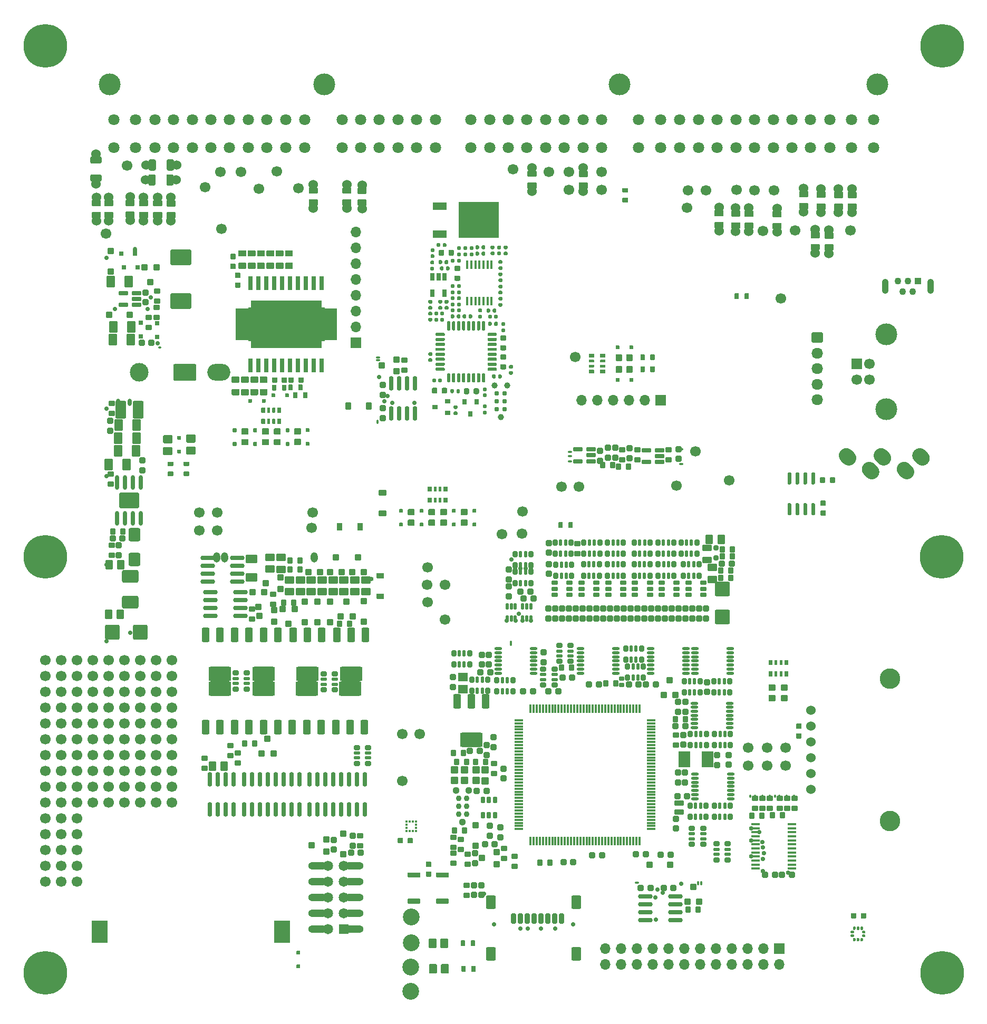
<source format=gts>
G75*
G70*
%OFA0B0*%
%FSLAX25Y25*%
%IPPOS*%
%LPD*%
%AMOC8*
5,1,8,0,0,1.08239X$1,22.5*
%
%AMM161*
21,1,0.033070,0.030710,-0.000000,0.000000,180.000000*
21,1,0.022050,0.041730,-0.000000,0.000000,180.000000*
1,1,0.011020,-0.011020,0.015350*
1,1,0.011020,0.011020,0.015350*
1,1,0.011020,0.011020,-0.015350*
1,1,0.011020,-0.011020,-0.015350*
%
%AMM163*
21,1,0.038980,0.026770,-0.000000,0.000000,270.000000*
21,1,0.026770,0.038980,-0.000000,0.000000,270.000000*
1,1,0.012210,-0.013390,-0.013390*
1,1,0.012210,-0.013390,0.013390*
1,1,0.012210,0.013390,0.013390*
1,1,0.012210,0.013390,-0.013390*
%
%AMM164*
21,1,0.033070,0.030710,-0.000000,0.000000,90.000000*
21,1,0.022050,0.041730,-0.000000,0.000000,90.000000*
1,1,0.011020,0.015350,0.011020*
1,1,0.011020,0.015350,-0.011020*
1,1,0.011020,-0.015350,-0.011020*
1,1,0.011020,-0.015350,0.011020*
%
%AMM165*
21,1,0.044880,0.049210,-0.000000,0.000000,180.000000*
21,1,0.031500,0.062600,-0.000000,0.000000,180.000000*
1,1,0.013390,-0.015750,0.024610*
1,1,0.013390,0.015750,0.024610*
1,1,0.013390,0.015750,-0.024610*
1,1,0.013390,-0.015750,-0.024610*
%
%AMM167*
21,1,0.038980,0.026770,-0.000000,0.000000,0.000000*
21,1,0.026770,0.038980,-0.000000,0.000000,0.000000*
1,1,0.012210,0.013390,-0.013390*
1,1,0.012210,-0.013390,-0.013390*
1,1,0.012210,-0.013390,0.013390*
1,1,0.012210,0.013390,0.013390*
%
%AMM190*
21,1,0.033070,0.030710,-0.000000,-0.000000,270.000000*
21,1,0.022050,0.041730,-0.000000,-0.000000,270.000000*
1,1,0.011020,-0.015350,-0.011020*
1,1,0.011020,-0.015350,0.011020*
1,1,0.011020,0.015350,0.011020*
1,1,0.011020,0.015350,-0.011020*
%
%AMM191*
21,1,0.092130,0.073230,-0.000000,-0.000000,90.000000*
21,1,0.069290,0.096060,-0.000000,-0.000000,90.000000*
1,1,0.022840,0.036610,0.034650*
1,1,0.022840,0.036610,-0.034650*
1,1,0.022840,-0.036610,-0.034650*
1,1,0.022840,-0.036610,0.034650*
%
%AMM192*
21,1,0.038980,0.026770,-0.000000,-0.000000,0.000000*
21,1,0.026770,0.038980,-0.000000,-0.000000,0.000000*
1,1,0.012210,0.013390,-0.013390*
1,1,0.012210,-0.013390,-0.013390*
1,1,0.012210,-0.013390,0.013390*
1,1,0.012210,0.013390,0.013390*
%
%AMM193*
21,1,0.033070,0.030710,-0.000000,-0.000000,180.000000*
21,1,0.022050,0.041730,-0.000000,-0.000000,180.000000*
1,1,0.011020,-0.011020,0.015350*
1,1,0.011020,0.011020,0.015350*
1,1,0.011020,0.011020,-0.015350*
1,1,0.011020,-0.011020,-0.015350*
%
%AMM194*
21,1,0.044880,0.049210,-0.000000,-0.000000,270.000000*
21,1,0.031500,0.062600,-0.000000,-0.000000,270.000000*
1,1,0.013390,-0.024610,-0.015750*
1,1,0.013390,-0.024610,0.015750*
1,1,0.013390,0.024610,0.015750*
1,1,0.013390,0.024610,-0.015750*
%
%AMM195*
21,1,0.023230,0.027950,-0.000000,-0.000000,180.000000*
21,1,0.014170,0.037010,-0.000000,-0.000000,180.000000*
1,1,0.009060,-0.007090,0.013980*
1,1,0.009060,0.007090,0.013980*
1,1,0.009060,0.007090,-0.013980*
1,1,0.009060,-0.007090,-0.013980*
%
%AMM196*
21,1,0.038980,0.026770,-0.000000,-0.000000,90.000000*
21,1,0.026770,0.038980,-0.000000,-0.000000,90.000000*
1,1,0.012210,0.013390,0.013390*
1,1,0.012210,0.013390,-0.013390*
1,1,0.012210,-0.013390,-0.013390*
1,1,0.012210,-0.013390,0.013390*
%
%AMM197*
21,1,0.029130,0.030710,-0.000000,-0.000000,270.000000*
21,1,0.018900,0.040950,-0.000000,-0.000000,270.000000*
1,1,0.010240,-0.015350,-0.009450*
1,1,0.010240,-0.015350,0.009450*
1,1,0.010240,0.015350,0.009450*
1,1,0.010240,0.015350,-0.009450*
%
%AMM198*
21,1,0.031100,0.026380,-0.000000,-0.000000,180.000000*
21,1,0.020470,0.037010,-0.000000,-0.000000,180.000000*
1,1,0.010630,-0.010240,0.013190*
1,1,0.010630,0.010240,0.013190*
1,1,0.010630,0.010240,-0.013190*
1,1,0.010630,-0.010240,-0.013190*
%
%AMM199*
21,1,0.044880,0.049210,-0.000000,-0.000000,0.000000*
21,1,0.031500,0.062600,-0.000000,-0.000000,0.000000*
1,1,0.013390,0.015750,-0.024610*
1,1,0.013390,-0.015750,-0.024610*
1,1,0.013390,-0.015750,0.024610*
1,1,0.013390,0.015750,0.024610*
%
%AMM200*
21,1,0.040950,0.050000,-0.000000,-0.000000,90.000000*
21,1,0.028350,0.062600,-0.000000,-0.000000,90.000000*
1,1,0.012600,0.025000,0.014170*
1,1,0.012600,0.025000,-0.014170*
1,1,0.012600,-0.025000,-0.014170*
1,1,0.012600,-0.025000,0.014170*
%
%AMM209*
21,1,0.038980,0.026770,-0.000000,-0.000000,180.000000*
21,1,0.026770,0.038980,-0.000000,-0.000000,180.000000*
1,1,0.012210,-0.013390,0.013390*
1,1,0.012210,0.013390,0.013390*
1,1,0.012210,0.013390,-0.013390*
1,1,0.012210,-0.013390,-0.013390*
%
%AMM210*
21,1,0.033070,0.030710,-0.000000,-0.000000,90.000000*
21,1,0.022050,0.041730,-0.000000,-0.000000,90.000000*
1,1,0.011020,0.015350,0.011020*
1,1,0.011020,0.015350,-0.011020*
1,1,0.011020,-0.015350,-0.011020*
1,1,0.011020,-0.015350,0.011020*
%
%AMM250*
21,1,0.033070,0.030710,-0.000000,0.000000,270.000000*
21,1,0.022050,0.041730,-0.000000,0.000000,270.000000*
1,1,0.011020,-0.015350,-0.011020*
1,1,0.011020,-0.015350,0.011020*
1,1,0.011020,0.015350,0.011020*
1,1,0.011020,0.015350,-0.011020*
%
%AMM282*
21,1,0.041340,0.026770,-0.000000,-0.000000,0.000000*
21,1,0.029130,0.038980,-0.000000,-0.000000,0.000000*
1,1,0.012210,0.014570,-0.013390*
1,1,0.012210,-0.014570,-0.013390*
1,1,0.012210,-0.014570,0.013390*
1,1,0.012210,0.014570,0.013390*
%
%AMM283*
21,1,0.040950,0.030320,-0.000000,-0.000000,0.000000*
21,1,0.028350,0.042910,-0.000000,-0.000000,0.000000*
1,1,0.012600,0.014170,-0.015160*
1,1,0.012600,-0.014170,-0.015160*
1,1,0.012600,-0.014170,0.015160*
1,1,0.012600,0.014170,0.015160*
%
%AMM284*
21,1,0.040950,0.030320,-0.000000,-0.000000,90.000000*
21,1,0.028350,0.042910,-0.000000,-0.000000,90.000000*
1,1,0.012600,0.015160,0.014170*
1,1,0.012600,0.015160,-0.014170*
1,1,0.012600,-0.015160,-0.014170*
1,1,0.012600,-0.015160,0.014170*
%
%AMM285*
21,1,0.033070,0.018900,-0.000000,-0.000000,0.000000*
21,1,0.022840,0.029130,-0.000000,-0.000000,0.000000*
1,1,0.010240,0.011420,-0.009450*
1,1,0.010240,-0.011420,-0.009450*
1,1,0.010240,-0.011420,0.009450*
1,1,0.010240,0.011420,0.009450*
%
%AMM286*
21,1,0.143310,0.067720,-0.000000,-0.000000,180.000000*
21,1,0.120870,0.090160,-0.000000,-0.000000,180.000000*
1,1,0.022440,-0.060430,0.033860*
1,1,0.022440,0.060430,0.033860*
1,1,0.022440,0.060430,-0.033860*
1,1,0.022440,-0.060430,-0.033860*
%
%AMM287*
21,1,0.048820,0.075980,-0.000000,-0.000000,180.000000*
21,1,0.034650,0.090160,-0.000000,-0.000000,180.000000*
1,1,0.014170,-0.017320,0.037990*
1,1,0.014170,0.017320,0.037990*
1,1,0.014170,0.017320,-0.037990*
1,1,0.014170,-0.017320,-0.037990*
%
%AMM288*
21,1,0.048820,0.075990,-0.000000,-0.000000,180.000000*
21,1,0.034650,0.090160,-0.000000,-0.000000,180.000000*
1,1,0.014170,-0.017320,0.037990*
1,1,0.014170,0.017320,0.037990*
1,1,0.014170,0.017320,-0.037990*
1,1,0.014170,-0.017320,-0.037990*
%
%AMM289*
21,1,0.044880,0.035430,-0.000000,-0.000000,90.000000*
21,1,0.031500,0.048820,-0.000000,-0.000000,90.000000*
1,1,0.013390,0.017720,0.015750*
1,1,0.013390,0.017720,-0.015750*
1,1,0.013390,-0.017720,-0.015750*
1,1,0.013390,-0.017720,0.015750*
%
%AMM290*
21,1,0.041340,0.026770,-0.000000,-0.000000,90.000000*
21,1,0.029130,0.038980,-0.000000,-0.000000,90.000000*
1,1,0.012210,0.013390,0.014570*
1,1,0.012210,0.013390,-0.014570*
1,1,0.012210,-0.013390,-0.014570*
1,1,0.012210,-0.013390,0.014570*
%
%AMM291*
21,1,0.033070,0.049610,-0.000000,-0.000000,90.000000*
21,1,0.022050,0.060630,-0.000000,-0.000000,90.000000*
1,1,0.011020,0.024800,0.011020*
1,1,0.011020,0.024800,-0.011020*
1,1,0.011020,-0.024800,-0.011020*
1,1,0.011020,-0.024800,0.011020*
%
%AMM292*
21,1,0.033070,0.030710,-0.000000,-0.000000,0.000000*
21,1,0.022050,0.041730,-0.000000,-0.000000,0.000000*
1,1,0.011020,0.011020,-0.015350*
1,1,0.011020,-0.011020,-0.015350*
1,1,0.011020,-0.011020,0.015350*
1,1,0.011020,0.011020,0.015350*
%
%AMM293*
21,1,0.023230,0.027950,-0.000000,-0.000000,90.000000*
21,1,0.014170,0.037010,-0.000000,-0.000000,90.000000*
1,1,0.009060,0.013980,0.007090*
1,1,0.009060,0.013980,-0.007090*
1,1,0.009060,-0.013980,-0.007090*
1,1,0.009060,-0.013980,0.007090*
%
%AMM294*
21,1,0.031100,0.026380,-0.000000,-0.000000,90.000000*
21,1,0.020470,0.037010,-0.000000,-0.000000,90.000000*
1,1,0.010630,0.013190,0.010240*
1,1,0.010630,0.013190,-0.010240*
1,1,0.010630,-0.013190,-0.010240*
1,1,0.010630,-0.013190,0.010240*
%
%AMM295*
21,1,0.029130,0.030710,-0.000000,-0.000000,0.000000*
21,1,0.018900,0.040950,-0.000000,-0.000000,0.000000*
1,1,0.010240,0.009450,-0.015350*
1,1,0.010240,-0.009450,-0.015350*
1,1,0.010240,-0.009450,0.015350*
1,1,0.010240,0.009450,0.015350*
%
%AMM296*
21,1,0.015350,0.017720,-0.000000,-0.000000,0.000000*
21,1,0.000000,0.033070,-0.000000,-0.000000,0.000000*
1,1,0.015350,-0.000000,-0.008860*
1,1,0.015350,-0.000000,-0.008860*
1,1,0.015350,-0.000000,0.008860*
1,1,0.015350,-0.000000,0.008860*
%
%AMM309*
21,1,0.076380,0.036220,-0.000000,0.000000,90.000000*
21,1,0.061810,0.050790,-0.000000,0.000000,90.000000*
1,1,0.014570,0.018110,0.030910*
1,1,0.014570,0.018110,-0.030910*
1,1,0.014570,-0.018110,-0.030910*
1,1,0.014570,-0.018110,0.030910*
%
%AMM311*
21,1,0.040950,0.030320,-0.000000,0.000000,90.000000*
21,1,0.028350,0.042910,-0.000000,0.000000,90.000000*
1,1,0.012600,0.015160,0.014170*
1,1,0.012600,0.015160,-0.014170*
1,1,0.012600,-0.015160,-0.014170*
1,1,0.012600,-0.015160,0.014170*
%
%AMM312*
21,1,0.023230,0.027950,-0.000000,0.000000,180.000000*
21,1,0.014170,0.037010,-0.000000,0.000000,180.000000*
1,1,0.009060,-0.007090,0.013980*
1,1,0.009060,0.007090,0.013980*
1,1,0.009060,0.007090,-0.013980*
1,1,0.009060,-0.007090,-0.013980*
%
%AMM313*
21,1,0.031100,0.026380,-0.000000,0.000000,180.000000*
21,1,0.020470,0.037010,-0.000000,0.000000,180.000000*
1,1,0.010630,-0.010240,0.013190*
1,1,0.010630,0.010240,0.013190*
1,1,0.010630,0.010240,-0.013190*
1,1,0.010630,-0.010240,-0.013190*
%
%AMM316*
21,1,0.041340,0.026770,-0.000000,0.000000,180.000000*
21,1,0.029130,0.038980,-0.000000,0.000000,180.000000*
1,1,0.012210,-0.014570,0.013390*
1,1,0.012210,0.014570,0.013390*
1,1,0.012210,0.014570,-0.013390*
1,1,0.012210,-0.014570,-0.013390*
%
%AMM329*
21,1,0.076380,0.036220,-0.000000,-0.000000,180.000000*
21,1,0.061810,0.050790,-0.000000,-0.000000,180.000000*
1,1,0.014570,-0.030910,0.018110*
1,1,0.014570,0.030910,0.018110*
1,1,0.014570,0.030910,-0.018110*
1,1,0.014570,-0.030910,-0.018110*
%
%AMM330*
21,1,0.048820,0.075980,-0.000000,-0.000000,0.000000*
21,1,0.034650,0.090160,-0.000000,-0.000000,0.000000*
1,1,0.014170,0.017320,-0.037990*
1,1,0.014170,-0.017320,-0.037990*
1,1,0.014170,-0.017320,0.037990*
1,1,0.014170,0.017320,0.037990*
%
%AMM331*
21,1,0.040950,0.030320,-0.000000,-0.000000,180.000000*
21,1,0.028350,0.042910,-0.000000,-0.000000,180.000000*
1,1,0.012600,-0.014170,0.015160*
1,1,0.012600,0.014170,0.015160*
1,1,0.012600,0.014170,-0.015160*
1,1,0.012600,-0.014170,-0.015160*
%
%AMM332*
21,1,0.023230,0.027950,-0.000000,-0.000000,270.000000*
21,1,0.014170,0.037010,-0.000000,-0.000000,270.000000*
1,1,0.009060,-0.013980,-0.007090*
1,1,0.009060,-0.013980,0.007090*
1,1,0.009060,0.013980,0.007090*
1,1,0.009060,0.013980,-0.007090*
%
%AMM333*
21,1,0.031100,0.026380,-0.000000,-0.000000,270.000000*
21,1,0.020470,0.037010,-0.000000,-0.000000,270.000000*
1,1,0.010630,-0.013190,-0.010240*
1,1,0.010630,-0.013190,0.010240*
1,1,0.010630,0.013190,0.010240*
1,1,0.010630,0.013190,-0.010240*
%
%AMM334*
21,1,0.143310,0.067720,-0.000000,-0.000000,0.000000*
21,1,0.120870,0.090160,-0.000000,-0.000000,0.000000*
1,1,0.022440,0.060430,-0.033860*
1,1,0.022440,-0.060430,-0.033860*
1,1,0.022440,-0.060430,0.033860*
1,1,0.022440,0.060430,0.033860*
%
%AMM335*
21,1,0.048820,0.075990,-0.000000,-0.000000,0.000000*
21,1,0.034650,0.090160,-0.000000,-0.000000,0.000000*
1,1,0.014170,0.017320,-0.037990*
1,1,0.014170,-0.017320,-0.037990*
1,1,0.014170,-0.017320,0.037990*
1,1,0.014170,0.017320,0.037990*
%
%AMM336*
21,1,0.041340,0.026770,-0.000000,-0.000000,270.000000*
21,1,0.029130,0.038980,-0.000000,-0.000000,270.000000*
1,1,0.012210,-0.013390,-0.014570*
1,1,0.012210,-0.013390,0.014570*
1,1,0.012210,0.013390,0.014570*
1,1,0.012210,0.013390,-0.014570*
%
%AMM338*
21,1,0.018110,0.028980,-0.000000,0.000000,0.000000*
21,1,0.010080,0.037010,-0.000000,0.000000,0.000000*
1,1,0.008030,0.005040,-0.014490*
1,1,0.008030,-0.005040,-0.014490*
1,1,0.008030,-0.005040,0.014490*
1,1,0.008030,0.005040,0.014490*
%
%AMM34*
21,1,0.033070,0.030710,0.000000,0.000000,270.000000*
21,1,0.022050,0.041730,0.000000,0.000000,270.000000*
1,1,0.011020,-0.015350,-0.011020*
1,1,0.011020,-0.015350,0.011020*
1,1,0.011020,0.015350,0.011020*
1,1,0.011020,0.015350,-0.011020*
%
%AMM350*
21,1,0.041340,0.026770,-0.000000,0.000000,90.000000*
21,1,0.029130,0.038980,-0.000000,0.000000,90.000000*
1,1,0.012210,0.013390,0.014570*
1,1,0.012210,0.013390,-0.014570*
1,1,0.012210,-0.013390,-0.014570*
1,1,0.012210,-0.013390,0.014570*
%
%AMM354*
21,1,0.040950,0.030320,0.000000,-0.000000,90.000000*
21,1,0.028350,0.042910,0.000000,-0.000000,90.000000*
1,1,0.012600,0.015160,0.014170*
1,1,0.012600,0.015160,-0.014170*
1,1,0.012600,-0.015160,-0.014170*
1,1,0.012600,-0.015160,0.014170*
%
%AMM355*
21,1,0.038980,0.026770,0.000000,-0.000000,270.000000*
21,1,0.026770,0.038980,0.000000,-0.000000,270.000000*
1,1,0.012210,-0.013390,-0.013390*
1,1,0.012210,-0.013390,0.013390*
1,1,0.012210,0.013390,0.013390*
1,1,0.012210,0.013390,-0.013390*
%
%AMM356*
21,1,0.033070,0.030710,0.000000,-0.000000,90.000000*
21,1,0.022050,0.041730,0.000000,-0.000000,90.000000*
1,1,0.011020,0.015350,0.011020*
1,1,0.011020,0.015350,-0.011020*
1,1,0.011020,-0.015350,-0.011020*
1,1,0.011020,-0.015350,0.011020*
%
%AMM360*
21,1,0.027170,0.052760,-0.000000,-0.000000,90.000000*
21,1,0.017320,0.062600,-0.000000,-0.000000,90.000000*
1,1,0.009840,0.026380,0.008660*
1,1,0.009840,0.026380,-0.008660*
1,1,0.009840,-0.026380,-0.008660*
1,1,0.009840,-0.026380,0.008660*
%
%AMM368*
21,1,0.029130,0.018900,-0.000000,0.000000,0.000000*
21,1,0.018900,0.029130,-0.000000,0.000000,0.000000*
1,1,0.010240,0.009450,-0.009450*
1,1,0.010240,-0.009450,-0.009450*
1,1,0.010240,-0.009450,0.009450*
1,1,0.010240,0.009450,0.009450*
%
%AMM369*
21,1,0.100000,0.111020,-0.000000,0.000000,270.000000*
21,1,0.075590,0.135430,-0.000000,0.000000,270.000000*
1,1,0.024410,-0.055510,-0.037800*
1,1,0.024410,-0.055510,0.037800*
1,1,0.024410,0.055510,0.037800*
1,1,0.024410,0.055510,-0.037800*
%
%AMM370*
21,1,0.027170,0.052760,-0.000000,0.000000,90.000000*
21,1,0.017320,0.062600,-0.000000,0.000000,90.000000*
1,1,0.009840,0.026380,0.008660*
1,1,0.009840,0.026380,-0.008660*
1,1,0.009840,-0.026380,-0.008660*
1,1,0.009840,-0.026380,0.008660*
%
%AMM371*
21,1,0.040950,0.030320,-0.000000,0.000000,180.000000*
21,1,0.028350,0.042910,-0.000000,0.000000,180.000000*
1,1,0.012600,-0.014170,0.015160*
1,1,0.012600,0.014170,0.015160*
1,1,0.012600,0.014170,-0.015160*
1,1,0.012600,-0.014170,-0.015160*
%
%AMM372*
21,1,0.038980,0.026770,-0.000000,0.000000,180.000000*
21,1,0.026770,0.038980,-0.000000,0.000000,180.000000*
1,1,0.012210,-0.013390,0.013390*
1,1,0.012210,0.013390,0.013390*
1,1,0.012210,0.013390,-0.013390*
1,1,0.012210,-0.013390,-0.013390*
%
%AMM373*
21,1,0.029130,0.018900,-0.000000,0.000000,270.000000*
21,1,0.018900,0.029130,-0.000000,0.000000,270.000000*
1,1,0.010240,-0.009450,-0.009450*
1,1,0.010240,-0.009450,0.009450*
1,1,0.010240,0.009450,0.009450*
1,1,0.010240,0.009450,-0.009450*
%
%AMM380*
21,1,0.111810,0.050390,-0.000000,0.000000,90.000000*
21,1,0.093700,0.068500,-0.000000,0.000000,90.000000*
1,1,0.018110,0.025200,0.046850*
1,1,0.018110,0.025200,-0.046850*
1,1,0.018110,-0.025200,-0.046850*
1,1,0.018110,-0.025200,0.046850*
%
%AMM381*
21,1,0.076380,0.036220,-0.000000,0.000000,270.000000*
21,1,0.061810,0.050790,-0.000000,0.000000,270.000000*
1,1,0.014570,-0.018110,-0.030910*
1,1,0.014570,-0.018110,0.030910*
1,1,0.014570,0.018110,0.030910*
1,1,0.014570,0.018110,-0.030910*
%
%AMM382*
21,1,0.092130,0.073230,-0.000000,0.000000,180.000000*
21,1,0.069290,0.096060,-0.000000,0.000000,180.000000*
1,1,0.022840,-0.034650,0.036610*
1,1,0.022840,0.034650,0.036610*
1,1,0.022840,0.034650,-0.036610*
1,1,0.022840,-0.034650,-0.036610*
%
%AMM383*
21,1,0.084250,0.053540,-0.000000,0.000000,270.000000*
21,1,0.065350,0.072440,-0.000000,0.000000,270.000000*
1,1,0.018900,-0.026770,-0.032680*
1,1,0.018900,-0.026770,0.032680*
1,1,0.018900,0.026770,0.032680*
1,1,0.018900,0.026770,-0.032680*
%
%AMM384*
21,1,0.127560,0.075590,-0.000000,0.000000,0.000000*
21,1,0.103150,0.100000,-0.000000,0.000000,0.000000*
1,1,0.024410,0.051580,-0.037800*
1,1,0.024410,-0.051580,-0.037800*
1,1,0.024410,-0.051580,0.037800*
1,1,0.024410,0.051580,0.037800*
%
%AMM385*
21,1,0.080320,0.083460,-0.000000,0.000000,270.000000*
21,1,0.059840,0.103940,-0.000000,0.000000,270.000000*
1,1,0.020470,-0.041730,-0.029920*
1,1,0.020470,-0.041730,0.029920*
1,1,0.020470,0.041730,0.029920*
1,1,0.020470,0.041730,-0.029920*
%
%AMM81*
21,1,0.084250,0.045670,0.000000,0.000000,270.000000*
21,1,0.067320,0.062600,0.000000,0.000000,270.000000*
1,1,0.016930,-0.022840,-0.033660*
1,1,0.016930,-0.022840,0.033660*
1,1,0.016930,0.022840,0.033660*
1,1,0.016930,0.022840,-0.033660*
%
%AMM82*
21,1,0.064570,0.020470,0.000000,0.000000,270.000000*
21,1,0.053940,0.031100,0.000000,0.000000,270.000000*
1,1,0.010630,-0.010240,-0.026970*
1,1,0.010630,-0.010240,0.026970*
1,1,0.010630,0.010240,0.026970*
1,1,0.010630,0.010240,-0.026970*
%
%AMM83*
21,1,0.038980,0.026770,0.000000,0.000000,90.000000*
21,1,0.026770,0.038980,0.000000,0.000000,90.000000*
1,1,0.012210,0.013390,0.013390*
1,1,0.012210,0.013390,-0.013390*
1,1,0.012210,-0.013390,-0.013390*
1,1,0.012210,-0.013390,0.013390*
%
%ADD106O,0.02520X0.04488*%
%ADD110R,0.03150X0.03543*%
%ADD113O,0.04882X0.01732*%
%ADD124C,0.03651*%
%ADD127O,0.04331X0.09449*%
%ADD130M82*%
%ADD131C,0.02362*%
%ADD136C,0.13780*%
%ADD137O,0.04488X0.06457*%
%ADD138R,0.01476X0.01378*%
%ADD149O,0.00787X0.01575*%
%ADD156R,0.45000X0.30000*%
%ADD158C,0.00039*%
%ADD160R,0.03543X0.03150*%
%ADD162O,0.14567X0.10630*%
%ADD166R,0.10236X0.14173*%
%ADD167O,0.03150X0.02362*%
%ADD174C,0.04331*%
%ADD175O,0.01969X0.00984*%
%ADD179R,0.03150X0.08661*%
%ADD184M81*%
%ADD192C,0.06693*%
%ADD195R,0.06693X0.06693*%
%ADD20R,0.07244X0.10000*%
%ADD202C,0.11811*%
%ADD203O,0.03701X0.02913*%
%ADD215O,0.03937X0.05906*%
%ADD220O,0.01969X0.00787*%
%ADD232C,0.13000*%
%ADD250C,0.27559*%
%ADD252R,0.06457X0.06457*%
%ADD253R,0.04331X0.04331*%
%ADD262O,0.06693X0.06693*%
%ADD263C,0.10630*%
%ADD272C,0.03100*%
%ADD277O,0.07283X0.06693*%
%ADD289O,0.05512X0.01535*%
%ADD290O,0.01969X0.03937*%
%ADD296C,0.02913*%
%ADD300C,0.04451*%
%ADD32M83*%
%ADD323O,0.02913X0.09213*%
%ADD325R,0.08000X0.20000*%
%ADD331O,0.09213X0.02913*%
%ADD332O,0.04488X0.02520*%
%ADD346O,0.02520X0.01535*%
%ADD35O,0.01417X0.05669*%
%ADD352C,0.07087*%
%ADD356C,0.03900*%
%ADD375M161*%
%ADD377M163*%
%ADD378M164*%
%ADD379M165*%
%ADD381M167*%
%ADD404M190*%
%ADD405M191*%
%ADD406M192*%
%ADD407M193*%
%ADD408M194*%
%ADD409M195*%
%ADD410M196*%
%ADD411M197*%
%ADD412M198*%
%ADD413M199*%
%ADD414M200*%
%ADD427M209*%
%ADD428M210*%
%ADD473M250*%
%ADD506M282*%
%ADD507M283*%
%ADD508M284*%
%ADD509M285*%
%ADD510M286*%
%ADD511M287*%
%ADD512M288*%
%ADD513M289*%
%ADD514M290*%
%ADD515M291*%
%ADD516M292*%
%ADD517M293*%
%ADD518M294*%
%ADD519M295*%
%ADD520M296*%
%ADD548M309*%
%ADD550M311*%
%ADD551M312*%
%ADD552M313*%
%ADD555M316*%
%ADD568M329*%
%ADD569M330*%
%ADD570M331*%
%ADD571M332*%
%ADD572M333*%
%ADD573M334*%
%ADD574M335*%
%ADD575M336*%
%ADD577M338*%
%ADD590O,0.11772X0.04567*%
%ADD591M350*%
%ADD595M354*%
%ADD596M355*%
%ADD597M356*%
%ADD601M360*%
%ADD612M368*%
%ADD613O,0.02520X0.01339*%
%ADD614M369*%
%ADD615M370*%
%ADD616M371*%
%ADD617M372*%
%ADD618M373*%
%ADD62O,0.00984X0.01969*%
%ADD628M380*%
%ADD629M381*%
%ADD630M382*%
%ADD631M383*%
%ADD632O,0.02520X0.09213*%
%ADD633M384*%
%ADD634M385*%
%ADD635R,0.25197X0.22835*%
%ADD636R,0.08661X0.04724*%
%ADD637R,0.02559X0.04803*%
%ADD638R,0.01772X0.05709*%
%ADD66C,0.03701*%
%ADD68O,0.05669X0.01417*%
%ADD70C,0.06457*%
%ADD72O,0.01339X0.02126*%
%ADD73R,0.01378X0.01476*%
%ADD75O,0.01535X0.02520*%
%ADD79C,0.06000*%
%ADD93M34*%
%ADD99R,0.06457X0.05669*%
X0000000Y0000000D02*
%LPD*%
G01*
D158*
X0194378Y0440539D02*
X0195955Y0440539D01*
X0195955Y0440539D02*
X0195955Y0419728D01*
X0195955Y0419728D02*
X0194378Y0419728D01*
X0194378Y0419728D02*
X0194378Y0440539D01*
G36*
X0195955Y0419728D02*
G01*
X0194378Y0419728D01*
X0194378Y0440539D01*
X0195955Y0440539D01*
X0195955Y0419728D01*
G37*
X0195955Y0419728D02*
X0194378Y0419728D01*
X0194378Y0440539D01*
X0195955Y0440539D01*
X0195955Y0419728D01*
X0147908Y0440539D02*
X0149555Y0440539D01*
X0149555Y0440539D02*
X0149555Y0419718D01*
X0149555Y0419718D02*
X0147908Y0419718D01*
X0147908Y0419718D02*
X0147908Y0440539D01*
G36*
X0149555Y0419718D02*
G01*
X0147908Y0419718D01*
X0147908Y0440539D01*
X0149555Y0440539D01*
X0149555Y0419718D01*
G37*
X0149555Y0419718D02*
X0147908Y0419718D01*
X0147908Y0440539D01*
X0149555Y0440539D01*
X0149555Y0419718D01*
D131*
X0297120Y0070059D03*
X0303321Y0050748D03*
X0353337Y0050784D03*
X0319955Y0048110D03*
X0324581Y0048110D03*
X0333144Y0048110D03*
X0341904Y0048110D03*
D175*
X0351423Y0343184D03*
X0351423Y0346629D03*
X0351423Y0349385D03*
X0421600Y0351156D03*
X0421600Y0341708D03*
G36*
G01*
X0191533Y0505041D02*
X0186612Y0505041D01*
G75*
G02*
X0186218Y0505434I0000000J0000394D01*
G01*
X0186218Y0508584D01*
G75*
G02*
X0186612Y0508978I0000394J0000000D01*
G01*
X0191533Y0508978D01*
G75*
G02*
X0191927Y0508584I0000000J-000394D01*
G01*
X0191927Y0505434D01*
G75*
G02*
X0191533Y0505041I-000394J0000000D01*
G01*
G37*
D79*
X0189073Y0503249D03*
X0189073Y0518249D03*
G36*
G01*
X0191533Y0512521D02*
X0186612Y0512521D01*
G75*
G02*
X0186218Y0512915I0000000J0000394D01*
G01*
X0186218Y0516064D01*
G75*
G02*
X0186612Y0516458I0000394J0000000D01*
G01*
X0191533Y0516458D01*
G75*
G02*
X0191927Y0516064I0000000J-000394D01*
G01*
X0191927Y0512915D01*
G75*
G02*
X0191533Y0512521I-000394J0000000D01*
G01*
G37*
D192*
X0245285Y0141379D03*
X0245285Y0170915D03*
X0130420Y0526497D03*
G36*
G01*
X0097283Y0343159D02*
X0100354Y0343159D01*
G75*
G02*
X0100630Y0342884I0000000J-000276D01*
G01*
X0100630Y0340679D01*
G75*
G02*
X0100354Y0340404I-000276J0000000D01*
G01*
X0097283Y0340404D01*
G75*
G02*
X0097008Y0340679I0000000J0000276D01*
G01*
X0097008Y0342884D01*
G75*
G02*
X0097283Y0343159I0000276J0000000D01*
G01*
G37*
G36*
G01*
X0097283Y0336860D02*
X0100354Y0336860D01*
G75*
G02*
X0100630Y0336585I0000000J-000276D01*
G01*
X0100630Y0334380D01*
G75*
G02*
X0100354Y0334104I-000276J0000000D01*
G01*
X0097283Y0334104D01*
G75*
G02*
X0097008Y0334380I0000000J0000276D01*
G01*
X0097008Y0336585D01*
G75*
G02*
X0097283Y0336860I0000276J0000000D01*
G01*
G37*
D195*
X0408865Y0381911D03*
D262*
X0398865Y0381911D03*
X0388865Y0381911D03*
X0378865Y0381911D03*
X0368865Y0381911D03*
X0358865Y0381911D03*
G36*
G01*
X0455420Y0446222D02*
X0455420Y0449293D01*
G75*
G02*
X0455696Y0449568I0000276J0000000D01*
G01*
X0457900Y0449568D01*
G75*
G02*
X0458176Y0449293I0000000J-000276D01*
G01*
X0458176Y0446222D01*
G75*
G02*
X0457900Y0445946I-000276J0000000D01*
G01*
X0455696Y0445946D01*
G75*
G02*
X0455420Y0446222I0000000J0000276D01*
G01*
G37*
G36*
G01*
X0461719Y0446222D02*
X0461719Y0449293D01*
G75*
G02*
X0461995Y0449568I0000276J0000000D01*
G01*
X0464200Y0449568D01*
G75*
G02*
X0464475Y0449293I0000000J-000276D01*
G01*
X0464475Y0446222D01*
G75*
G02*
X0464200Y0445946I-000276J0000000D01*
G01*
X0461995Y0445946D01*
G75*
G02*
X0461719Y0446222I0000000J0000276D01*
G01*
G37*
D192*
X0456700Y0514883D03*
D263*
X0250865Y0008410D03*
G36*
G01*
X0242507Y0102226D02*
X0242507Y0104903D01*
G75*
G02*
X0242841Y0105238I0000335J0000000D01*
G01*
X0245518Y0105238D01*
G75*
G02*
X0245853Y0104903I0000000J-000335D01*
G01*
X0245853Y0102226D01*
G75*
G02*
X0245518Y0101891I-000335J0000000D01*
G01*
X0242841Y0101891D01*
G75*
G02*
X0242507Y0102226I0000000J0000335D01*
G01*
G37*
G36*
G01*
X0248727Y0102226D02*
X0248727Y0104903D01*
G75*
G02*
X0249062Y0105238I0000335J0000000D01*
G01*
X0251739Y0105238D01*
G75*
G02*
X0252074Y0104903I0000000J-000335D01*
G01*
X0252074Y0102226D01*
G75*
G02*
X0251739Y0101891I-000335J0000000D01*
G01*
X0249062Y0101891D01*
G75*
G02*
X0248727Y0102226I0000000J0000335D01*
G01*
G37*
D192*
X0354633Y0409470D03*
X0079567Y0177549D03*
X0079567Y0187549D03*
X0079567Y0197549D03*
X0079567Y0207549D03*
X0079567Y0217549D03*
X0089567Y0177549D03*
X0089567Y0187549D03*
X0089567Y0197549D03*
X0089567Y0207549D03*
X0089567Y0217549D03*
X0099567Y0177549D03*
X0099567Y0187549D03*
X0099567Y0197549D03*
X0099567Y0207549D03*
X0099567Y0217549D03*
G36*
G01*
X0173333Y0388545D02*
X0173333Y0391616D01*
G75*
G02*
X0173609Y0391891I0000276J0000000D01*
G01*
X0175814Y0391891D01*
G75*
G02*
X0176089Y0391616I0000000J-000276D01*
G01*
X0176089Y0388545D01*
G75*
G02*
X0175814Y0388269I-000276J0000000D01*
G01*
X0173609Y0388269D01*
G75*
G02*
X0173333Y0388545I0000000J0000276D01*
G01*
G37*
G36*
G01*
X0179633Y0388545D02*
X0179633Y0391616D01*
G75*
G02*
X0179908Y0391891I0000276J0000000D01*
G01*
X0182113Y0391891D01*
G75*
G02*
X0182389Y0391616I0000000J-000276D01*
G01*
X0182389Y0388545D01*
G75*
G02*
X0182113Y0388269I-000276J0000000D01*
G01*
X0179908Y0388269D01*
G75*
G02*
X0179633Y0388545I0000000J0000276D01*
G01*
G37*
X0350597Y0526301D03*
D79*
X0219987Y0503151D03*
G36*
G01*
X0222448Y0504942D02*
X0217526Y0504942D01*
G75*
G02*
X0217133Y0505336I0000000J0000394D01*
G01*
X0217133Y0508486D01*
G75*
G02*
X0217526Y0508879I0000394J0000000D01*
G01*
X0222448Y0508879D01*
G75*
G02*
X0222841Y0508486I0000000J-000394D01*
G01*
X0222841Y0505336D01*
G75*
G02*
X0222448Y0504942I-000394J0000000D01*
G01*
G37*
G36*
G01*
X0222448Y0512423D02*
X0217526Y0512423D01*
G75*
G02*
X0217133Y0512816I0000000J0000394D01*
G01*
X0217133Y0515966D01*
G75*
G02*
X0217526Y0516360I0000394J0000000D01*
G01*
X0222448Y0516360D01*
G75*
G02*
X0222841Y0515966I0000000J-000394D01*
G01*
X0222841Y0512816D01*
G75*
G02*
X0222448Y0512423I-000394J0000000D01*
G01*
G37*
X0219987Y0518151D03*
D192*
X0116936Y0311045D03*
X0049567Y0127549D03*
X0049567Y0137549D03*
X0049567Y0147549D03*
X0049567Y0157549D03*
X0049567Y0167549D03*
X0059567Y0127549D03*
X0059567Y0137549D03*
X0059567Y0147549D03*
X0059567Y0157549D03*
X0059567Y0167549D03*
X0069567Y0127549D03*
X0069567Y0137549D03*
X0069567Y0147549D03*
X0069567Y0157549D03*
X0069567Y0167549D03*
X0467920Y0514785D03*
D215*
X0128185Y0282748D03*
X0133130Y0282748D03*
X0189724Y0282748D03*
D167*
X0225374Y0268983D03*
D192*
X0425892Y0514785D03*
G36*
G01*
X0267347Y0025001D02*
X0267347Y0020119D01*
G75*
G02*
X0266835Y0019608I-000512J0000000D01*
G01*
X0262740Y0019608D01*
G75*
G02*
X0262228Y0020119I0000000J0000512D01*
G01*
X0262228Y0025001D01*
G75*
G02*
X0262740Y0025513I0000512J0000000D01*
G01*
X0266835Y0025513D01*
G75*
G02*
X0267347Y0025001I0000000J-000512D01*
G01*
G37*
G36*
G01*
X0274827Y0025001D02*
X0274827Y0020119D01*
G75*
G02*
X0274315Y0019608I-000512J0000000D01*
G01*
X0270221Y0019608D01*
G75*
G02*
X0269709Y0020119I0000000J0000512D01*
G01*
X0269709Y0025001D01*
G75*
G02*
X0270221Y0025513I0000512J0000000D01*
G01*
X0274315Y0025513D01*
G75*
G02*
X0274827Y0025001I0000000J-000512D01*
G01*
G37*
G36*
G01*
X0448038Y0490769D02*
X0443117Y0490769D01*
G75*
G02*
X0442723Y0491163I0000000J0000394D01*
G01*
X0442723Y0494312D01*
G75*
G02*
X0443117Y0494706I0000394J0000000D01*
G01*
X0448038Y0494706D01*
G75*
G02*
X0448432Y0494312I0000000J-000394D01*
G01*
X0448432Y0491163D01*
G75*
G02*
X0448038Y0490769I-000394J0000000D01*
G01*
G37*
D79*
X0445577Y0488978D03*
X0445577Y0503978D03*
G36*
G01*
X0448038Y0498249D02*
X0443117Y0498249D01*
G75*
G02*
X0442723Y0498643I0000000J0000394D01*
G01*
X0442723Y0501793D01*
G75*
G02*
X0443117Y0502186I0000394J0000000D01*
G01*
X0448038Y0502186D01*
G75*
G02*
X0448432Y0501793I0000000J-000394D01*
G01*
X0448432Y0498643D01*
G75*
G02*
X0448038Y0498249I-000394J0000000D01*
G01*
G37*
G36*
G01*
X0245716Y0312977D02*
X0245716Y0311087D01*
G75*
G02*
X0245480Y0310851I-000236J0000000D01*
G01*
X0243590Y0310851D01*
G75*
G02*
X0243354Y0311087I0000000J0000236D01*
G01*
X0243354Y0312977D01*
G75*
G02*
X0243590Y0313213I0000236J0000000D01*
G01*
X0245480Y0313213D01*
G75*
G02*
X0245716Y0312977I0000000J-000236D01*
G01*
G37*
G36*
G01*
X0245716Y0304315D02*
X0245716Y0302426D01*
G75*
G02*
X0245480Y0302189I-000236J0000000D01*
G01*
X0243590Y0302189D01*
G75*
G02*
X0243354Y0302426I0000000J0000236D01*
G01*
X0243354Y0304315D01*
G75*
G02*
X0243590Y0304552I0000236J0000000D01*
G01*
X0245480Y0304552D01*
G75*
G02*
X0245716Y0304315I0000000J-000236D01*
G01*
G37*
G36*
G01*
X0136969Y0474515D02*
X0139646Y0474515D01*
G75*
G02*
X0139981Y0474180I0000000J-000335D01*
G01*
X0139981Y0471503D01*
G75*
G02*
X0139646Y0471168I-000335J0000000D01*
G01*
X0136969Y0471168D01*
G75*
G02*
X0136635Y0471503I0000000J0000335D01*
G01*
X0136635Y0474180D01*
G75*
G02*
X0136969Y0474515I0000335J0000000D01*
G01*
G37*
G36*
G01*
X0136969Y0468294D02*
X0139646Y0468294D01*
G75*
G02*
X0139981Y0467960I0000000J-000335D01*
G01*
X0139981Y0465283D01*
G75*
G02*
X0139646Y0464948I-000335J0000000D01*
G01*
X0136969Y0464948D01*
G75*
G02*
X0136635Y0465283I0000000J0000335D01*
G01*
X0136635Y0467960D01*
G75*
G02*
X0136969Y0468294I0000335J0000000D01*
G01*
G37*
G36*
G01*
X0260676Y0090336D02*
X0263353Y0090336D01*
G75*
G02*
X0263688Y0090001I0000000J-000335D01*
G01*
X0263688Y0087324D01*
G75*
G02*
X0263353Y0086990I-000335J0000000D01*
G01*
X0260676Y0086990D01*
G75*
G02*
X0260341Y0087324I0000000J0000335D01*
G01*
X0260341Y0090001D01*
G75*
G02*
X0260676Y0090336I0000335J0000000D01*
G01*
G37*
G36*
G01*
X0260676Y0084116D02*
X0263353Y0084116D01*
G75*
G02*
X0263688Y0083781I0000000J-000335D01*
G01*
X0263688Y0081104D01*
G75*
G02*
X0263353Y0080769I-000335J0000000D01*
G01*
X0260676Y0080769D01*
G75*
G02*
X0260341Y0081104I0000000J0000335D01*
G01*
X0260341Y0083781D01*
G75*
G02*
X0260676Y0084116I0000335J0000000D01*
G01*
G37*
D192*
X0528550Y0489194D03*
G36*
G01*
X0249140Y0083486D02*
X0256385Y0083486D01*
G75*
G02*
X0256700Y0083171I0000000J-000315D01*
G01*
X0256700Y0080651D01*
G75*
G02*
X0256385Y0080336I-000315J0000000D01*
G01*
X0249140Y0080336D01*
G75*
G02*
X0248826Y0080651I0000000J0000315D01*
G01*
X0248826Y0083171D01*
G75*
G02*
X0249140Y0083486I0000315J0000000D01*
G01*
G37*
G36*
G01*
X0249140Y0066950D02*
X0256385Y0066950D01*
G75*
G02*
X0256700Y0066635I0000000J-000315D01*
G01*
X0256700Y0064116D01*
G75*
G02*
X0256385Y0063801I-000315J0000000D01*
G01*
X0249140Y0063801D01*
G75*
G02*
X0248826Y0064116I0000000J0000315D01*
G01*
X0248826Y0066635D01*
G75*
G02*
X0249140Y0066950I0000315J0000000D01*
G01*
G37*
G36*
G01*
X0282724Y0313213D02*
X0286267Y0313213D01*
G75*
G02*
X0286661Y0312819I0000000J-000394D01*
G01*
X0286661Y0309670D01*
G75*
G02*
X0286267Y0309276I-000394J0000000D01*
G01*
X0282724Y0309276D01*
G75*
G02*
X0282330Y0309670I0000000J0000394D01*
G01*
X0282330Y0312819D01*
G75*
G02*
X0282724Y0313213I0000394J0000000D01*
G01*
G37*
G36*
G01*
X0282724Y0306520D02*
X0286267Y0306520D01*
G75*
G02*
X0286661Y0306126I0000000J-000394D01*
G01*
X0286661Y0302977D01*
G75*
G02*
X0286267Y0302583I-000394J0000000D01*
G01*
X0282724Y0302583D01*
G75*
G02*
X0282330Y0302977I0000000J0000394D01*
G01*
X0282330Y0306126D01*
G75*
G02*
X0282724Y0306520I0000394J0000000D01*
G01*
G37*
X0154633Y0515769D03*
G36*
G01*
X0518924Y0332856D02*
X0518924Y0330179D01*
G75*
G02*
X0518589Y0329844I-000335J0000000D01*
G01*
X0515912Y0329844D01*
G75*
G02*
X0515577Y0330179I0000000J0000335D01*
G01*
X0515577Y0332856D01*
G75*
G02*
X0515912Y0333190I0000335J0000000D01*
G01*
X0518589Y0333190D01*
G75*
G02*
X0518924Y0332856I0000000J-000335D01*
G01*
G37*
G36*
G01*
X0512703Y0332856D02*
X0512703Y0330179D01*
G75*
G02*
X0512369Y0329844I-000335J0000000D01*
G01*
X0509692Y0329844D01*
G75*
G02*
X0509357Y0330179I0000000J0000335D01*
G01*
X0509357Y0332856D01*
G75*
G02*
X0509692Y0333190I0000335J0000000D01*
G01*
X0512369Y0333190D01*
G75*
G02*
X0512703Y0332856I0000000J-000335D01*
G01*
G37*
G36*
G01*
X0458668Y0490572D02*
X0453747Y0490572D01*
G75*
G02*
X0453353Y0490966I0000000J0000394D01*
G01*
X0453353Y0494116D01*
G75*
G02*
X0453747Y0494509I0000394J0000000D01*
G01*
X0458668Y0494509D01*
G75*
G02*
X0459062Y0494116I0000000J-000394D01*
G01*
X0459062Y0490966D01*
G75*
G02*
X0458668Y0490572I-000394J0000000D01*
G01*
G37*
D79*
X0456207Y0488781D03*
G36*
G01*
X0458668Y0498053D02*
X0453747Y0498053D01*
G75*
G02*
X0453353Y0498446I0000000J0000394D01*
G01*
X0453353Y0501596D01*
G75*
G02*
X0453747Y0501990I0000394J0000000D01*
G01*
X0458668Y0501990D01*
G75*
G02*
X0459062Y0501596I0000000J-000394D01*
G01*
X0459062Y0498446D01*
G75*
G02*
X0458668Y0498053I-000394J0000000D01*
G01*
G37*
X0456207Y0503781D03*
G36*
G01*
X0220459Y0303997D02*
X0220459Y0299982D01*
G75*
G02*
X0220105Y0299627I-000354J0000000D01*
G01*
X0217270Y0299627D01*
G75*
G02*
X0216916Y0299982I0000000J0000354D01*
G01*
X0216916Y0303997D01*
G75*
G02*
X0217270Y0304352I0000354J0000000D01*
G01*
X0220105Y0304352D01*
G75*
G02*
X0220459Y0303997I0000000J-000354D01*
G01*
G37*
G36*
G01*
X0207467Y0303997D02*
X0207467Y0299982D01*
G75*
G02*
X0207113Y0299627I-000354J0000000D01*
G01*
X0204278Y0299627D01*
G75*
G02*
X0203924Y0299982I0000000J0000354D01*
G01*
X0203924Y0303997D01*
G75*
G02*
X0204278Y0304352I0000354J0000000D01*
G01*
X0207113Y0304352D01*
G75*
G02*
X0207467Y0303997I0000000J-000354D01*
G01*
G37*
G36*
G01*
X0292124Y0312971D02*
X0292124Y0311081D01*
G75*
G02*
X0291887Y0310845I-000236J0000000D01*
G01*
X0289998Y0310845D01*
G75*
G02*
X0289761Y0311081I0000000J0000236D01*
G01*
X0289761Y0312971D01*
G75*
G02*
X0289998Y0313207I0000236J0000000D01*
G01*
X0291887Y0313207D01*
G75*
G02*
X0292124Y0312971I0000000J-000236D01*
G01*
G37*
G36*
G01*
X0292124Y0304309D02*
X0292124Y0302420D01*
G75*
G02*
X0291887Y0302183I-000236J0000000D01*
G01*
X0289998Y0302183D01*
G75*
G02*
X0289761Y0302420I0000000J0000236D01*
G01*
X0289761Y0304309D01*
G75*
G02*
X0289998Y0304546I0000236J0000000D01*
G01*
X0291887Y0304546D01*
G75*
G02*
X0292124Y0304309I0000000J-000236D01*
G01*
G37*
G36*
G01*
X0054436Y0497167D02*
X0049514Y0497167D01*
G75*
G02*
X0049121Y0497560I0000000J0000394D01*
G01*
X0049121Y0500710D01*
G75*
G02*
X0049514Y0501104I0000394J0000000D01*
G01*
X0054436Y0501104D01*
G75*
G02*
X0054829Y0500710I0000000J-000394D01*
G01*
X0054829Y0497560D01*
G75*
G02*
X0054436Y0497167I-000394J0000000D01*
G01*
G37*
X0051975Y0495375D03*
X0051975Y0510375D03*
G36*
G01*
X0054436Y0504647D02*
X0049514Y0504647D01*
G75*
G02*
X0049121Y0505041I0000000J0000394D01*
G01*
X0049121Y0508190D01*
G75*
G02*
X0049514Y0508584I0000394J0000000D01*
G01*
X0054436Y0508584D01*
G75*
G02*
X0054829Y0508190I0000000J-000394D01*
G01*
X0054829Y0505041D01*
G75*
G02*
X0054436Y0504647I-000394J0000000D01*
G01*
G37*
D136*
X0545831Y0581810D03*
X0060398Y0581810D03*
X0196027Y0581810D03*
X0382642Y0581810D03*
D352*
X0062957Y0541650D03*
X0076727Y0541650D03*
X0088937Y0541650D03*
X0100747Y0541650D03*
X0112557Y0541650D03*
X0124367Y0541650D03*
X0136177Y0541650D03*
X0147987Y0541650D03*
X0159797Y0541650D03*
X0171607Y0541650D03*
X0183817Y0541650D03*
X0062957Y0559370D03*
X0076727Y0559370D03*
X0088937Y0559370D03*
X0100747Y0559370D03*
X0112557Y0559370D03*
X0124367Y0559370D03*
X0136177Y0559370D03*
X0147987Y0559370D03*
X0159797Y0559370D03*
X0171607Y0559370D03*
X0183817Y0559370D03*
X0288744Y0541650D03*
X0300554Y0541650D03*
X0312364Y0541650D03*
X0324174Y0541650D03*
X0335994Y0541650D03*
X0347804Y0541650D03*
X0359614Y0541650D03*
X0371424Y0541650D03*
X0288744Y0559370D03*
X0300554Y0559370D03*
X0312364Y0559370D03*
X0324174Y0559370D03*
X0335994Y0559370D03*
X0347804Y0559370D03*
X0359614Y0559370D03*
X0371424Y0559370D03*
X0394834Y0541650D03*
X0408614Y0541650D03*
X0420834Y0541650D03*
X0432644Y0541650D03*
X0444454Y0541650D03*
X0456264Y0541650D03*
X0468074Y0541650D03*
X0479884Y0541650D03*
X0491694Y0541650D03*
X0503504Y0541650D03*
X0515714Y0541650D03*
X0529494Y0541650D03*
X0543274Y0541650D03*
X0394834Y0559370D03*
X0408614Y0559370D03*
X0420834Y0559370D03*
X0432644Y0559370D03*
X0444454Y0559370D03*
X0456264Y0559370D03*
X0468074Y0559370D03*
X0479884Y0559370D03*
X0491694Y0559370D03*
X0503504Y0559370D03*
X0515714Y0559370D03*
X0529494Y0559370D03*
X0543274Y0559370D03*
X0207248Y0541650D03*
X0219058Y0541650D03*
X0230868Y0541650D03*
X0242678Y0541650D03*
X0254498Y0541650D03*
X0266308Y0541650D03*
X0207248Y0559370D03*
X0219058Y0559370D03*
X0230868Y0559370D03*
X0242678Y0559370D03*
X0254498Y0559370D03*
X0266308Y0559370D03*
G36*
G01*
X0153501Y0363952D02*
X0153501Y0362062D01*
G75*
G02*
X0153264Y0361826I-000236J0000000D01*
G01*
X0151375Y0361826D01*
G75*
G02*
X0151138Y0362062I0000000J0000236D01*
G01*
X0151138Y0363952D01*
G75*
G02*
X0151375Y0364188I0000236J0000000D01*
G01*
X0153264Y0364188D01*
G75*
G02*
X0153501Y0363952I0000000J-000236D01*
G01*
G37*
G36*
G01*
X0153501Y0355291D02*
X0153501Y0353401D01*
G75*
G02*
X0153264Y0353165I-000236J0000000D01*
G01*
X0151375Y0353165D01*
G75*
G02*
X0151138Y0353401I0000000J0000236D01*
G01*
X0151138Y0355291D01*
G75*
G02*
X0151375Y0355527I0000236J0000000D01*
G01*
X0153264Y0355527D01*
G75*
G02*
X0153501Y0355291I0000000J-000236D01*
G01*
G37*
D192*
X0166142Y0526694D03*
X0493707Y0489194D03*
G36*
G01*
X0114154Y0355167D02*
X0109272Y0355167D01*
G75*
G02*
X0108760Y0355679I0000000J0000512D01*
G01*
X0108760Y0359774D01*
G75*
G02*
X0109272Y0360286I0000512J0000000D01*
G01*
X0114154Y0360286D01*
G75*
G02*
X0114665Y0359774I0000000J-000512D01*
G01*
X0114665Y0355679D01*
G75*
G02*
X0114154Y0355167I-000512J0000000D01*
G01*
G37*
G36*
G01*
X0114154Y0347687D02*
X0109272Y0347687D01*
G75*
G02*
X0108760Y0348199I0000000J0000512D01*
G01*
X0108760Y0352293D01*
G75*
G02*
X0109272Y0352805I0000512J0000000D01*
G01*
X0114154Y0352805D01*
G75*
G02*
X0114665Y0352293I0000000J-000512D01*
G01*
X0114665Y0348199D01*
G75*
G02*
X0114154Y0347687I-000512J0000000D01*
G01*
G37*
G36*
G01*
X0155617Y0396970D02*
X0159751Y0396970D01*
G75*
G02*
X0160144Y0396576I0000000J-000394D01*
G01*
X0160144Y0393427D01*
G75*
G02*
X0159751Y0393033I-000394J0000000D01*
G01*
X0155617Y0393033D01*
G75*
G02*
X0155223Y0393427I0000000J0000394D01*
G01*
X0155223Y0396576D01*
G75*
G02*
X0155617Y0396970I0000394J0000000D01*
G01*
G37*
G36*
G01*
X0155617Y0389096D02*
X0159751Y0389096D01*
G75*
G02*
X0160144Y0388702I0000000J-000394D01*
G01*
X0160144Y0385553D01*
G75*
G02*
X0159751Y0385159I-000394J0000000D01*
G01*
X0155617Y0385159D01*
G75*
G02*
X0155223Y0385553I0000000J0000394D01*
G01*
X0155223Y0388702D01*
G75*
G02*
X0155617Y0389096I0000394J0000000D01*
G01*
G37*
X0484652Y0446182D03*
X0357192Y0327285D03*
X0128353Y0299627D03*
G36*
G01*
X0387861Y0507108D02*
X0384790Y0507108D01*
G75*
G02*
X0384514Y0507383I0000000J0000276D01*
G01*
X0384514Y0509588D01*
G75*
G02*
X0384790Y0509864I0000276J0000000D01*
G01*
X0387861Y0509864D01*
G75*
G02*
X0388137Y0509588I0000000J-000276D01*
G01*
X0388137Y0507383D01*
G75*
G02*
X0387861Y0507108I-000276J0000000D01*
G01*
G37*
G36*
G01*
X0387861Y0513407D02*
X0384790Y0513407D01*
G75*
G02*
X0384514Y0513682I0000000J0000276D01*
G01*
X0384514Y0515887D01*
G75*
G02*
X0384790Y0516163I0000276J0000000D01*
G01*
X0387861Y0516163D01*
G75*
G02*
X0388137Y0515887I0000000J-000276D01*
G01*
X0388137Y0513682D01*
G75*
G02*
X0387861Y0513407I-000276J0000000D01*
G01*
G37*
G36*
G01*
X0274022Y0327226D02*
X0274022Y0324588D01*
G75*
G02*
X0273766Y0324332I-000256J0000000D01*
G01*
X0271719Y0324332D01*
G75*
G02*
X0271463Y0324588I0000000J0000256D01*
G01*
X0271463Y0327226D01*
G75*
G02*
X0271719Y0327482I0000256J0000000D01*
G01*
X0273766Y0327482D01*
G75*
G02*
X0274022Y0327226I0000000J-000256D01*
G01*
G37*
G36*
G01*
X0270184Y0327304D02*
X0270184Y0324509D01*
G75*
G02*
X0270007Y0324332I-000177J0000000D01*
G01*
X0268589Y0324332D01*
G75*
G02*
X0268412Y0324509I0000000J0000177D01*
G01*
X0268412Y0327304D01*
G75*
G02*
X0268589Y0327482I0000177J0000000D01*
G01*
X0270007Y0327482D01*
G75*
G02*
X0270184Y0327304I0000000J-000177D01*
G01*
G37*
G36*
G01*
X0267034Y0327304D02*
X0267034Y0324509D01*
G75*
G02*
X0266857Y0324332I-000177J0000000D01*
G01*
X0265440Y0324332D01*
G75*
G02*
X0265263Y0324509I0000000J0000177D01*
G01*
X0265263Y0327304D01*
G75*
G02*
X0265440Y0327482I0000177J0000000D01*
G01*
X0266857Y0327482D01*
G75*
G02*
X0267034Y0327304I0000000J-000177D01*
G01*
G37*
G36*
G01*
X0263983Y0327226D02*
X0263983Y0324588D01*
G75*
G02*
X0263727Y0324332I-000256J0000000D01*
G01*
X0261680Y0324332D01*
G75*
G02*
X0261424Y0324588I0000000J0000256D01*
G01*
X0261424Y0327226D01*
G75*
G02*
X0261680Y0327482I0000256J0000000D01*
G01*
X0263727Y0327482D01*
G75*
G02*
X0263983Y0327226I0000000J-000256D01*
G01*
G37*
G36*
G01*
X0263983Y0320139D02*
X0263983Y0317501D01*
G75*
G02*
X0263727Y0317245I-000256J0000000D01*
G01*
X0261680Y0317245D01*
G75*
G02*
X0261424Y0317501I0000000J0000256D01*
G01*
X0261424Y0320139D01*
G75*
G02*
X0261680Y0320395I0000256J0000000D01*
G01*
X0263727Y0320395D01*
G75*
G02*
X0263983Y0320139I0000000J-000256D01*
G01*
G37*
G36*
G01*
X0267034Y0320218D02*
X0267034Y0317423D01*
G75*
G02*
X0266857Y0317245I-000177J0000000D01*
G01*
X0265440Y0317245D01*
G75*
G02*
X0265263Y0317423I0000000J0000177D01*
G01*
X0265263Y0320218D01*
G75*
G02*
X0265440Y0320395I0000177J0000000D01*
G01*
X0266857Y0320395D01*
G75*
G02*
X0267034Y0320218I0000000J-000177D01*
G01*
G37*
G36*
G01*
X0270184Y0320218D02*
X0270184Y0317423D01*
G75*
G02*
X0270007Y0317245I-000177J0000000D01*
G01*
X0268589Y0317245D01*
G75*
G02*
X0268412Y0317423I0000000J0000177D01*
G01*
X0268412Y0320218D01*
G75*
G02*
X0268589Y0320395I0000177J0000000D01*
G01*
X0270007Y0320395D01*
G75*
G02*
X0270184Y0320218I0000000J-000177D01*
G01*
G37*
G36*
G01*
X0274022Y0320139D02*
X0274022Y0317501D01*
G75*
G02*
X0273766Y0317245I-000256J0000000D01*
G01*
X0271719Y0317245D01*
G75*
G02*
X0271463Y0317501I0000000J0000256D01*
G01*
X0271463Y0320139D01*
G75*
G02*
X0271719Y0320395I0000256J0000000D01*
G01*
X0273766Y0320395D01*
G75*
G02*
X0274022Y0320139I0000000J-000256D01*
G01*
G37*
D263*
X0250865Y0023657D03*
D192*
X0475991Y0162226D03*
X0480420Y0514686D03*
G36*
G01*
X0212802Y0505041D02*
X0207881Y0505041D01*
G75*
G02*
X0207487Y0505434I0000000J0000394D01*
G01*
X0207487Y0508584D01*
G75*
G02*
X0207881Y0508978I0000394J0000000D01*
G01*
X0212802Y0508978D01*
G75*
G02*
X0213196Y0508584I0000000J-000394D01*
G01*
X0213196Y0505434D01*
G75*
G02*
X0212802Y0505041I-000394J0000000D01*
G01*
G37*
D79*
X0210341Y0503249D03*
G36*
G01*
X0212802Y0512521D02*
X0207881Y0512521D01*
G75*
G02*
X0207487Y0512915I0000000J0000394D01*
G01*
X0207487Y0516064D01*
G75*
G02*
X0207881Y0516458I0000394J0000000D01*
G01*
X0212802Y0516458D01*
G75*
G02*
X0213196Y0516064I0000000J-000394D01*
G01*
X0213196Y0512915D01*
G75*
G02*
X0212802Y0512521I-000394J0000000D01*
G01*
G37*
X0210341Y0518249D03*
D253*
X0571266Y0457403D03*
D174*
X0568117Y0450513D03*
X0564967Y0457403D03*
X0561818Y0450513D03*
X0558668Y0457403D03*
D127*
X0579337Y0453958D03*
X0550597Y0453958D03*
D192*
X0261129Y0265375D03*
D195*
X0216148Y0418427D03*
D262*
X0216148Y0428427D03*
X0216148Y0438427D03*
X0216148Y0448427D03*
X0216148Y0458427D03*
X0216148Y0468427D03*
X0216148Y0478427D03*
X0216148Y0488427D03*
G36*
G01*
X0380561Y0396063D02*
X0382450Y0396063D01*
G75*
G02*
X0382687Y0395826I0000000J-000236D01*
G01*
X0382687Y0393937D01*
G75*
G02*
X0382450Y0393700I-000236J0000000D01*
G01*
X0380561Y0393700D01*
G75*
G02*
X0380324Y0393937I0000000J0000236D01*
G01*
X0380324Y0395826D01*
G75*
G02*
X0380561Y0396063I0000236J0000000D01*
G01*
G37*
G36*
G01*
X0389222Y0396063D02*
X0391112Y0396063D01*
G75*
G02*
X0391348Y0395826I0000000J-000236D01*
G01*
X0391348Y0393937D01*
G75*
G02*
X0391112Y0393700I-000236J0000000D01*
G01*
X0389222Y0393700D01*
G75*
G02*
X0388986Y0393937I0000000J0000236D01*
G01*
X0388986Y0395826D01*
G75*
G02*
X0389222Y0396063I0000236J0000000D01*
G01*
G37*
D192*
X0475991Y0151064D03*
D195*
X0532743Y0404942D03*
D192*
X0532743Y0395100D03*
X0540617Y0395100D03*
X0540617Y0404942D03*
D136*
X0551286Y0376320D03*
X0551286Y0423722D03*
D192*
X0256349Y0170906D03*
X0487802Y0151064D03*
D62*
X0229760Y0368405D03*
D175*
X0229957Y0409153D03*
X0229957Y0407185D03*
D131*
X0234091Y0381397D03*
X0236158Y0384842D03*
X0239110Y0380216D03*
X0253087Y0380511D03*
D232*
X0553550Y0205867D03*
X0553550Y0115867D03*
D79*
X0503550Y0185867D03*
X0503550Y0175867D03*
X0503550Y0165867D03*
X0503550Y0155867D03*
X0503550Y0145867D03*
X0503550Y0135867D03*
G36*
G01*
X0518707Y0513764D02*
X0523629Y0513764D01*
G75*
G02*
X0524022Y0513370I0000000J-000394D01*
G01*
X0524022Y0510221D01*
G75*
G02*
X0523629Y0509827I-000394J0000000D01*
G01*
X0518707Y0509827D01*
G75*
G02*
X0518314Y0510221I0000000J0000394D01*
G01*
X0518314Y0513370D01*
G75*
G02*
X0518707Y0513764I0000394J0000000D01*
G01*
G37*
X0521168Y0515555D03*
X0521168Y0500555D03*
G36*
G01*
X0518707Y0506284D02*
X0523629Y0506284D01*
G75*
G02*
X0524022Y0505890I0000000J-000394D01*
G01*
X0524022Y0502740D01*
G75*
G02*
X0523629Y0502347I-000394J0000000D01*
G01*
X0518707Y0502347D01*
G75*
G02*
X0518314Y0502740I0000000J0000394D01*
G01*
X0518314Y0505890D01*
G75*
G02*
X0518707Y0506284I0000394J0000000D01*
G01*
G37*
D192*
X0452074Y0331222D03*
X0019567Y0177549D03*
X0019567Y0187549D03*
X0019567Y0197549D03*
X0019567Y0207549D03*
X0019567Y0217549D03*
X0029567Y0177549D03*
X0029567Y0187549D03*
X0029567Y0197549D03*
X0029567Y0207549D03*
X0029567Y0217549D03*
X0039567Y0177549D03*
X0039567Y0187549D03*
X0039567Y0197549D03*
X0039567Y0207549D03*
X0039567Y0217549D03*
X0425302Y0503564D03*
D79*
X0482290Y0488387D03*
G36*
G01*
X0484751Y0490179D02*
X0479829Y0490179D01*
G75*
G02*
X0479436Y0490572I0000000J0000394D01*
G01*
X0479436Y0493722D01*
G75*
G02*
X0479829Y0494116I0000394J0000000D01*
G01*
X0484751Y0494116D01*
G75*
G02*
X0485144Y0493722I0000000J-000394D01*
G01*
X0485144Y0490572D01*
G75*
G02*
X0484751Y0490179I-000394J0000000D01*
G01*
G37*
G36*
G01*
X0484751Y0497659D02*
X0479829Y0497659D01*
G75*
G02*
X0479436Y0498053I0000000J0000394D01*
G01*
X0479436Y0501202D01*
G75*
G02*
X0479829Y0501596I0000394J0000000D01*
G01*
X0484751Y0501596D01*
G75*
G02*
X0485144Y0501202I0000000J-000394D01*
G01*
X0485144Y0498053D01*
G75*
G02*
X0484751Y0497659I-000394J0000000D01*
G01*
G37*
X0482290Y0503387D03*
D192*
X0188196Y0301202D03*
X0272448Y0243328D03*
D175*
X0393675Y0076982D03*
D62*
X0434423Y0076786D03*
X0432455Y0076786D03*
D131*
X0406667Y0072652D03*
X0410112Y0070585D03*
X0405486Y0067632D03*
X0405782Y0053656D03*
G36*
G01*
X0267152Y0083486D02*
X0274396Y0083486D01*
G75*
G02*
X0274711Y0083171I0000000J-000315D01*
G01*
X0274711Y0080651D01*
G75*
G02*
X0274396Y0080336I-000315J0000000D01*
G01*
X0267152Y0080336D01*
G75*
G02*
X0266837Y0080651I0000000J0000315D01*
G01*
X0266837Y0083171D01*
G75*
G02*
X0267152Y0083486I0000315J0000000D01*
G01*
G37*
G36*
G01*
X0267152Y0066950D02*
X0274396Y0066950D01*
G75*
G02*
X0274711Y0066635I0000000J-000315D01*
G01*
X0274711Y0064116D01*
G75*
G02*
X0274396Y0063801I-000315J0000000D01*
G01*
X0267152Y0063801D01*
G75*
G02*
X0266837Y0064116I0000000J0000315D01*
G01*
X0266837Y0066635D01*
G75*
G02*
X0267152Y0066950I0000315J0000000D01*
G01*
G37*
D192*
X0116936Y0299627D03*
X0071463Y0530434D03*
G36*
G01*
X0093174Y0497065D02*
X0088253Y0497065D01*
G75*
G02*
X0087859Y0497458I0000000J0000394D01*
G01*
X0087859Y0500608D01*
G75*
G02*
X0088253Y0501002I0000394J0000000D01*
G01*
X0093174Y0501002D01*
G75*
G02*
X0093568Y0500608I0000000J-000394D01*
G01*
X0093568Y0497458D01*
G75*
G02*
X0093174Y0497065I-000394J0000000D01*
G01*
G37*
D79*
X0090713Y0495273D03*
G36*
G01*
X0093174Y0504545D02*
X0088253Y0504545D01*
G75*
G02*
X0087859Y0504939I0000000J0000394D01*
G01*
X0087859Y0508088D01*
G75*
G02*
X0088253Y0508482I0000394J0000000D01*
G01*
X0093174Y0508482D01*
G75*
G02*
X0093568Y0508088I0000000J-000394D01*
G01*
X0093568Y0504939D01*
G75*
G02*
X0093174Y0504545I-000394J0000000D01*
G01*
G37*
X0090713Y0510273D03*
G36*
G01*
X0140558Y0363958D02*
X0140558Y0362068D01*
G75*
G02*
X0140322Y0361832I-000236J0000000D01*
G01*
X0138432Y0361832D01*
G75*
G02*
X0138196Y0362068I0000000J0000236D01*
G01*
X0138196Y0363958D01*
G75*
G02*
X0138432Y0364194I0000236J0000000D01*
G01*
X0140322Y0364194D01*
G75*
G02*
X0140558Y0363958I0000000J-000236D01*
G01*
G37*
G36*
G01*
X0140558Y0355297D02*
X0140558Y0353407D01*
G75*
G02*
X0140322Y0353171I-000236J0000000D01*
G01*
X0138432Y0353171D01*
G75*
G02*
X0138196Y0353407I0000000J0000236D01*
G01*
X0138196Y0355297D01*
G75*
G02*
X0138432Y0355533I0000236J0000000D01*
G01*
X0140322Y0355533D01*
G75*
G02*
X0140558Y0355297I0000000J-000236D01*
G01*
G37*
G36*
G01*
X0380324Y0407135D02*
X0380324Y0410679D01*
G75*
G02*
X0380718Y0411072I0000394J0000000D01*
G01*
X0383868Y0411072D01*
G75*
G02*
X0384261Y0410679I0000000J-000394D01*
G01*
X0384261Y0407135D01*
G75*
G02*
X0383868Y0406742I-000394J0000000D01*
G01*
X0380718Y0406742D01*
G75*
G02*
X0380324Y0407135I0000000J0000394D01*
G01*
G37*
G36*
G01*
X0387017Y0407135D02*
X0387017Y0410679D01*
G75*
G02*
X0387411Y0411072I0000394J0000000D01*
G01*
X0390561Y0411072D01*
G75*
G02*
X0390954Y0410679I0000000J-000394D01*
G01*
X0390954Y0407135D01*
G75*
G02*
X0390561Y0406742I-000394J0000000D01*
G01*
X0387411Y0406742D01*
G75*
G02*
X0387017Y0407135I0000000J0000394D01*
G01*
G37*
G36*
G01*
X0171674Y0476818D02*
X0175808Y0476818D01*
G75*
G02*
X0176202Y0476424I0000000J-000394D01*
G01*
X0176202Y0473275D01*
G75*
G02*
X0175808Y0472881I-000394J0000000D01*
G01*
X0171674Y0472881D01*
G75*
G02*
X0171280Y0473275I0000000J0000394D01*
G01*
X0171280Y0476424D01*
G75*
G02*
X0171674Y0476818I0000394J0000000D01*
G01*
G37*
G36*
G01*
X0171674Y0468944D02*
X0175808Y0468944D01*
G75*
G02*
X0176202Y0468550I0000000J-000394D01*
G01*
X0176202Y0465401D01*
G75*
G02*
X0175808Y0465007I-000394J0000000D01*
G01*
X0171674Y0465007D01*
G75*
G02*
X0171280Y0465401I0000000J0000394D01*
G01*
X0171280Y0468550D01*
G75*
G02*
X0171674Y0468944I0000394J0000000D01*
G01*
G37*
D250*
X0019685Y0020079D03*
G36*
G01*
X0363651Y0411466D02*
X0366289Y0411466D01*
G75*
G02*
X0366545Y0411210I0000000J-000256D01*
G01*
X0366545Y0409163D01*
G75*
G02*
X0366289Y0408907I-000256J0000000D01*
G01*
X0363651Y0408907D01*
G75*
G02*
X0363395Y0409163I0000000J0000256D01*
G01*
X0363395Y0411210D01*
G75*
G02*
X0363651Y0411466I0000256J0000000D01*
G01*
G37*
G36*
G01*
X0363572Y0407628D02*
X0366368Y0407628D01*
G75*
G02*
X0366545Y0407450I0000000J-000177D01*
G01*
X0366545Y0406033D01*
G75*
G02*
X0366368Y0405856I-000177J0000000D01*
G01*
X0363572Y0405856D01*
G75*
G02*
X0363395Y0406033I0000000J0000177D01*
G01*
X0363395Y0407450D01*
G75*
G02*
X0363572Y0407628I0000177J0000000D01*
G01*
G37*
G36*
G01*
X0363572Y0404478D02*
X0366368Y0404478D01*
G75*
G02*
X0366545Y0404301I0000000J-000177D01*
G01*
X0366545Y0402883D01*
G75*
G02*
X0366368Y0402706I-000177J0000000D01*
G01*
X0363572Y0402706D01*
G75*
G02*
X0363395Y0402883I0000000J0000177D01*
G01*
X0363395Y0404301D01*
G75*
G02*
X0363572Y0404478I0000177J0000000D01*
G01*
G37*
G36*
G01*
X0363651Y0401427D02*
X0366289Y0401427D01*
G75*
G02*
X0366545Y0401171I0000000J-000256D01*
G01*
X0366545Y0399124D01*
G75*
G02*
X0366289Y0398868I-000256J0000000D01*
G01*
X0363651Y0398868D01*
G75*
G02*
X0363395Y0399124I0000000J0000256D01*
G01*
X0363395Y0401171D01*
G75*
G02*
X0363651Y0401427I0000256J0000000D01*
G01*
G37*
G36*
G01*
X0370738Y0401427D02*
X0373376Y0401427D01*
G75*
G02*
X0373631Y0401171I0000000J-000256D01*
G01*
X0373631Y0399124D01*
G75*
G02*
X0373376Y0398868I-000256J0000000D01*
G01*
X0370738Y0398868D01*
G75*
G02*
X0370482Y0399124I0000000J0000256D01*
G01*
X0370482Y0401171D01*
G75*
G02*
X0370738Y0401427I0000256J0000000D01*
G01*
G37*
G36*
G01*
X0370659Y0404478D02*
X0373454Y0404478D01*
G75*
G02*
X0373631Y0404301I0000000J-000177D01*
G01*
X0373631Y0402883D01*
G75*
G02*
X0373454Y0402706I-000177J0000000D01*
G01*
X0370659Y0402706D01*
G75*
G02*
X0370482Y0402883I0000000J0000177D01*
G01*
X0370482Y0404301D01*
G75*
G02*
X0370659Y0404478I0000177J0000000D01*
G01*
G37*
G36*
G01*
X0370659Y0407628D02*
X0373454Y0407628D01*
G75*
G02*
X0373631Y0407450I0000000J-000177D01*
G01*
X0373631Y0406033D01*
G75*
G02*
X0373454Y0405856I-000177J0000000D01*
G01*
X0370659Y0405856D01*
G75*
G02*
X0370482Y0406033I0000000J0000177D01*
G01*
X0370482Y0407450D01*
G75*
G02*
X0370659Y0407628I0000177J0000000D01*
G01*
G37*
G36*
G01*
X0370738Y0411466D02*
X0373376Y0411466D01*
G75*
G02*
X0373631Y0411210I0000000J-000256D01*
G01*
X0373631Y0409163D01*
G75*
G02*
X0373376Y0408907I-000256J0000000D01*
G01*
X0370738Y0408907D01*
G75*
G02*
X0370482Y0409163I0000000J0000256D01*
G01*
X0370482Y0411210D01*
G75*
G02*
X0370738Y0411466I0000256J0000000D01*
G01*
G37*
G36*
G01*
X0249259Y0313213D02*
X0252803Y0313213D01*
G75*
G02*
X0253196Y0312819I0000000J-000394D01*
G01*
X0253196Y0309670D01*
G75*
G02*
X0252803Y0309276I-000394J0000000D01*
G01*
X0249259Y0309276D01*
G75*
G02*
X0248866Y0309670I0000000J0000394D01*
G01*
X0248866Y0312819D01*
G75*
G02*
X0249259Y0313213I0000394J0000000D01*
G01*
G37*
G36*
G01*
X0249259Y0306520D02*
X0252803Y0306520D01*
G75*
G02*
X0253196Y0306126I0000000J-000394D01*
G01*
X0253196Y0302977D01*
G75*
G02*
X0252803Y0302583I-000394J0000000D01*
G01*
X0249259Y0302583D01*
G75*
G02*
X0248866Y0302977I0000000J0000394D01*
G01*
X0248866Y0306126D01*
G75*
G02*
X0249259Y0306520I0000394J0000000D01*
G01*
G37*
D192*
X0437211Y0514785D03*
X0320971Y0297560D03*
X0487802Y0162226D03*
G36*
G01*
X0262252Y0313213D02*
X0265795Y0313213D01*
G75*
G02*
X0266189Y0312819I0000000J-000394D01*
G01*
X0266189Y0309670D01*
G75*
G02*
X0265795Y0309276I-000394J0000000D01*
G01*
X0262252Y0309276D01*
G75*
G02*
X0261858Y0309670I0000000J0000394D01*
G01*
X0261858Y0312819D01*
G75*
G02*
X0262252Y0313213I0000394J0000000D01*
G01*
G37*
G36*
G01*
X0262252Y0306520D02*
X0265795Y0306520D01*
G75*
G02*
X0266189Y0306126I0000000J-000394D01*
G01*
X0266189Y0302977D01*
G75*
G02*
X0265795Y0302583I-000394J0000000D01*
G01*
X0262252Y0302583D01*
G75*
G02*
X0261858Y0302977I0000000J0000394D01*
G01*
X0261858Y0306126D01*
G75*
G02*
X0262252Y0306520I0000394J0000000D01*
G01*
G37*
X0371266Y0514982D03*
X0019567Y0077549D03*
X0019567Y0087549D03*
X0019567Y0097549D03*
X0019567Y0107549D03*
X0019567Y0117549D03*
X0029567Y0077549D03*
X0029567Y0087549D03*
X0029567Y0097549D03*
X0029567Y0107549D03*
X0029567Y0117549D03*
X0039567Y0077549D03*
X0039567Y0087549D03*
X0039567Y0097549D03*
X0039567Y0107549D03*
X0039567Y0117549D03*
G36*
G01*
X0258708Y0312977D02*
X0258708Y0311087D01*
G75*
G02*
X0258472Y0310851I-000236J0000000D01*
G01*
X0256582Y0310851D01*
G75*
G02*
X0256346Y0311087I0000000J0000236D01*
G01*
X0256346Y0312977D01*
G75*
G02*
X0256582Y0313213I0000236J0000000D01*
G01*
X0258472Y0313213D01*
G75*
G02*
X0258708Y0312977I0000000J-000236D01*
G01*
G37*
G36*
G01*
X0258708Y0304315D02*
X0258708Y0302426D01*
G75*
G02*
X0258472Y0302189I-000236J0000000D01*
G01*
X0256582Y0302189D01*
G75*
G02*
X0256346Y0302426I0000000J0000236D01*
G01*
X0256346Y0304315D01*
G75*
G02*
X0256582Y0304552I0000236J0000000D01*
G01*
X0258472Y0304552D01*
G75*
G02*
X0258708Y0304315I0000000J-000236D01*
G01*
G37*
D263*
X0250892Y0055238D03*
G36*
G01*
X0163997Y0465007D02*
X0159863Y0465007D01*
G75*
G02*
X0159469Y0465401I0000000J0000394D01*
G01*
X0159469Y0468550D01*
G75*
G02*
X0159863Y0468944I0000394J0000000D01*
G01*
X0163997Y0468944D01*
G75*
G02*
X0164391Y0468550I0000000J-000394D01*
G01*
X0164391Y0465401D01*
G75*
G02*
X0163997Y0465007I-000394J0000000D01*
G01*
G37*
G36*
G01*
X0163997Y0472881D02*
X0159863Y0472881D01*
G75*
G02*
X0159469Y0473275I0000000J0000394D01*
G01*
X0159469Y0476424D01*
G75*
G02*
X0159863Y0476818I0000394J0000000D01*
G01*
X0163997Y0476818D01*
G75*
G02*
X0164391Y0476424I0000000J-000394D01*
G01*
X0164391Y0473275D01*
G75*
G02*
X0163997Y0472881I-000394J0000000D01*
G01*
G37*
G36*
G01*
X0380561Y0416584D02*
X0382450Y0416584D01*
G75*
G02*
X0382687Y0416348I0000000J-000236D01*
G01*
X0382687Y0414458D01*
G75*
G02*
X0382450Y0414222I-000236J0000000D01*
G01*
X0380561Y0414222D01*
G75*
G02*
X0380324Y0414458I0000000J0000236D01*
G01*
X0380324Y0416348D01*
G75*
G02*
X0380561Y0416584I0000236J0000000D01*
G01*
G37*
G36*
G01*
X0389222Y0416584D02*
X0391112Y0416584D01*
G75*
G02*
X0391348Y0416348I0000000J-000236D01*
G01*
X0391348Y0414458D01*
G75*
G02*
X0391112Y0414222I-000236J0000000D01*
G01*
X0389222Y0414222D01*
G75*
G02*
X0388986Y0414458I0000000J0000236D01*
G01*
X0388986Y0416348D01*
G75*
G02*
X0389222Y0416584I0000236J0000000D01*
G01*
G37*
D79*
X0059751Y0495375D03*
G36*
G01*
X0062211Y0497167D02*
X0057290Y0497167D01*
G75*
G02*
X0056896Y0497560I0000000J0000394D01*
G01*
X0056896Y0500710D01*
G75*
G02*
X0057290Y0501104I0000394J0000000D01*
G01*
X0062211Y0501104D01*
G75*
G02*
X0062605Y0500710I0000000J-000394D01*
G01*
X0062605Y0497560D01*
G75*
G02*
X0062211Y0497167I-000394J0000000D01*
G01*
G37*
X0059751Y0510375D03*
G36*
G01*
X0062211Y0504647D02*
X0057290Y0504647D01*
G75*
G02*
X0056896Y0505041I0000000J0000394D01*
G01*
X0056896Y0508190D01*
G75*
G02*
X0057290Y0508584I0000394J0000000D01*
G01*
X0062211Y0508584D01*
G75*
G02*
X0062605Y0508190I0000000J-000394D01*
G01*
X0062605Y0505041D01*
G75*
G02*
X0062211Y0504647I-000394J0000000D01*
G01*
G37*
X0510144Y0500690D03*
G36*
G01*
X0512605Y0502482D02*
X0507684Y0502482D01*
G75*
G02*
X0507290Y0502875I0000000J0000394D01*
G01*
X0507290Y0506025D01*
G75*
G02*
X0507684Y0506419I0000394J0000000D01*
G01*
X0512605Y0506419D01*
G75*
G02*
X0512999Y0506025I0000000J-000394D01*
G01*
X0512999Y0502875D01*
G75*
G02*
X0512605Y0502482I-000394J0000000D01*
G01*
G37*
X0510144Y0515690D03*
G36*
G01*
X0512605Y0509962D02*
X0507684Y0509962D01*
G75*
G02*
X0507290Y0510356I0000000J0000394D01*
G01*
X0507290Y0513505D01*
G75*
G02*
X0507684Y0513899I0000394J0000000D01*
G01*
X0512605Y0513899D01*
G75*
G02*
X0512999Y0513505I0000000J-000394D01*
G01*
X0512999Y0510356D01*
G75*
G02*
X0512605Y0509962I-000394J0000000D01*
G01*
G37*
G36*
G01*
X0146280Y0465007D02*
X0142146Y0465007D01*
G75*
G02*
X0141753Y0465401I0000000J0000394D01*
G01*
X0141753Y0468550D01*
G75*
G02*
X0142146Y0468944I0000394J0000000D01*
G01*
X0146280Y0468944D01*
G75*
G02*
X0146674Y0468550I0000000J-000394D01*
G01*
X0146674Y0465401D01*
G75*
G02*
X0146280Y0465007I-000394J0000000D01*
G01*
G37*
G36*
G01*
X0146280Y0472881D02*
X0142146Y0472881D01*
G75*
G02*
X0141753Y0473275I0000000J0000394D01*
G01*
X0141753Y0476424D01*
G75*
G02*
X0142146Y0476818I0000394J0000000D01*
G01*
X0146280Y0476818D01*
G75*
G02*
X0146674Y0476424I0000000J-000394D01*
G01*
X0146674Y0473275D01*
G75*
G02*
X0146280Y0472881I-000394J0000000D01*
G01*
G37*
G36*
G01*
X0177369Y0364222D02*
X0180912Y0364222D01*
G75*
G02*
X0181306Y0363828I0000000J-000394D01*
G01*
X0181306Y0360679D01*
G75*
G02*
X0180912Y0360285I-000394J0000000D01*
G01*
X0177369Y0360285D01*
G75*
G02*
X0176975Y0360679I0000000J0000394D01*
G01*
X0176975Y0363828D01*
G75*
G02*
X0177369Y0364222I0000394J0000000D01*
G01*
G37*
G36*
G01*
X0177369Y0357529D02*
X0180912Y0357529D01*
G75*
G02*
X0181306Y0357135I0000000J-000394D01*
G01*
X0181306Y0353986D01*
G75*
G02*
X0180912Y0353592I-000394J0000000D01*
G01*
X0177369Y0353592D01*
G75*
G02*
X0176975Y0353986I0000000J0000394D01*
G01*
X0176975Y0357135D01*
G75*
G02*
X0177369Y0357529I0000394J0000000D01*
G01*
G37*
G36*
G01*
X0313538Y0227515D02*
X0313538Y0229287D01*
G75*
G02*
X0314030Y0229779I0000492J0000000D01*
G01*
X0314030Y0229779D01*
G75*
G02*
X0314522Y0229287I0000000J-000492D01*
G01*
X0314522Y0227515D01*
G75*
G02*
X0314030Y0227023I-000492J0000000D01*
G01*
X0314030Y0227023D01*
G75*
G02*
X0313538Y0227515I0000000J0000492D01*
G01*
G37*
G36*
G01*
X0344101Y0301537D02*
X0344101Y0304608D01*
G75*
G02*
X0344377Y0304883I0000276J0000000D01*
G01*
X0346581Y0304883D01*
G75*
G02*
X0346857Y0304608I0000000J-000276D01*
G01*
X0346857Y0301537D01*
G75*
G02*
X0346581Y0301261I-000276J0000000D01*
G01*
X0344377Y0301261D01*
G75*
G02*
X0344101Y0301537I0000000J0000276D01*
G01*
G37*
G36*
G01*
X0350400Y0301537D02*
X0350400Y0304608D01*
G75*
G02*
X0350676Y0304883I0000276J0000000D01*
G01*
X0352881Y0304883D01*
G75*
G02*
X0353156Y0304608I0000000J-000276D01*
G01*
X0353156Y0301537D01*
G75*
G02*
X0352881Y0301261I-000276J0000000D01*
G01*
X0350676Y0301261D01*
G75*
G02*
X0350400Y0301537I0000000J0000276D01*
G01*
G37*
G36*
G01*
X0172054Y0391517D02*
X0172054Y0388446D01*
G75*
G02*
X0171778Y0388171I-000276J0000000D01*
G01*
X0169574Y0388171D01*
G75*
G02*
X0169298Y0388446I0000000J0000276D01*
G01*
X0169298Y0391517D01*
G75*
G02*
X0169574Y0391793I0000276J0000000D01*
G01*
X0171778Y0391793D01*
G75*
G02*
X0172054Y0391517I0000000J-000276D01*
G01*
G37*
G36*
G01*
X0165755Y0391517D02*
X0165755Y0388446D01*
G75*
G02*
X0165479Y0388171I-000276J0000000D01*
G01*
X0163274Y0388171D01*
G75*
G02*
X0162999Y0388446I0000000J0000276D01*
G01*
X0162999Y0391517D01*
G75*
G02*
X0163274Y0391793I0000276J0000000D01*
G01*
X0165479Y0391793D01*
G75*
G02*
X0165755Y0391517I0000000J-000276D01*
G01*
G37*
G36*
G01*
X0144101Y0364194D02*
X0147644Y0364194D01*
G75*
G02*
X0148038Y0363801I0000000J-000394D01*
G01*
X0148038Y0360651D01*
G75*
G02*
X0147644Y0360257I-000394J0000000D01*
G01*
X0144101Y0360257D01*
G75*
G02*
X0143707Y0360651I0000000J0000394D01*
G01*
X0143707Y0363801D01*
G75*
G02*
X0144101Y0364194I0000394J0000000D01*
G01*
G37*
G36*
G01*
X0144101Y0357501D02*
X0147644Y0357501D01*
G75*
G02*
X0148038Y0357108I0000000J-000394D01*
G01*
X0148038Y0353958D01*
G75*
G02*
X0147644Y0353564I-000394J0000000D01*
G01*
X0144101Y0353564D01*
G75*
G02*
X0143707Y0353958I0000000J0000394D01*
G01*
X0143707Y0357108D01*
G75*
G02*
X0144101Y0357501I0000394J0000000D01*
G01*
G37*
G36*
G01*
X0174022Y0363958D02*
X0174022Y0362068D01*
G75*
G02*
X0173786Y0361832I-000236J0000000D01*
G01*
X0171896Y0361832D01*
G75*
G02*
X0171660Y0362068I0000000J0000236D01*
G01*
X0171660Y0363958D01*
G75*
G02*
X0171896Y0364194I0000236J0000000D01*
G01*
X0173786Y0364194D01*
G75*
G02*
X0174022Y0363958I0000000J-000236D01*
G01*
G37*
G36*
G01*
X0174022Y0355297D02*
X0174022Y0353407D01*
G75*
G02*
X0173786Y0353171I-000236J0000000D01*
G01*
X0171896Y0353171D01*
G75*
G02*
X0171660Y0353407I0000000J0000236D01*
G01*
X0171660Y0355297D01*
G75*
G02*
X0171896Y0355533I0000236J0000000D01*
G01*
X0173786Y0355533D01*
G75*
G02*
X0174022Y0355297I0000000J-000236D01*
G01*
G37*
D192*
X0143412Y0526497D03*
G36*
G01*
X0508865Y0476891D02*
X0503944Y0476891D01*
G75*
G02*
X0503550Y0477285I0000000J0000394D01*
G01*
X0503550Y0480434D01*
G75*
G02*
X0503944Y0480828I0000394J0000000D01*
G01*
X0508865Y0480828D01*
G75*
G02*
X0509259Y0480434I0000000J-000394D01*
G01*
X0509259Y0477285D01*
G75*
G02*
X0508865Y0476891I-000394J0000000D01*
G01*
G37*
D79*
X0506404Y0475100D03*
G36*
G01*
X0508865Y0484372D02*
X0503944Y0484372D01*
G75*
G02*
X0503550Y0484765I0000000J0000394D01*
G01*
X0503550Y0487915D01*
G75*
G02*
X0503944Y0488309I0000394J0000000D01*
G01*
X0508865Y0488309D01*
G75*
G02*
X0509259Y0487915I0000000J-000394D01*
G01*
X0509259Y0484765D01*
G75*
G02*
X0508865Y0484372I-000394J0000000D01*
G01*
G37*
X0506404Y0490100D03*
D250*
X0586614Y0605906D03*
D192*
X0464180Y0151064D03*
D138*
X0254190Y0109667D03*
X0254190Y0111635D03*
X0254190Y0113604D03*
X0254190Y0115572D03*
D73*
X0252172Y0115621D03*
X0250203Y0115621D03*
D138*
X0248186Y0115572D03*
X0248186Y0113604D03*
X0248186Y0111635D03*
X0248186Y0109667D03*
D73*
X0250203Y0109617D03*
X0252172Y0109617D03*
D166*
X0169495Y0046084D03*
X0054140Y0046084D03*
G36*
G01*
X0107323Y0343159D02*
X0110394Y0343159D01*
G75*
G02*
X0110669Y0342884I0000000J-000276D01*
G01*
X0110669Y0340679D01*
G75*
G02*
X0110394Y0340404I-000276J0000000D01*
G01*
X0107323Y0340404D01*
G75*
G02*
X0107047Y0340679I0000000J0000276D01*
G01*
X0107047Y0342884D01*
G75*
G02*
X0107323Y0343159I0000276J0000000D01*
G01*
G37*
G36*
G01*
X0107323Y0336860D02*
X0110394Y0336860D01*
G75*
G02*
X0110669Y0336585I0000000J-000276D01*
G01*
X0110669Y0334380D01*
G75*
G02*
X0110394Y0334104I-000276J0000000D01*
G01*
X0107323Y0334104D01*
G75*
G02*
X0107047Y0334380I0000000J0000276D01*
G01*
X0107047Y0336585D01*
G75*
G02*
X0107323Y0336860I0000276J0000000D01*
G01*
G37*
D250*
X0586614Y0020079D03*
G36*
G01*
X0267034Y0041143D02*
X0267034Y0036261D01*
G75*
G02*
X0266522Y0035749I-000512J0000000D01*
G01*
X0262428Y0035749D01*
G75*
G02*
X0261916Y0036261I0000000J0000512D01*
G01*
X0261916Y0041143D01*
G75*
G02*
X0262428Y0041655I0000512J0000000D01*
G01*
X0266522Y0041655D01*
G75*
G02*
X0267034Y0041143I0000000J-000512D01*
G01*
G37*
G36*
G01*
X0274514Y0041143D02*
X0274514Y0036261D01*
G75*
G02*
X0274003Y0035749I-000512J0000000D01*
G01*
X0269908Y0035749D01*
G75*
G02*
X0269396Y0036261I0000000J0000512D01*
G01*
X0269396Y0041143D01*
G75*
G02*
X0269908Y0041655I0000512J0000000D01*
G01*
X0274003Y0041655D01*
G75*
G02*
X0274514Y0041143I0000000J-000512D01*
G01*
G37*
D192*
X0371266Y0526301D03*
G36*
G01*
X0537268Y0341703D02*
X0537268Y0341703D01*
G75*
G02*
X0543949Y0341703I0003341J-003341D01*
G01*
X0545619Y0340033D01*
G75*
G02*
X0545619Y0333352I-003341J-003341D01*
G01*
X0545619Y0333352D01*
G75*
G02*
X0538938Y0333352I-003341J0003341D01*
G01*
X0537268Y0335022D01*
G75*
G02*
X0537268Y0341703I0003341J0003341D01*
G01*
G37*
G36*
G01*
X0544748Y0350365D02*
X0544748Y0350365D01*
G75*
G02*
X0551429Y0350365I0003341J-003341D01*
G01*
X0553100Y0348694D01*
G75*
G02*
X0553100Y0342013I-003341J-003341D01*
G01*
X0553100Y0342013D01*
G75*
G02*
X0546418Y0342013I-003341J0003341D01*
G01*
X0544748Y0343683D01*
G75*
G02*
X0544748Y0350365I0003341J0003341D01*
G01*
G37*
G36*
G01*
X0569158Y0350365D02*
X0569158Y0350365D01*
G75*
G02*
X0575839Y0350365I0003341J-003341D01*
G01*
X0577509Y0348694D01*
G75*
G02*
X0577509Y0342013I-003341J-003341D01*
G01*
X0577509Y0342013D01*
G75*
G02*
X0570828Y0342013I-003341J0003341D01*
G01*
X0569158Y0343683D01*
G75*
G02*
X0569158Y0350365I0003341J0003341D01*
G01*
G37*
G36*
G01*
X0559315Y0341703D02*
X0559315Y0341703D01*
G75*
G02*
X0565996Y0341703I0003341J-003341D01*
G01*
X0567667Y0340033D01*
G75*
G02*
X0567667Y0333352I-003341J-003341D01*
G01*
X0567667Y0333352D01*
G75*
G02*
X0560985Y0333352I-003341J0003341D01*
G01*
X0559315Y0335022D01*
G75*
G02*
X0559315Y0341703I0003341J0003341D01*
G01*
G37*
G36*
G01*
X0522701Y0350365D02*
X0522701Y0350365D01*
G75*
G02*
X0529382Y0350365I0003341J-003341D01*
G01*
X0531053Y0348694D01*
G75*
G02*
X0531053Y0342013I-003341J-003341D01*
G01*
X0531053Y0342013D01*
G75*
G02*
X0524371Y0342013I-003341J0003341D01*
G01*
X0522701Y0343683D01*
G75*
G02*
X0522701Y0350365I0003341J0003341D01*
G01*
G37*
G36*
G01*
X0099546Y0354774D02*
X0094664Y0354774D01*
G75*
G02*
X0094153Y0355286I0000000J0000512D01*
G01*
X0094153Y0359380D01*
G75*
G02*
X0094664Y0359892I0000512J0000000D01*
G01*
X0099546Y0359892D01*
G75*
G02*
X0100058Y0359380I0000000J-000512D01*
G01*
X0100058Y0355286D01*
G75*
G02*
X0099546Y0354774I-000512J0000000D01*
G01*
G37*
G36*
G01*
X0099546Y0347293D02*
X0094664Y0347293D01*
G75*
G02*
X0094153Y0347805I0000000J0000512D01*
G01*
X0094153Y0351900D01*
G75*
G02*
X0094664Y0352411I0000512J0000000D01*
G01*
X0099546Y0352411D01*
G75*
G02*
X0100058Y0351900I0000000J-000512D01*
G01*
X0100058Y0347805D01*
G75*
G02*
X0099546Y0347293I-000512J0000000D01*
G01*
G37*
X0049567Y0177549D03*
X0049567Y0187549D03*
X0049567Y0197549D03*
X0049567Y0207549D03*
X0049567Y0217549D03*
X0059567Y0177549D03*
X0059567Y0187549D03*
X0059567Y0197549D03*
X0059567Y0207549D03*
X0059567Y0217549D03*
X0069567Y0177549D03*
X0069567Y0187549D03*
X0069567Y0197549D03*
X0069567Y0207549D03*
X0069567Y0217549D03*
X0188589Y0311045D03*
D290*
X0076232Y0476610D03*
D220*
X0092177Y0415488D03*
D131*
X0058515Y0471984D03*
X0063732Y0439602D03*
X0084332Y0439671D03*
X0086271Y0447083D03*
X0090700Y0418146D03*
G36*
G01*
X0164574Y0364194D02*
X0168117Y0364194D01*
G75*
G02*
X0168511Y0363801I0000000J-000394D01*
G01*
X0168511Y0360651D01*
G75*
G02*
X0168117Y0360257I-000394J0000000D01*
G01*
X0164574Y0360257D01*
G75*
G02*
X0164180Y0360651I0000000J0000394D01*
G01*
X0164180Y0363801D01*
G75*
G02*
X0164574Y0364194I0000394J0000000D01*
G01*
G37*
G36*
G01*
X0164574Y0357501D02*
X0168117Y0357501D01*
G75*
G02*
X0168511Y0357108I0000000J-000394D01*
G01*
X0168511Y0353958D01*
G75*
G02*
X0168117Y0353564I-000394J0000000D01*
G01*
X0164574Y0353564D01*
G75*
G02*
X0164180Y0353958I0000000J0000394D01*
G01*
X0164180Y0357108D01*
G75*
G02*
X0164574Y0357501I0000394J0000000D01*
G01*
G37*
G36*
G01*
X0185440Y0386694D02*
X0185440Y0383623D01*
G75*
G02*
X0185164Y0383348I-000276J0000000D01*
G01*
X0182959Y0383348D01*
G75*
G02*
X0182684Y0383623I0000000J0000276D01*
G01*
X0182684Y0386694D01*
G75*
G02*
X0182959Y0386970I0000276J0000000D01*
G01*
X0185164Y0386970D01*
G75*
G02*
X0185440Y0386694I0000000J-000276D01*
G01*
G37*
G36*
G01*
X0179140Y0386694D02*
X0179140Y0383623D01*
G75*
G02*
X0178865Y0383348I-000276J0000000D01*
G01*
X0176660Y0383348D01*
G75*
G02*
X0176385Y0383623I0000000J0000276D01*
G01*
X0176385Y0386694D01*
G75*
G02*
X0176660Y0386970I0000276J0000000D01*
G01*
X0178865Y0386970D01*
G75*
G02*
X0179140Y0386694I0000000J-000276D01*
G01*
G37*
G36*
G01*
X0488704Y0191696D02*
X0485161Y0191696D01*
G75*
G02*
X0484767Y0192090I0000000J0000394D01*
G01*
X0484767Y0195240D01*
G75*
G02*
X0485161Y0195633I0000394J0000000D01*
G01*
X0488704Y0195633D01*
G75*
G02*
X0489098Y0195240I0000000J-000394D01*
G01*
X0489098Y0192090D01*
G75*
G02*
X0488704Y0191696I-000394J0000000D01*
G01*
G37*
G36*
G01*
X0488704Y0198389D02*
X0485161Y0198389D01*
G75*
G02*
X0484767Y0198783I0000000J0000394D01*
G01*
X0484767Y0201932D01*
G75*
G02*
X0485161Y0202326I0000394J0000000D01*
G01*
X0488704Y0202326D01*
G75*
G02*
X0489098Y0201932I0000000J-000394D01*
G01*
X0489098Y0198783D01*
G75*
G02*
X0488704Y0198389I-000394J0000000D01*
G01*
G37*
D192*
X0079567Y0127549D03*
X0079567Y0137549D03*
X0079567Y0147549D03*
X0079567Y0157549D03*
X0079567Y0167549D03*
X0089567Y0127549D03*
X0089567Y0137549D03*
X0089567Y0147549D03*
X0089567Y0157549D03*
X0089567Y0167549D03*
X0099567Y0127549D03*
X0099567Y0137549D03*
X0099567Y0147549D03*
X0099567Y0157549D03*
X0099567Y0167549D03*
G36*
G01*
X0504554Y0336438D02*
X0505735Y0336438D01*
G75*
G02*
X0506326Y0335848I0000000J-000591D01*
G01*
X0506326Y0329352D01*
G75*
G02*
X0505735Y0328761I-000591J0000000D01*
G01*
X0504554Y0328761D01*
G75*
G02*
X0503963Y0329352I0000000J0000591D01*
G01*
X0503963Y0335848D01*
G75*
G02*
X0504554Y0336438I0000591J0000000D01*
G01*
G37*
G36*
G01*
X0499554Y0336438D02*
X0500735Y0336438D01*
G75*
G02*
X0501326Y0335848I0000000J-000591D01*
G01*
X0501326Y0329352D01*
G75*
G02*
X0500735Y0328761I-000591J0000000D01*
G01*
X0499554Y0328761D01*
G75*
G02*
X0498963Y0329352I0000000J0000591D01*
G01*
X0498963Y0335848D01*
G75*
G02*
X0499554Y0336438I0000591J0000000D01*
G01*
G37*
G36*
G01*
X0494554Y0336438D02*
X0495735Y0336438D01*
G75*
G02*
X0496326Y0335848I0000000J-000591D01*
G01*
X0496326Y0329352D01*
G75*
G02*
X0495735Y0328761I-000591J0000000D01*
G01*
X0494554Y0328761D01*
G75*
G02*
X0493963Y0329352I0000000J0000591D01*
G01*
X0493963Y0335848D01*
G75*
G02*
X0494554Y0336438I0000591J0000000D01*
G01*
G37*
G36*
G01*
X0489554Y0336438D02*
X0490735Y0336438D01*
G75*
G02*
X0491326Y0335848I0000000J-000591D01*
G01*
X0491326Y0329352D01*
G75*
G02*
X0490735Y0328761I-000591J0000000D01*
G01*
X0489554Y0328761D01*
G75*
G02*
X0488963Y0329352I0000000J0000591D01*
G01*
X0488963Y0335848D01*
G75*
G02*
X0489554Y0336438I0000591J0000000D01*
G01*
G37*
G36*
G01*
X0489554Y0316950D02*
X0490735Y0316950D01*
G75*
G02*
X0491326Y0316360I0000000J-000591D01*
G01*
X0491326Y0309864D01*
G75*
G02*
X0490735Y0309273I-000591J0000000D01*
G01*
X0489554Y0309273D01*
G75*
G02*
X0488963Y0309864I0000000J0000591D01*
G01*
X0488963Y0316360D01*
G75*
G02*
X0489554Y0316950I0000591J0000000D01*
G01*
G37*
G36*
G01*
X0494554Y0316950D02*
X0495735Y0316950D01*
G75*
G02*
X0496326Y0316360I0000000J-000591D01*
G01*
X0496326Y0309864D01*
G75*
G02*
X0495735Y0309273I-000591J0000000D01*
G01*
X0494554Y0309273D01*
G75*
G02*
X0493963Y0309864I0000000J0000591D01*
G01*
X0493963Y0316360D01*
G75*
G02*
X0494554Y0316950I0000591J0000000D01*
G01*
G37*
G36*
G01*
X0499554Y0316950D02*
X0500735Y0316950D01*
G75*
G02*
X0501326Y0316360I0000000J-000591D01*
G01*
X0501326Y0309864D01*
G75*
G02*
X0500735Y0309273I-000591J0000000D01*
G01*
X0499554Y0309273D01*
G75*
G02*
X0498963Y0309864I0000000J0000591D01*
G01*
X0498963Y0316360D01*
G75*
G02*
X0499554Y0316950I0000591J0000000D01*
G01*
G37*
G36*
G01*
X0504554Y0316950D02*
X0505735Y0316950D01*
G75*
G02*
X0506326Y0316360I0000000J-000591D01*
G01*
X0506326Y0309864D01*
G75*
G02*
X0505735Y0309273I-000591J0000000D01*
G01*
X0504554Y0309273D01*
G75*
G02*
X0503963Y0309864I0000000J0000591D01*
G01*
X0503963Y0316360D01*
G75*
G02*
X0504554Y0316950I0000591J0000000D01*
G01*
G37*
X0179829Y0516064D03*
G36*
G01*
X0528747Y0045395D02*
X0528747Y0046182D01*
G75*
G02*
X0529140Y0046576I0000394J0000000D01*
G01*
X0530518Y0046576D01*
G75*
G02*
X0530912Y0046182I0000000J-000394D01*
G01*
X0530912Y0045395D01*
G75*
G02*
X0530518Y0045001I-000394J0000000D01*
G01*
X0529140Y0045001D01*
G75*
G02*
X0528747Y0045395I0000000J0000394D01*
G01*
G37*
G36*
G01*
X0528747Y0043033D02*
X0528747Y0043820D01*
G75*
G02*
X0529140Y0044214I0000394J0000000D01*
G01*
X0530518Y0044214D01*
G75*
G02*
X0530912Y0043820I0000000J-000394D01*
G01*
X0530912Y0043033D01*
G75*
G02*
X0530518Y0042639I-000394J0000000D01*
G01*
X0529140Y0042639D01*
G75*
G02*
X0528747Y0043033I0000000J0000394D01*
G01*
G37*
G36*
G01*
X0530322Y0040277D02*
X0530322Y0041655D01*
G75*
G02*
X0530715Y0042049I0000394J0000000D01*
G01*
X0531503Y0042049D01*
G75*
G02*
X0531896Y0041655I0000000J-000394D01*
G01*
X0531896Y0040277D01*
G75*
G02*
X0531503Y0039883I-000394J0000000D01*
G01*
X0530715Y0039883D01*
G75*
G02*
X0530322Y0040277I0000000J0000394D01*
G01*
G37*
G36*
G01*
X0532684Y0040277D02*
X0532684Y0041655D01*
G75*
G02*
X0533077Y0042049I0000394J0000000D01*
G01*
X0533865Y0042049D01*
G75*
G02*
X0534259Y0041655I0000000J-000394D01*
G01*
X0534259Y0040277D01*
G75*
G02*
X0533865Y0039883I-000394J0000000D01*
G01*
X0533077Y0039883D01*
G75*
G02*
X0532684Y0040277I0000000J0000394D01*
G01*
G37*
G36*
G01*
X0535046Y0040277D02*
X0535046Y0041655D01*
G75*
G02*
X0535440Y0042049I0000394J0000000D01*
G01*
X0536227Y0042049D01*
G75*
G02*
X0536621Y0041655I0000000J-000394D01*
G01*
X0536621Y0040277D01*
G75*
G02*
X0536227Y0039883I-000394J0000000D01*
G01*
X0535440Y0039883D01*
G75*
G02*
X0535046Y0040277I0000000J0000394D01*
G01*
G37*
G36*
G01*
X0536030Y0043033D02*
X0536030Y0043820D01*
G75*
G02*
X0536424Y0044214I0000394J0000000D01*
G01*
X0537802Y0044214D01*
G75*
G02*
X0538196Y0043820I0000000J-000394D01*
G01*
X0538196Y0043033D01*
G75*
G02*
X0537802Y0042639I-000394J0000000D01*
G01*
X0536424Y0042639D01*
G75*
G02*
X0536030Y0043033I0000000J0000394D01*
G01*
G37*
G36*
G01*
X0536030Y0045395D02*
X0536030Y0046182D01*
G75*
G02*
X0536424Y0046576I0000394J0000000D01*
G01*
X0537802Y0046576D01*
G75*
G02*
X0538196Y0046182I0000000J-000394D01*
G01*
X0538196Y0045395D01*
G75*
G02*
X0537802Y0045001I-000394J0000000D01*
G01*
X0536424Y0045001D01*
G75*
G02*
X0536030Y0045395I0000000J0000394D01*
G01*
G37*
G36*
G01*
X0535046Y0047560D02*
X0535046Y0048938D01*
G75*
G02*
X0535440Y0049332I0000394J0000000D01*
G01*
X0536227Y0049332D01*
G75*
G02*
X0536621Y0048938I0000000J-000394D01*
G01*
X0536621Y0047560D01*
G75*
G02*
X0536227Y0047167I-000394J0000000D01*
G01*
X0535440Y0047167D01*
G75*
G02*
X0535046Y0047560I0000000J0000394D01*
G01*
G37*
G36*
G01*
X0532684Y0047560D02*
X0532684Y0048938D01*
G75*
G02*
X0533077Y0049332I0000394J0000000D01*
G01*
X0533865Y0049332D01*
G75*
G02*
X0534259Y0048938I0000000J-000394D01*
G01*
X0534259Y0047560D01*
G75*
G02*
X0533865Y0047167I-000394J0000000D01*
G01*
X0533077Y0047167D01*
G75*
G02*
X0532684Y0047560I0000000J0000394D01*
G01*
G37*
G36*
G01*
X0530322Y0047560D02*
X0530322Y0048938D01*
G75*
G02*
X0530715Y0049332I0000394J0000000D01*
G01*
X0531503Y0049332D01*
G75*
G02*
X0531896Y0048938I0000000J-000394D01*
G01*
X0531896Y0047560D01*
G75*
G02*
X0531503Y0047167I-000394J0000000D01*
G01*
X0530715Y0047167D01*
G75*
G02*
X0530322Y0047560I0000000J0000394D01*
G01*
G37*
D250*
X0586420Y0283071D03*
G36*
G01*
X0142034Y0385159D02*
X0137900Y0385159D01*
G75*
G02*
X0137507Y0385553I0000000J0000394D01*
G01*
X0137507Y0388702D01*
G75*
G02*
X0137900Y0389096I0000394J0000000D01*
G01*
X0142034Y0389096D01*
G75*
G02*
X0142428Y0388702I0000000J-000394D01*
G01*
X0142428Y0385553D01*
G75*
G02*
X0142034Y0385159I-000394J0000000D01*
G01*
G37*
G36*
G01*
X0142034Y0393033D02*
X0137900Y0393033D01*
G75*
G02*
X0137507Y0393427I0000000J0000394D01*
G01*
X0137507Y0396576D01*
G75*
G02*
X0137900Y0396970I0000394J0000000D01*
G01*
X0142034Y0396970D01*
G75*
G02*
X0142428Y0396576I0000000J-000394D01*
G01*
X0142428Y0393427D01*
G75*
G02*
X0142034Y0393033I-000394J0000000D01*
G01*
G37*
G36*
G01*
X0172507Y0396143D02*
X0172507Y0393466D01*
G75*
G02*
X0172172Y0393131I-000335J0000000D01*
G01*
X0169495Y0393131D01*
G75*
G02*
X0169160Y0393466I0000000J0000335D01*
G01*
X0169160Y0396143D01*
G75*
G02*
X0169495Y0396478I0000335J0000000D01*
G01*
X0172172Y0396478D01*
G75*
G02*
X0172507Y0396143I0000000J-000335D01*
G01*
G37*
G36*
G01*
X0166286Y0396143D02*
X0166286Y0393466D01*
G75*
G02*
X0165951Y0393131I-000335J0000000D01*
G01*
X0163274Y0393131D01*
G75*
G02*
X0162940Y0393466I0000000J0000335D01*
G01*
X0162940Y0396143D01*
G75*
G02*
X0163274Y0396478I0000335J0000000D01*
G01*
X0165951Y0396478D01*
G75*
G02*
X0166286Y0396143I0000000J-000335D01*
G01*
G37*
G36*
G01*
X0088465Y0517717D02*
X0085748Y0517717D01*
G75*
G02*
X0084842Y0518622I0000000J0000906D01*
G01*
X0084842Y0523898D01*
G75*
G02*
X0085748Y0524803I0000906J0000000D01*
G01*
X0088465Y0524803D01*
G75*
G02*
X0089370Y0523898I0000000J-000906D01*
G01*
X0089370Y0518622D01*
G75*
G02*
X0088465Y0517717I-000906J0000000D01*
G01*
G37*
D79*
X0083169Y0521260D03*
G36*
G01*
X0099882Y0517717D02*
X0097165Y0517717D01*
G75*
G02*
X0096260Y0518622I0000000J0000906D01*
G01*
X0096260Y0523898D01*
G75*
G02*
X0097165Y0524803I0000906J0000000D01*
G01*
X0099882Y0524803D01*
G75*
G02*
X0100787Y0523898I0000000J-000906D01*
G01*
X0100787Y0518622D01*
G75*
G02*
X0099882Y0517717I-000906J0000000D01*
G01*
G37*
X0102461Y0521260D03*
G36*
G01*
X0140000Y0462657D02*
X0142677Y0462657D01*
G75*
G02*
X0143012Y0462323I0000000J-000335D01*
G01*
X0143012Y0459646D01*
G75*
G02*
X0142677Y0459311I-000335J0000000D01*
G01*
X0140000Y0459311D01*
G75*
G02*
X0139665Y0459646I0000000J0000335D01*
G01*
X0139665Y0462323D01*
G75*
G02*
X0140000Y0462657I0000335J0000000D01*
G01*
G37*
G36*
G01*
X0140000Y0456437D02*
X0142677Y0456437D01*
G75*
G02*
X0143012Y0456102I0000000J-000335D01*
G01*
X0143012Y0453425D01*
G75*
G02*
X0142677Y0453091I-000335J0000000D01*
G01*
X0140000Y0453091D01*
G75*
G02*
X0139665Y0453425I0000000J0000335D01*
G01*
X0139665Y0456102D01*
G75*
G02*
X0140000Y0456437I0000335J0000000D01*
G01*
G37*
G36*
G01*
X0404931Y0410639D02*
X0404931Y0407569D01*
G75*
G02*
X0404655Y0407293I-000276J0000000D01*
G01*
X0402450Y0407293D01*
G75*
G02*
X0402175Y0407569I0000000J0000276D01*
G01*
X0402175Y0410639D01*
G75*
G02*
X0402450Y0410915I0000276J0000000D01*
G01*
X0404655Y0410915D01*
G75*
G02*
X0404931Y0410639I0000000J-000276D01*
G01*
G37*
G36*
G01*
X0398631Y0410639D02*
X0398631Y0407569D01*
G75*
G02*
X0398356Y0407293I-000276J0000000D01*
G01*
X0396151Y0407293D01*
G75*
G02*
X0395876Y0407569I0000000J0000276D01*
G01*
X0395876Y0410639D01*
G75*
G02*
X0396151Y0410915I0000276J0000000D01*
G01*
X0398356Y0410915D01*
G75*
G02*
X0398631Y0410639I0000000J-000276D01*
G01*
G37*
G36*
G01*
X0105413Y0359262D02*
X0105413Y0357372D01*
G75*
G02*
X0105177Y0357136I-000236J0000000D01*
G01*
X0103287Y0357136D01*
G75*
G02*
X0103051Y0357372I0000000J0000236D01*
G01*
X0103051Y0359262D01*
G75*
G02*
X0103287Y0359498I0000236J0000000D01*
G01*
X0105177Y0359498D01*
G75*
G02*
X0105413Y0359262I0000000J-000236D01*
G01*
G37*
G36*
G01*
X0105413Y0350600D02*
X0105413Y0348711D01*
G75*
G02*
X0105177Y0348474I-000236J0000000D01*
G01*
X0103287Y0348474D01*
G75*
G02*
X0103051Y0348711I0000000J0000236D01*
G01*
X0103051Y0350600D01*
G75*
G02*
X0103287Y0350837I0000236J0000000D01*
G01*
X0105177Y0350837D01*
G75*
G02*
X0105413Y0350600I0000000J-000236D01*
G01*
G37*
X0083366Y0530709D03*
G36*
G01*
X0088661Y0527165D02*
X0085945Y0527165D01*
G75*
G02*
X0085039Y0528071I0000000J0000906D01*
G01*
X0085039Y0533346D01*
G75*
G02*
X0085945Y0534252I0000906J0000000D01*
G01*
X0088661Y0534252D01*
G75*
G02*
X0089567Y0533346I0000000J-000906D01*
G01*
X0089567Y0528071D01*
G75*
G02*
X0088661Y0527165I-000906J0000000D01*
G01*
G37*
X0102657Y0530709D03*
G36*
G01*
X0100079Y0527165D02*
X0097362Y0527165D01*
G75*
G02*
X0096457Y0528071I0000000J0000906D01*
G01*
X0096457Y0533346D01*
G75*
G02*
X0097362Y0534252I0000906J0000000D01*
G01*
X0100079Y0534252D01*
G75*
G02*
X0100984Y0533346I0000000J-000906D01*
G01*
X0100984Y0528071D01*
G75*
G02*
X0100079Y0527165I-000906J0000000D01*
G01*
G37*
G36*
G01*
X0152186Y0465007D02*
X0148052Y0465007D01*
G75*
G02*
X0147658Y0465401I0000000J0000394D01*
G01*
X0147658Y0468550D01*
G75*
G02*
X0148052Y0468944I0000394J0000000D01*
G01*
X0152186Y0468944D01*
G75*
G02*
X0152580Y0468550I0000000J-000394D01*
G01*
X0152580Y0465401D01*
G75*
G02*
X0152186Y0465007I-000394J0000000D01*
G01*
G37*
G36*
G01*
X0152186Y0472881D02*
X0148052Y0472881D01*
G75*
G02*
X0147658Y0473275I0000000J0000394D01*
G01*
X0147658Y0476424D01*
G75*
G02*
X0148052Y0476818I0000394J0000000D01*
G01*
X0152186Y0476818D01*
G75*
G02*
X0152580Y0476424I0000000J-000394D01*
G01*
X0152580Y0473275D01*
G75*
G02*
X0152186Y0472881I-000394J0000000D01*
G01*
G37*
G36*
G01*
X0147940Y0385159D02*
X0143806Y0385159D01*
G75*
G02*
X0143412Y0385553I0000000J0000394D01*
G01*
X0143412Y0388702D01*
G75*
G02*
X0143806Y0389096I0000394J0000000D01*
G01*
X0147940Y0389096D01*
G75*
G02*
X0148333Y0388702I0000000J-000394D01*
G01*
X0148333Y0385553D01*
G75*
G02*
X0147940Y0385159I-000394J0000000D01*
G01*
G37*
G36*
G01*
X0147940Y0393033D02*
X0143806Y0393033D01*
G75*
G02*
X0143412Y0393427I0000000J0000394D01*
G01*
X0143412Y0396576D01*
G75*
G02*
X0143806Y0396970I0000394J0000000D01*
G01*
X0147940Y0396970D01*
G75*
G02*
X0148333Y0396576I0000000J-000394D01*
G01*
X0148333Y0393427D01*
G75*
G02*
X0147940Y0393033I-000394J0000000D01*
G01*
G37*
D192*
X0019567Y0127549D03*
X0019567Y0137549D03*
X0019567Y0147549D03*
X0019567Y0157549D03*
X0019567Y0167549D03*
X0029567Y0127549D03*
X0029567Y0137549D03*
X0029567Y0147549D03*
X0029567Y0157549D03*
X0029567Y0167549D03*
X0039567Y0127549D03*
X0039567Y0137549D03*
X0039567Y0147549D03*
X0039567Y0157549D03*
X0039567Y0167549D03*
G36*
G01*
X0209455Y0376360D02*
X0209455Y0380375D01*
G75*
G02*
X0209810Y0380730I0000354J0000000D01*
G01*
X0212644Y0380730D01*
G75*
G02*
X0212999Y0380375I0000000J-000354D01*
G01*
X0212999Y0376360D01*
G75*
G02*
X0212644Y0376005I-000354J0000000D01*
G01*
X0209810Y0376005D01*
G75*
G02*
X0209455Y0376360I0000000J0000354D01*
G01*
G37*
G36*
G01*
X0222448Y0376360D02*
X0222448Y0380375D01*
G75*
G02*
X0222802Y0380730I0000354J0000000D01*
G01*
X0225637Y0380730D01*
G75*
G02*
X0225991Y0380375I0000000J-000354D01*
G01*
X0225991Y0376360D01*
G75*
G02*
X0225637Y0376005I-000354J0000000D01*
G01*
X0222802Y0376005D01*
G75*
G02*
X0222448Y0376360I0000000J0000354D01*
G01*
G37*
G36*
G01*
X0101639Y0496986D02*
X0096717Y0496986D01*
G75*
G02*
X0096324Y0497380I0000000J0000394D01*
G01*
X0096324Y0500529D01*
G75*
G02*
X0096717Y0500923I0000394J0000000D01*
G01*
X0101639Y0500923D01*
G75*
G02*
X0102032Y0500529I0000000J-000394D01*
G01*
X0102032Y0497380D01*
G75*
G02*
X0101639Y0496986I-000394J0000000D01*
G01*
G37*
D79*
X0099178Y0495195D03*
X0099178Y0510195D03*
G36*
G01*
X0101639Y0504466D02*
X0096717Y0504466D01*
G75*
G02*
X0096324Y0504860I0000000J0000394D01*
G01*
X0096324Y0508010D01*
G75*
G02*
X0096717Y0508403I0000394J0000000D01*
G01*
X0101639Y0508403D01*
G75*
G02*
X0102032Y0508010I0000000J-000394D01*
G01*
X0102032Y0504860D01*
G75*
G02*
X0101639Y0504466I-000394J0000000D01*
G01*
G37*
G36*
G01*
X0157093Y0364194D02*
X0160637Y0364194D01*
G75*
G02*
X0161030Y0363801I0000000J-000394D01*
G01*
X0161030Y0360651D01*
G75*
G02*
X0160637Y0360257I-000394J0000000D01*
G01*
X0157093Y0360257D01*
G75*
G02*
X0156700Y0360651I0000000J0000394D01*
G01*
X0156700Y0363801D01*
G75*
G02*
X0157093Y0364194I0000394J0000000D01*
G01*
G37*
G36*
G01*
X0157093Y0357501D02*
X0160637Y0357501D01*
G75*
G02*
X0161030Y0357108I0000000J-000394D01*
G01*
X0161030Y0353958D01*
G75*
G02*
X0160637Y0353564I-000394J0000000D01*
G01*
X0157093Y0353564D01*
G75*
G02*
X0156700Y0353958I0000000J0000394D01*
G01*
X0156700Y0357108D01*
G75*
G02*
X0157093Y0357501I0000394J0000000D01*
G01*
G37*
G36*
G01*
X0186621Y0363980D02*
X0186621Y0362090D01*
G75*
G02*
X0186385Y0361854I-000236J0000000D01*
G01*
X0184495Y0361854D01*
G75*
G02*
X0184259Y0362090I0000000J0000236D01*
G01*
X0184259Y0363980D01*
G75*
G02*
X0184495Y0364216I0000236J0000000D01*
G01*
X0186385Y0364216D01*
G75*
G02*
X0186621Y0363980I0000000J-000236D01*
G01*
G37*
G36*
G01*
X0186621Y0355319D02*
X0186621Y0353429D01*
G75*
G02*
X0186385Y0353193I-000236J0000000D01*
G01*
X0184495Y0353193D01*
G75*
G02*
X0184259Y0353429I0000000J0000236D01*
G01*
X0184259Y0355319D01*
G75*
G02*
X0184495Y0355555I0000236J0000000D01*
G01*
X0186385Y0355555D01*
G75*
G02*
X0186621Y0355319I0000000J-000236D01*
G01*
G37*
G36*
G01*
X0158721Y0380385D02*
X0156831Y0380385D01*
G75*
G02*
X0156595Y0380621I0000000J0000236D01*
G01*
X0156595Y0382511D01*
G75*
G02*
X0156831Y0382747I0000236J0000000D01*
G01*
X0158721Y0382747D01*
G75*
G02*
X0158957Y0382511I0000000J-000236D01*
G01*
X0158957Y0380621D01*
G75*
G02*
X0158721Y0380385I-000236J0000000D01*
G01*
G37*
G36*
G01*
X0150060Y0380385D02*
X0148170Y0380385D01*
G75*
G02*
X0147934Y0380621I0000000J0000236D01*
G01*
X0147934Y0382511D01*
G75*
G02*
X0148170Y0382747I0000236J0000000D01*
G01*
X0150060Y0382747D01*
G75*
G02*
X0150296Y0382511I0000000J-000236D01*
G01*
X0150296Y0380621D01*
G75*
G02*
X0150060Y0380385I-000236J0000000D01*
G01*
G37*
G36*
G01*
X0380324Y0399655D02*
X0380324Y0403198D01*
G75*
G02*
X0380718Y0403592I0000394J0000000D01*
G01*
X0383868Y0403592D01*
G75*
G02*
X0384261Y0403198I0000000J-000394D01*
G01*
X0384261Y0399655D01*
G75*
G02*
X0383868Y0399261I-000394J0000000D01*
G01*
X0380718Y0399261D01*
G75*
G02*
X0380324Y0399655I0000000J0000394D01*
G01*
G37*
G36*
G01*
X0387017Y0399655D02*
X0387017Y0403198D01*
G75*
G02*
X0387411Y0403592I0000394J0000000D01*
G01*
X0390561Y0403592D01*
G75*
G02*
X0390954Y0403198I0000000J-000394D01*
G01*
X0390954Y0399655D01*
G75*
G02*
X0390561Y0399261I-000394J0000000D01*
G01*
X0387411Y0399261D01*
G75*
G02*
X0387017Y0399655I0000000J0000394D01*
G01*
G37*
D192*
X0128353Y0310961D03*
G36*
G01*
X0149711Y0396970D02*
X0153845Y0396970D01*
G75*
G02*
X0154239Y0396576I0000000J-000394D01*
G01*
X0154239Y0393427D01*
G75*
G02*
X0153845Y0393033I-000394J0000000D01*
G01*
X0149711Y0393033D01*
G75*
G02*
X0149318Y0393427I0000000J0000394D01*
G01*
X0149318Y0396576D01*
G75*
G02*
X0149711Y0396970I0000394J0000000D01*
G01*
G37*
G36*
G01*
X0149711Y0389096D02*
X0153845Y0389096D01*
G75*
G02*
X0154239Y0388702I0000000J-000394D01*
G01*
X0154239Y0385553D01*
G75*
G02*
X0153845Y0385159I-000394J0000000D01*
G01*
X0149711Y0385159D01*
G75*
G02*
X0149318Y0385553I0000000J0000394D01*
G01*
X0149318Y0388702D01*
G75*
G02*
X0149711Y0389096I0000394J0000000D01*
G01*
G37*
G36*
G01*
X0084316Y0497163D02*
X0079395Y0497163D01*
G75*
G02*
X0079001Y0497557I0000000J0000394D01*
G01*
X0079001Y0500706D01*
G75*
G02*
X0079395Y0501100I0000394J0000000D01*
G01*
X0084316Y0501100D01*
G75*
G02*
X0084710Y0500706I0000000J-000394D01*
G01*
X0084710Y0497557D01*
G75*
G02*
X0084316Y0497163I-000394J0000000D01*
G01*
G37*
D79*
X0081855Y0495372D03*
G36*
G01*
X0084316Y0504644D02*
X0079395Y0504644D01*
G75*
G02*
X0079001Y0505037I0000000J0000394D01*
G01*
X0079001Y0508187D01*
G75*
G02*
X0079395Y0508581I0000394J0000000D01*
G01*
X0084316Y0508581D01*
G75*
G02*
X0084710Y0508187I0000000J-000394D01*
G01*
X0084710Y0505037D01*
G75*
G02*
X0084316Y0504644I-000394J0000000D01*
G01*
G37*
X0081855Y0510372D03*
D250*
X0019685Y0605906D03*
D79*
X0359751Y0513879D03*
G36*
G01*
X0362211Y0515671D02*
X0357290Y0515671D01*
G75*
G02*
X0356896Y0516064I0000000J0000394D01*
G01*
X0356896Y0519214D01*
G75*
G02*
X0357290Y0519608I0000394J0000000D01*
G01*
X0362211Y0519608D01*
G75*
G02*
X0362605Y0519214I0000000J-000394D01*
G01*
X0362605Y0516064D01*
G75*
G02*
X0362211Y0515671I-000394J0000000D01*
G01*
G37*
X0359751Y0528879D03*
G36*
G01*
X0362211Y0523151D02*
X0357290Y0523151D01*
G75*
G02*
X0356896Y0523545I0000000J0000394D01*
G01*
X0356896Y0526694D01*
G75*
G02*
X0357290Y0527088I0000394J0000000D01*
G01*
X0362211Y0527088D01*
G75*
G02*
X0362605Y0526694I0000000J-000394D01*
G01*
X0362605Y0523545D01*
G75*
G02*
X0362211Y0523151I-000394J0000000D01*
G01*
G37*
G36*
G01*
X0178402Y0023098D02*
X0178402Y0024988D01*
G75*
G02*
X0178639Y0025224I0000236J0000000D01*
G01*
X0180528Y0025224D01*
G75*
G02*
X0180765Y0024988I0000000J-000236D01*
G01*
X0180765Y0023098D01*
G75*
G02*
X0180528Y0022862I-000236J0000000D01*
G01*
X0178639Y0022862D01*
G75*
G02*
X0178402Y0023098I0000000J0000236D01*
G01*
G37*
G36*
G01*
X0178402Y0031759D02*
X0178402Y0033649D01*
G75*
G02*
X0178639Y0033885I0000236J0000000D01*
G01*
X0180528Y0033885D01*
G75*
G02*
X0180765Y0033649I0000000J-000236D01*
G01*
X0180765Y0031759D01*
G75*
G02*
X0180528Y0031523I-000236J0000000D01*
G01*
X0178639Y0031523D01*
G75*
G02*
X0178402Y0031759I0000000J0000236D01*
G01*
G37*
D192*
X0272448Y0265375D03*
G36*
G01*
X0532192Y0502347D02*
X0527270Y0502347D01*
G75*
G02*
X0526877Y0502740I0000000J0000394D01*
G01*
X0526877Y0505890D01*
G75*
G02*
X0527270Y0506284I0000394J0000000D01*
G01*
X0532192Y0506284D01*
G75*
G02*
X0532585Y0505890I0000000J-000394D01*
G01*
X0532585Y0502740D01*
G75*
G02*
X0532192Y0502347I-000394J0000000D01*
G01*
G37*
D79*
X0529731Y0500555D03*
G36*
G01*
X0532192Y0509827D02*
X0527270Y0509827D01*
G75*
G02*
X0526877Y0510221I0000000J0000394D01*
G01*
X0526877Y0513370D01*
G75*
G02*
X0527270Y0513764I0000394J0000000D01*
G01*
X0532192Y0513764D01*
G75*
G02*
X0532585Y0513370I0000000J-000394D01*
G01*
X0532585Y0510221D01*
G75*
G02*
X0532192Y0509827I-000394J0000000D01*
G01*
G37*
X0529731Y0515555D03*
G36*
G01*
X0173432Y0393466D02*
X0173432Y0396143D01*
G75*
G02*
X0173766Y0396478I0000335J0000000D01*
G01*
X0176444Y0396478D01*
G75*
G02*
X0176778Y0396143I0000000J-000335D01*
G01*
X0176778Y0393466D01*
G75*
G02*
X0176444Y0393131I-000335J0000000D01*
G01*
X0173766Y0393131D01*
G75*
G02*
X0173432Y0393466I0000000J0000335D01*
G01*
G37*
G36*
G01*
X0179652Y0393466D02*
X0179652Y0396143D01*
G75*
G02*
X0179987Y0396478I0000335J0000000D01*
G01*
X0182664Y0396478D01*
G75*
G02*
X0182999Y0396143I0000000J-000335D01*
G01*
X0182999Y0393466D01*
G75*
G02*
X0182664Y0393131I-000335J0000000D01*
G01*
X0179987Y0393131D01*
G75*
G02*
X0179652Y0393466I0000000J0000335D01*
G01*
G37*
D192*
X0261424Y0276399D03*
X0261424Y0254352D03*
X0308373Y0297364D03*
D202*
X0079134Y0399606D03*
G36*
G01*
X0114173Y0394291D02*
X0101575Y0394291D01*
G75*
G02*
X0100591Y0395276I0000000J0000984D01*
G01*
X0100591Y0403937D01*
G75*
G02*
X0101575Y0404921I0000984J0000000D01*
G01*
X0114173Y0404921D01*
G75*
G02*
X0115157Y0403937I0000000J-000984D01*
G01*
X0115157Y0395276D01*
G75*
G02*
X0114173Y0394291I-000984J0000000D01*
G01*
G37*
D162*
X0129528Y0399606D03*
G36*
G01*
X0173392Y0383879D02*
X0171503Y0383879D01*
G75*
G02*
X0171266Y0384116I0000000J0000236D01*
G01*
X0171266Y0386005D01*
G75*
G02*
X0171503Y0386241I0000236J0000000D01*
G01*
X0173392Y0386241D01*
G75*
G02*
X0173629Y0386005I0000000J-000236D01*
G01*
X0173629Y0384116D01*
G75*
G02*
X0173392Y0383879I-000236J0000000D01*
G01*
G37*
G36*
G01*
X0164731Y0383879D02*
X0162841Y0383879D01*
G75*
G02*
X0162605Y0384116I0000000J0000236D01*
G01*
X0162605Y0386005D01*
G75*
G02*
X0162841Y0386241I0000236J0000000D01*
G01*
X0164731Y0386241D01*
G75*
G02*
X0164967Y0386005I0000000J-000236D01*
G01*
X0164967Y0384116D01*
G75*
G02*
X0164731Y0383879I-000236J0000000D01*
G01*
G37*
D79*
X0499121Y0515986D03*
G36*
G01*
X0496660Y0514194D02*
X0501581Y0514194D01*
G75*
G02*
X0501975Y0513801I0000000J-000394D01*
G01*
X0501975Y0510651D01*
G75*
G02*
X0501581Y0510257I-000394J0000000D01*
G01*
X0496660Y0510257D01*
G75*
G02*
X0496266Y0510651I0000000J0000394D01*
G01*
X0496266Y0513801D01*
G75*
G02*
X0496660Y0514194I0000394J0000000D01*
G01*
G37*
G36*
G01*
X0496660Y0506714D02*
X0501581Y0506714D01*
G75*
G02*
X0501975Y0506320I0000000J-000394D01*
G01*
X0501975Y0503171D01*
G75*
G02*
X0501581Y0502777I-000394J0000000D01*
G01*
X0496660Y0502777D01*
G75*
G02*
X0496266Y0503171I0000000J0000394D01*
G01*
X0496266Y0506320D01*
G75*
G02*
X0496660Y0506714I0000394J0000000D01*
G01*
G37*
X0499121Y0500986D03*
G36*
G01*
X0282389Y0037167D02*
X0282389Y0040238D01*
G75*
G02*
X0282664Y0040513I0000276J0000000D01*
G01*
X0284869Y0040513D01*
G75*
G02*
X0285144Y0040238I0000000J-000276D01*
G01*
X0285144Y0037167D01*
G75*
G02*
X0284869Y0036891I-000276J0000000D01*
G01*
X0282664Y0036891D01*
G75*
G02*
X0282389Y0037167I0000000J0000276D01*
G01*
G37*
G36*
G01*
X0288688Y0037167D02*
X0288688Y0040238D01*
G75*
G02*
X0288963Y0040513I0000276J0000000D01*
G01*
X0291168Y0040513D01*
G75*
G02*
X0291444Y0040238I0000000J-000276D01*
G01*
X0291444Y0037167D01*
G75*
G02*
X0291168Y0036891I-000276J0000000D01*
G01*
X0288963Y0036891D01*
G75*
G02*
X0288688Y0037167I0000000J0000276D01*
G01*
G37*
D131*
X0319129Y0246970D03*
X0316739Y0275612D03*
X0320085Y0275612D03*
X0323432Y0275612D03*
X0326778Y0275612D03*
X0314332Y0281317D03*
X0326778Y0242541D03*
X0321266Y0242541D03*
X0317034Y0242541D03*
X0311522Y0242541D03*
D192*
X0350597Y0514982D03*
G36*
G01*
X0538609Y0057462D02*
X0538609Y0054785D01*
G75*
G02*
X0538274Y0054450I-000335J0000000D01*
G01*
X0535597Y0054450D01*
G75*
G02*
X0535263Y0054785I0000000J0000335D01*
G01*
X0535263Y0057462D01*
G75*
G02*
X0535597Y0057797I0000335J0000000D01*
G01*
X0538274Y0057797D01*
G75*
G02*
X0538609Y0057462I0000000J-000335D01*
G01*
G37*
G36*
G01*
X0532389Y0057462D02*
X0532389Y0054785D01*
G75*
G02*
X0532054Y0054450I-000335J0000000D01*
G01*
X0529377Y0054450D01*
G75*
G02*
X0529042Y0054785I0000000J0000335D01*
G01*
X0529042Y0057462D01*
G75*
G02*
X0529377Y0057797I0000335J0000000D01*
G01*
X0532054Y0057797D01*
G75*
G02*
X0532389Y0057462I0000000J-000335D01*
G01*
G37*
X0473432Y0488997D03*
D195*
X0483559Y0035391D03*
D262*
X0483559Y0025391D03*
X0473559Y0035391D03*
X0473559Y0025391D03*
X0463559Y0035391D03*
X0463559Y0025391D03*
X0453559Y0035391D03*
X0453559Y0025391D03*
X0443559Y0035391D03*
X0443559Y0025391D03*
X0433559Y0035391D03*
X0433559Y0025391D03*
X0423559Y0035391D03*
X0423559Y0025391D03*
X0413559Y0035391D03*
X0413559Y0025391D03*
X0403559Y0035391D03*
X0403559Y0025391D03*
X0393559Y0035391D03*
X0393559Y0025391D03*
X0383559Y0035391D03*
X0383559Y0025391D03*
X0373559Y0035391D03*
X0373559Y0025391D03*
G36*
G01*
X0404931Y0403159D02*
X0404931Y0400088D01*
G75*
G02*
X0404655Y0399813I-000276J0000000D01*
G01*
X0402450Y0399813D01*
G75*
G02*
X0402175Y0400088I0000000J0000276D01*
G01*
X0402175Y0403159D01*
G75*
G02*
X0402450Y0403435I0000276J0000000D01*
G01*
X0404655Y0403435D01*
G75*
G02*
X0404931Y0403159I0000000J-000276D01*
G01*
G37*
G36*
G01*
X0398631Y0403159D02*
X0398631Y0400088D01*
G75*
G02*
X0398356Y0399813I-000276J0000000D01*
G01*
X0396151Y0399813D01*
G75*
G02*
X0395876Y0400088I0000000J0000276D01*
G01*
X0395876Y0403159D01*
G75*
G02*
X0396151Y0403435I0000276J0000000D01*
G01*
X0398356Y0403435D01*
G75*
G02*
X0398631Y0403159I0000000J-000276D01*
G01*
G37*
D192*
X0337999Y0526301D03*
G36*
G01*
X0075753Y0497360D02*
X0070832Y0497360D01*
G75*
G02*
X0070438Y0497754I0000000J0000394D01*
G01*
X0070438Y0500903D01*
G75*
G02*
X0070832Y0501297I0000394J0000000D01*
G01*
X0075753Y0501297D01*
G75*
G02*
X0076147Y0500903I0000000J-000394D01*
G01*
X0076147Y0497754D01*
G75*
G02*
X0075753Y0497360I-000394J0000000D01*
G01*
G37*
D79*
X0073292Y0495569D03*
X0073292Y0510569D03*
G36*
G01*
X0075753Y0504840D02*
X0070832Y0504840D01*
G75*
G02*
X0070438Y0505234I0000000J0000394D01*
G01*
X0070438Y0508384D01*
G75*
G02*
X0070832Y0508777I0000394J0000000D01*
G01*
X0075753Y0508777D01*
G75*
G02*
X0076147Y0508384I0000000J-000394D01*
G01*
X0076147Y0505234D01*
G75*
G02*
X0075753Y0504840I-000394J0000000D01*
G01*
G37*
G36*
G01*
X0480830Y0191696D02*
X0477287Y0191696D01*
G75*
G02*
X0476893Y0192090I0000000J0000394D01*
G01*
X0476893Y0195240D01*
G75*
G02*
X0477287Y0195633I0000394J0000000D01*
G01*
X0480830Y0195633D01*
G75*
G02*
X0481224Y0195240I0000000J-000394D01*
G01*
X0481224Y0192090D01*
G75*
G02*
X0480830Y0191696I-000394J0000000D01*
G01*
G37*
G36*
G01*
X0480830Y0198389D02*
X0477287Y0198389D01*
G75*
G02*
X0476893Y0198783I0000000J0000394D01*
G01*
X0476893Y0201932D01*
G75*
G02*
X0477287Y0202326I0000394J0000000D01*
G01*
X0480830Y0202326D01*
G75*
G02*
X0481224Y0201932I0000000J-000394D01*
G01*
X0481224Y0198783D01*
G75*
G02*
X0480830Y0198389I-000394J0000000D01*
G01*
G37*
D192*
X0321266Y0311537D03*
G36*
G01*
X0269732Y0313213D02*
X0273275Y0313213D01*
G75*
G02*
X0273669Y0312819I0000000J-000394D01*
G01*
X0273669Y0309670D01*
G75*
G02*
X0273275Y0309276I-000394J0000000D01*
G01*
X0269732Y0309276D01*
G75*
G02*
X0269338Y0309670I0000000J0000394D01*
G01*
X0269338Y0312819D01*
G75*
G02*
X0269732Y0313213I0000394J0000000D01*
G01*
G37*
G36*
G01*
X0269732Y0306520D02*
X0273275Y0306520D01*
G75*
G02*
X0273669Y0306126I0000000J-000394D01*
G01*
X0273669Y0302977D01*
G75*
G02*
X0273275Y0302583I-000394J0000000D01*
G01*
X0269732Y0302583D01*
G75*
G02*
X0269338Y0302977I0000000J0000394D01*
G01*
X0269338Y0306126D01*
G75*
G02*
X0269732Y0306520I0000394J0000000D01*
G01*
G37*
D250*
X0019685Y0283071D03*
D263*
X0250892Y0038899D03*
G36*
G01*
X0510085Y0318584D02*
X0512763Y0318584D01*
G75*
G02*
X0513097Y0318249I0000000J-000335D01*
G01*
X0513097Y0315572D01*
G75*
G02*
X0512763Y0315238I-000335J0000000D01*
G01*
X0510085Y0315238D01*
G75*
G02*
X0509751Y0315572I0000000J0000335D01*
G01*
X0509751Y0318249D01*
G75*
G02*
X0510085Y0318584I0000335J0000000D01*
G01*
G37*
G36*
G01*
X0510085Y0312364D02*
X0512763Y0312364D01*
G75*
G02*
X0513097Y0312029I0000000J-000335D01*
G01*
X0513097Y0309352D01*
G75*
G02*
X0512763Y0309017I-000335J0000000D01*
G01*
X0510085Y0309017D01*
G75*
G02*
X0509751Y0309352I0000000J0000335D01*
G01*
X0509751Y0312029D01*
G75*
G02*
X0510085Y0312364I0000335J0000000D01*
G01*
G37*
G36*
G01*
X0489491Y0217425D02*
X0489491Y0214787D01*
G75*
G02*
X0489236Y0214531I-000256J0000000D01*
G01*
X0487188Y0214531D01*
G75*
G02*
X0486932Y0214787I0000000J0000256D01*
G01*
X0486932Y0217425D01*
G75*
G02*
X0487188Y0217681I0000256J0000000D01*
G01*
X0489236Y0217681D01*
G75*
G02*
X0489491Y0217425I0000000J-000256D01*
G01*
G37*
G36*
G01*
X0485653Y0217503D02*
X0485653Y0214708D01*
G75*
G02*
X0485476Y0214531I-000177J0000000D01*
G01*
X0484058Y0214531D01*
G75*
G02*
X0483881Y0214708I0000000J0000177D01*
G01*
X0483881Y0217503D01*
G75*
G02*
X0484058Y0217681I0000177J0000000D01*
G01*
X0485476Y0217681D01*
G75*
G02*
X0485653Y0217503I0000000J-000177D01*
G01*
G37*
G36*
G01*
X0482503Y0217503D02*
X0482503Y0214708D01*
G75*
G02*
X0482326Y0214531I-000177J0000000D01*
G01*
X0480909Y0214531D01*
G75*
G02*
X0480732Y0214708I0000000J0000177D01*
G01*
X0480732Y0217503D01*
G75*
G02*
X0480909Y0217681I0000177J0000000D01*
G01*
X0482326Y0217681D01*
G75*
G02*
X0482503Y0217503I0000000J-000177D01*
G01*
G37*
G36*
G01*
X0479452Y0217425D02*
X0479452Y0214787D01*
G75*
G02*
X0479196Y0214531I-000256J0000000D01*
G01*
X0477149Y0214531D01*
G75*
G02*
X0476893Y0214787I0000000J0000256D01*
G01*
X0476893Y0217425D01*
G75*
G02*
X0477149Y0217681I0000256J0000000D01*
G01*
X0479196Y0217681D01*
G75*
G02*
X0479452Y0217425I0000000J-000256D01*
G01*
G37*
G36*
G01*
X0479452Y0210338D02*
X0479452Y0207700D01*
G75*
G02*
X0479196Y0207444I-000256J0000000D01*
G01*
X0477149Y0207444D01*
G75*
G02*
X0476893Y0207700I0000000J0000256D01*
G01*
X0476893Y0210338D01*
G75*
G02*
X0477149Y0210594I0000256J0000000D01*
G01*
X0479196Y0210594D01*
G75*
G02*
X0479452Y0210338I0000000J-000256D01*
G01*
G37*
G36*
G01*
X0482503Y0210417D02*
X0482503Y0207621D01*
G75*
G02*
X0482326Y0207444I-000177J0000000D01*
G01*
X0480909Y0207444D01*
G75*
G02*
X0480732Y0207621I0000000J0000177D01*
G01*
X0480732Y0210417D01*
G75*
G02*
X0480909Y0210594I0000177J0000000D01*
G01*
X0482326Y0210594D01*
G75*
G02*
X0482503Y0210417I0000000J-000177D01*
G01*
G37*
G36*
G01*
X0485653Y0210417D02*
X0485653Y0207621D01*
G75*
G02*
X0485476Y0207444I-000177J0000000D01*
G01*
X0484058Y0207444D01*
G75*
G02*
X0483881Y0207621I0000000J0000177D01*
G01*
X0483881Y0210417D01*
G75*
G02*
X0484058Y0210594I0000177J0000000D01*
G01*
X0485476Y0210594D01*
G75*
G02*
X0485653Y0210417I0000000J-000177D01*
G01*
G37*
G36*
G01*
X0489491Y0210338D02*
X0489491Y0207700D01*
G75*
G02*
X0489236Y0207444I-000256J0000000D01*
G01*
X0487188Y0207444D01*
G75*
G02*
X0486932Y0207700I0000000J0000256D01*
G01*
X0486932Y0210338D01*
G75*
G02*
X0487188Y0210594I0000256J0000000D01*
G01*
X0489236Y0210594D01*
G75*
G02*
X0489491Y0210338I0000000J-000256D01*
G01*
G37*
G36*
G01*
X0229495Y0272836D02*
X0233511Y0272836D01*
G75*
G02*
X0233865Y0272482I0000000J-000354D01*
G01*
X0233865Y0269647D01*
G75*
G02*
X0233511Y0269293I-000354J0000000D01*
G01*
X0229495Y0269293D01*
G75*
G02*
X0229140Y0269647I0000000J0000354D01*
G01*
X0229140Y0272482D01*
G75*
G02*
X0229495Y0272836I0000354J0000000D01*
G01*
G37*
G36*
G01*
X0229495Y0259844D02*
X0233511Y0259844D01*
G75*
G02*
X0233865Y0259490I0000000J-000354D01*
G01*
X0233865Y0256655D01*
G75*
G02*
X0233511Y0256301I-000354J0000000D01*
G01*
X0229495Y0256301D01*
G75*
G02*
X0229140Y0256655I0000000J0000354D01*
G01*
X0229140Y0259490D01*
G75*
G02*
X0229495Y0259844I0000354J0000000D01*
G01*
G37*
G36*
G01*
X0168806Y0377029D02*
X0168806Y0374391D01*
G75*
G02*
X0168550Y0374135I-000256J0000000D01*
G01*
X0166503Y0374135D01*
G75*
G02*
X0166247Y0374391I0000000J0000256D01*
G01*
X0166247Y0377029D01*
G75*
G02*
X0166503Y0377285I0000256J0000000D01*
G01*
X0168550Y0377285D01*
G75*
G02*
X0168806Y0377029I0000000J-000256D01*
G01*
G37*
G36*
G01*
X0164967Y0377108D02*
X0164967Y0374312D01*
G75*
G02*
X0164790Y0374135I-000177J0000000D01*
G01*
X0163373Y0374135D01*
G75*
G02*
X0163196Y0374312I0000000J0000177D01*
G01*
X0163196Y0377108D01*
G75*
G02*
X0163373Y0377285I0000177J0000000D01*
G01*
X0164790Y0377285D01*
G75*
G02*
X0164967Y0377108I0000000J-000177D01*
G01*
G37*
G36*
G01*
X0161818Y0377108D02*
X0161818Y0374312D01*
G75*
G02*
X0161640Y0374135I-000177J0000000D01*
G01*
X0160223Y0374135D01*
G75*
G02*
X0160046Y0374312I0000000J0000177D01*
G01*
X0160046Y0377108D01*
G75*
G02*
X0160223Y0377285I0000177J0000000D01*
G01*
X0161640Y0377285D01*
G75*
G02*
X0161818Y0377108I0000000J-000177D01*
G01*
G37*
G36*
G01*
X0158766Y0377029D02*
X0158766Y0374391D01*
G75*
G02*
X0158511Y0374135I-000256J0000000D01*
G01*
X0156463Y0374135D01*
G75*
G02*
X0156207Y0374391I0000000J0000256D01*
G01*
X0156207Y0377029D01*
G75*
G02*
X0156463Y0377285I0000256J0000000D01*
G01*
X0158511Y0377285D01*
G75*
G02*
X0158766Y0377029I0000000J-000256D01*
G01*
G37*
G36*
G01*
X0158766Y0369942D02*
X0158766Y0367304D01*
G75*
G02*
X0158511Y0367049I-000256J0000000D01*
G01*
X0156463Y0367049D01*
G75*
G02*
X0156207Y0367304I0000000J0000256D01*
G01*
X0156207Y0369942D01*
G75*
G02*
X0156463Y0370198I0000256J0000000D01*
G01*
X0158511Y0370198D01*
G75*
G02*
X0158766Y0369942I0000000J-000256D01*
G01*
G37*
G36*
G01*
X0161818Y0370021D02*
X0161818Y0367226D01*
G75*
G02*
X0161640Y0367049I-000177J0000000D01*
G01*
X0160223Y0367049D01*
G75*
G02*
X0160046Y0367226I0000000J0000177D01*
G01*
X0160046Y0370021D01*
G75*
G02*
X0160223Y0370198I0000177J0000000D01*
G01*
X0161640Y0370198D01*
G75*
G02*
X0161818Y0370021I0000000J-000177D01*
G01*
G37*
G36*
G01*
X0164967Y0370021D02*
X0164967Y0367226D01*
G75*
G02*
X0164790Y0367049I-000177J0000000D01*
G01*
X0163373Y0367049D01*
G75*
G02*
X0163196Y0367226I0000000J0000177D01*
G01*
X0163196Y0370021D01*
G75*
G02*
X0163373Y0370198I0000177J0000000D01*
G01*
X0164790Y0370198D01*
G75*
G02*
X0164967Y0370021I0000000J-000177D01*
G01*
G37*
G36*
G01*
X0168806Y0369942D02*
X0168806Y0367304D01*
G75*
G02*
X0168550Y0367049I-000256J0000000D01*
G01*
X0166503Y0367049D01*
G75*
G02*
X0166247Y0367304I0000000J0000256D01*
G01*
X0166247Y0369942D01*
G75*
G02*
X0166503Y0370198I0000256J0000000D01*
G01*
X0168550Y0370198D01*
G75*
G02*
X0168806Y0369942I0000000J-000256D01*
G01*
G37*
G36*
G01*
X0234889Y0308801D02*
X0230873Y0308801D01*
G75*
G02*
X0230518Y0309155I0000000J0000354D01*
G01*
X0230518Y0311990D01*
G75*
G02*
X0230873Y0312344I0000354J0000000D01*
G01*
X0234889Y0312344D01*
G75*
G02*
X0235243Y0311990I0000000J-000354D01*
G01*
X0235243Y0309155D01*
G75*
G02*
X0234889Y0308801I-000354J0000000D01*
G01*
G37*
G36*
G01*
X0234889Y0321793D02*
X0230873Y0321793D01*
G75*
G02*
X0230518Y0322147I0000000J0000354D01*
G01*
X0230518Y0324982D01*
G75*
G02*
X0230873Y0325336I0000354J0000000D01*
G01*
X0234889Y0325336D01*
G75*
G02*
X0235243Y0324982I0000000J-000354D01*
G01*
X0235243Y0322147D01*
G75*
G02*
X0234889Y0321793I-000354J0000000D01*
G01*
G37*
G36*
G01*
X0282701Y0021025D02*
X0282701Y0024096D01*
G75*
G02*
X0282977Y0024371I0000276J0000000D01*
G01*
X0285181Y0024371D01*
G75*
G02*
X0285457Y0024096I0000000J-000276D01*
G01*
X0285457Y0021025D01*
G75*
G02*
X0285181Y0020749I-000276J0000000D01*
G01*
X0282977Y0020749D01*
G75*
G02*
X0282701Y0021025I0000000J0000276D01*
G01*
G37*
G36*
G01*
X0289000Y0021025D02*
X0289000Y0024096D01*
G75*
G02*
X0289276Y0024371I0000276J0000000D01*
G01*
X0291480Y0024371D01*
G75*
G02*
X0291756Y0024096I0000000J-000276D01*
G01*
X0291756Y0021025D01*
G75*
G02*
X0291480Y0020749I-000276J0000000D01*
G01*
X0289276Y0020749D01*
G75*
G02*
X0289000Y0021025I0000000J0000276D01*
G01*
G37*
D192*
X0058077Y0487423D03*
X0418707Y0328072D03*
X0430713Y0349627D03*
D79*
X0464475Y0488584D03*
G36*
G01*
X0466936Y0490375D02*
X0462014Y0490375D01*
G75*
G02*
X0461621Y0490769I0000000J0000394D01*
G01*
X0461621Y0493919D01*
G75*
G02*
X0462014Y0494312I0000394J0000000D01*
G01*
X0466936Y0494312D01*
G75*
G02*
X0467329Y0493919I0000000J-000394D01*
G01*
X0467329Y0490769D01*
G75*
G02*
X0466936Y0490375I-000394J0000000D01*
G01*
G37*
G36*
G01*
X0466936Y0497856D02*
X0462014Y0497856D01*
G75*
G02*
X0461621Y0498249I0000000J0000394D01*
G01*
X0461621Y0501399D01*
G75*
G02*
X0462014Y0501793I0000394J0000000D01*
G01*
X0466936Y0501793D01*
G75*
G02*
X0467329Y0501399I0000000J-000394D01*
G01*
X0467329Y0498249D01*
G75*
G02*
X0466936Y0497856I-000394J0000000D01*
G01*
G37*
X0464475Y0503584D03*
D192*
X0120676Y0516556D03*
G36*
G01*
X0494734Y0177667D02*
X0497411Y0177667D01*
G75*
G02*
X0497746Y0177332I0000000J-000335D01*
G01*
X0497746Y0174655D01*
G75*
G02*
X0497411Y0174320I-000335J0000000D01*
G01*
X0494734Y0174320D01*
G75*
G02*
X0494399Y0174655I0000000J0000335D01*
G01*
X0494399Y0177332D01*
G75*
G02*
X0494734Y0177667I0000335J0000000D01*
G01*
G37*
G36*
G01*
X0494734Y0171446D02*
X0497411Y0171446D01*
G75*
G02*
X0497746Y0171112I0000000J-000335D01*
G01*
X0497746Y0168435D01*
G75*
G02*
X0497411Y0168100I-000335J0000000D01*
G01*
X0494734Y0168100D01*
G75*
G02*
X0494399Y0168435I0000000J0000335D01*
G01*
X0494399Y0171112D01*
G75*
G02*
X0494734Y0171446I0000335J0000000D01*
G01*
G37*
X0464180Y0162226D03*
D149*
X0465064Y0131680D03*
X0468056Y0131680D03*
X0472682Y0131680D03*
X0477308Y0131680D03*
X0480614Y0131680D03*
X0483568Y0131680D03*
X0488194Y0131680D03*
X0492820Y0131680D03*
D131*
X0472977Y0091918D03*
X0465753Y0093591D03*
X0473823Y0095756D03*
X0472977Y0099201D03*
X0472682Y0102548D03*
X0465753Y0103827D03*
X0470910Y0108945D03*
X0465753Y0111504D03*
X0489079Y0083256D03*
X0473036Y0084437D03*
D79*
X0515164Y0489804D03*
G36*
G01*
X0512703Y0488013D02*
X0517625Y0488013D01*
G75*
G02*
X0518018Y0487619I0000000J-000394D01*
G01*
X0518018Y0484470D01*
G75*
G02*
X0517625Y0484076I-000394J0000000D01*
G01*
X0512703Y0484076D01*
G75*
G02*
X0512310Y0484470I0000000J0000394D01*
G01*
X0512310Y0487619D01*
G75*
G02*
X0512703Y0488013I0000394J0000000D01*
G01*
G37*
G36*
G01*
X0512703Y0480533D02*
X0517625Y0480533D01*
G75*
G02*
X0518018Y0480139I0000000J-000394D01*
G01*
X0518018Y0476989D01*
G75*
G02*
X0517625Y0476596I-000394J0000000D01*
G01*
X0512703Y0476596D01*
G75*
G02*
X0512310Y0476989I0000000J0000394D01*
G01*
X0512310Y0480139D01*
G75*
G02*
X0512703Y0480533I0000394J0000000D01*
G01*
G37*
X0515164Y0474804D03*
G36*
G01*
X0158091Y0465007D02*
X0153957Y0465007D01*
G75*
G02*
X0153564Y0465401I0000000J0000394D01*
G01*
X0153564Y0468550D01*
G75*
G02*
X0153957Y0468944I0000394J0000000D01*
G01*
X0158091Y0468944D01*
G75*
G02*
X0158485Y0468550I0000000J-000394D01*
G01*
X0158485Y0465401D01*
G75*
G02*
X0158091Y0465007I-000394J0000000D01*
G01*
G37*
G36*
G01*
X0158091Y0472881D02*
X0153957Y0472881D01*
G75*
G02*
X0153564Y0473275I0000000J0000394D01*
G01*
X0153564Y0476424D01*
G75*
G02*
X0153957Y0476818I0000394J0000000D01*
G01*
X0158091Y0476818D01*
G75*
G02*
X0158485Y0476424I0000000J-000394D01*
G01*
X0158485Y0473275D01*
G75*
G02*
X0158091Y0472881I-000394J0000000D01*
G01*
G37*
D192*
X0345971Y0327285D03*
G36*
G01*
X0169902Y0465007D02*
X0165768Y0465007D01*
G75*
G02*
X0165375Y0465401I0000000J0000394D01*
G01*
X0165375Y0468550D01*
G75*
G02*
X0165768Y0468944I0000394J0000000D01*
G01*
X0169902Y0468944D01*
G75*
G02*
X0170296Y0468550I0000000J-000394D01*
G01*
X0170296Y0465401D01*
G75*
G02*
X0169902Y0465007I-000394J0000000D01*
G01*
G37*
G36*
G01*
X0169902Y0472881D02*
X0165768Y0472881D01*
G75*
G02*
X0165375Y0473275I0000000J0000394D01*
G01*
X0165375Y0476424D01*
G75*
G02*
X0165768Y0476818I0000394J0000000D01*
G01*
X0169902Y0476818D01*
G75*
G02*
X0170296Y0476424I0000000J-000394D01*
G01*
X0170296Y0473275D01*
G75*
G02*
X0169902Y0472881I-000394J0000000D01*
G01*
G37*
X0315263Y0527875D03*
G36*
G01*
X0329829Y0515769D02*
X0324908Y0515769D01*
G75*
G02*
X0324514Y0516163I0000000J0000394D01*
G01*
X0324514Y0519312D01*
G75*
G02*
X0324908Y0519706I0000394J0000000D01*
G01*
X0329829Y0519706D01*
G75*
G02*
X0330223Y0519312I0000000J-000394D01*
G01*
X0330223Y0516163D01*
G75*
G02*
X0329829Y0515769I-000394J0000000D01*
G01*
G37*
D79*
X0327369Y0513978D03*
X0327369Y0528978D03*
G36*
G01*
X0329829Y0523249D02*
X0324908Y0523249D01*
G75*
G02*
X0324514Y0523643I0000000J0000394D01*
G01*
X0324514Y0526793D01*
G75*
G02*
X0324908Y0527186I0000394J0000000D01*
G01*
X0329829Y0527186D01*
G75*
G02*
X0330223Y0526793I0000000J-000394D01*
G01*
X0330223Y0523643D01*
G75*
G02*
X0329829Y0523249I-000394J0000000D01*
G01*
G37*
G36*
G01*
X0279131Y0312971D02*
X0279131Y0311081D01*
G75*
G02*
X0278895Y0310845I-000236J0000000D01*
G01*
X0277005Y0310845D01*
G75*
G02*
X0276769Y0311081I0000000J0000236D01*
G01*
X0276769Y0312971D01*
G75*
G02*
X0277005Y0313207I0000236J0000000D01*
G01*
X0278895Y0313207D01*
G75*
G02*
X0279131Y0312971I0000000J-000236D01*
G01*
G37*
G36*
G01*
X0279131Y0304309D02*
X0279131Y0302420D01*
G75*
G02*
X0278895Y0302183I-000236J0000000D01*
G01*
X0277005Y0302183D01*
G75*
G02*
X0276769Y0302420I0000000J0000236D01*
G01*
X0276769Y0304309D01*
G75*
G02*
X0277005Y0304546I0000236J0000000D01*
G01*
X0278895Y0304546D01*
G75*
G02*
X0279131Y0304309I0000000J-000236D01*
G01*
G37*
D131*
X0058415Y0277953D03*
X0058415Y0333858D03*
X0058415Y0229672D03*
D290*
X0073081Y0380787D03*
D131*
X0058415Y0376772D03*
D290*
X0065600Y0380787D03*
D131*
X0073376Y0235138D03*
D192*
X0131207Y0490474D03*
D179*
X0149455Y0404155D03*
X0154455Y0404155D03*
X0159455Y0404155D03*
X0164455Y0404155D03*
X0169455Y0404155D03*
X0174455Y0404155D03*
X0179455Y0404155D03*
X0184455Y0404155D03*
X0189455Y0404155D03*
X0194455Y0404155D03*
X0194455Y0456123D03*
X0189455Y0456123D03*
X0184455Y0456123D03*
X0179455Y0456123D03*
X0174455Y0456123D03*
X0169455Y0456123D03*
X0164455Y0456123D03*
X0159455Y0456123D03*
X0154455Y0456123D03*
X0149455Y0456123D03*
D325*
X0143955Y0430139D03*
D156*
X0171955Y0430139D03*
D325*
X0199955Y0430139D03*
G36*
G01*
X0505026Y0425021D02*
X0510341Y0425021D01*
G75*
G02*
X0511326Y0424037I0000000J-000984D01*
G01*
X0511326Y0419312D01*
G75*
G02*
X0510341Y0418328I-000984J0000000D01*
G01*
X0505026Y0418328D01*
G75*
G02*
X0504042Y0419312I0000000J0000984D01*
G01*
X0504042Y0424037D01*
G75*
G02*
X0505026Y0425021I0000984J0000000D01*
G01*
G37*
D277*
X0507684Y0411832D03*
X0507684Y0401990D03*
X0507684Y0392147D03*
X0507684Y0382304D03*
G36*
G01*
X0048137Y0532521D02*
X0048137Y0535238D01*
G75*
G02*
X0049042Y0536143I0000906J0000000D01*
G01*
X0054318Y0536143D01*
G75*
G02*
X0055223Y0535238I0000000J-000906D01*
G01*
X0055223Y0532521D01*
G75*
G02*
X0054318Y0531616I-000906J0000000D01*
G01*
X0049042Y0531616D01*
G75*
G02*
X0048137Y0532521I0000000J0000906D01*
G01*
G37*
D79*
X0051680Y0537816D03*
X0051680Y0518525D03*
G36*
G01*
X0048137Y0521104D02*
X0048137Y0523820D01*
G75*
G02*
X0049042Y0524726I0000906J0000000D01*
G01*
X0054318Y0524726D01*
G75*
G02*
X0055223Y0523820I0000000J-000906D01*
G01*
X0055223Y0521104D01*
G75*
G02*
X0054318Y0520198I-000906J0000000D01*
G01*
X0049042Y0520198D01*
G75*
G02*
X0048137Y0521104I0000000J0000906D01*
G01*
G37*
X0456447Y0297579D02*
G01*
G75*
D414*
X0438140Y0281044D02*
D03*
X0438140Y0288524D02*
D03*
D405*
X0447786Y0244921D02*
D03*
X0447786Y0262638D02*
D03*
D404*
X0356152Y0291280D02*
D03*
X0356152Y0284981D02*
D03*
D413*
X0439419Y0294036D02*
D03*
X0446900Y0294036D02*
D03*
D66*
X0443652Y0282225D02*
D03*
X0443652Y0288524D02*
D03*
D411*
X0341683Y0266575D02*
D03*
X0341683Y0262835D02*
D03*
X0341683Y0259095D02*
D03*
X0351132Y0259095D02*
D03*
X0351132Y0262835D02*
D03*
X0351132Y0266575D02*
D03*
X0418849Y0266575D02*
D03*
X0418849Y0262835D02*
D03*
X0418849Y0259095D02*
D03*
X0409400Y0259095D02*
D03*
X0409400Y0262835D02*
D03*
X0409400Y0266575D02*
D03*
X0426329Y0266575D02*
D03*
X0426329Y0262835D02*
D03*
X0426329Y0259095D02*
D03*
X0435778Y0259095D02*
D03*
X0435778Y0262835D02*
D03*
X0435778Y0266575D02*
D03*
X0401919Y0266575D02*
D03*
X0401919Y0262835D02*
D03*
X0401919Y0259095D02*
D03*
X0392471Y0259095D02*
D03*
X0392471Y0262835D02*
D03*
X0392471Y0266575D02*
D03*
X0375542Y0266575D02*
D03*
X0375542Y0262835D02*
D03*
X0375542Y0259095D02*
D03*
X0384990Y0259095D02*
D03*
X0384990Y0262835D02*
D03*
X0384990Y0266575D02*
D03*
X0368061Y0266575D02*
D03*
X0368061Y0262835D02*
D03*
X0368061Y0259095D02*
D03*
X0358612Y0259095D02*
D03*
X0358612Y0262835D02*
D03*
X0358612Y0266575D02*
D03*
D412*
X0341978Y0291969D02*
D03*
X0341978Y0284882D02*
D03*
X0352018Y0284882D02*
D03*
X0352018Y0291969D02*
D03*
X0417077Y0291969D02*
D03*
X0417077Y0284882D02*
D03*
X0407038Y0284882D02*
D03*
X0407038Y0291969D02*
D03*
X0421604Y0291969D02*
D03*
X0421604Y0284882D02*
D03*
X0431644Y0284882D02*
D03*
X0431644Y0291969D02*
D03*
X0402018Y0291969D02*
D03*
X0402018Y0284882D02*
D03*
X0391979Y0284882D02*
D03*
X0391979Y0291969D02*
D03*
X0375148Y0291969D02*
D03*
X0375148Y0284882D02*
D03*
X0385187Y0284882D02*
D03*
X0385187Y0291969D02*
D03*
X0370226Y0291969D02*
D03*
X0370226Y0284882D02*
D03*
X0360187Y0284882D02*
D03*
X0360187Y0291969D02*
D03*
X0407136Y0278189D02*
D03*
X0407136Y0271103D02*
D03*
X0417175Y0271103D02*
D03*
X0417175Y0278189D02*
D03*
X0433120Y0278189D02*
D03*
X0433120Y0271103D02*
D03*
X0423081Y0271103D02*
D03*
X0423081Y0278189D02*
D03*
X0391880Y0278189D02*
D03*
X0391880Y0271103D02*
D03*
X0401919Y0271103D02*
D03*
X0401919Y0278189D02*
D03*
X0385187Y0278189D02*
D03*
X0385187Y0271103D02*
D03*
X0375148Y0271103D02*
D03*
X0375148Y0278189D02*
D03*
X0359892Y0278189D02*
D03*
X0359892Y0271103D02*
D03*
X0369931Y0271103D02*
D03*
X0369931Y0278189D02*
D03*
X0352510Y0278091D02*
D03*
X0352510Y0271004D02*
D03*
X0342471Y0271004D02*
D03*
X0342471Y0278091D02*
D03*
D409*
X0348573Y0284882D02*
D03*
X0345423Y0284882D02*
D03*
X0345423Y0291969D02*
D03*
X0348573Y0291969D02*
D03*
X0413632Y0291969D02*
D03*
X0410482Y0291969D02*
D03*
X0410482Y0284882D02*
D03*
X0413632Y0284882D02*
D03*
X0428199Y0284882D02*
D03*
X0425049Y0284882D02*
D03*
X0425049Y0291969D02*
D03*
X0428199Y0291969D02*
D03*
X0398573Y0291969D02*
D03*
X0395423Y0291969D02*
D03*
X0395423Y0284882D02*
D03*
X0398573Y0284882D02*
D03*
X0381742Y0284882D02*
D03*
X0378593Y0284882D02*
D03*
X0378593Y0291969D02*
D03*
X0381742Y0291969D02*
D03*
X0366782Y0291969D02*
D03*
X0363632Y0291969D02*
D03*
X0363632Y0284882D02*
D03*
X0366782Y0284882D02*
D03*
X0413730Y0271103D02*
D03*
X0410581Y0271103D02*
D03*
X0410581Y0278189D02*
D03*
X0413730Y0278189D02*
D03*
X0429675Y0278189D02*
D03*
X0426526Y0278189D02*
D03*
X0426526Y0271103D02*
D03*
X0429675Y0271103D02*
D03*
X0398474Y0271103D02*
D03*
X0395325Y0271103D02*
D03*
X0395325Y0278189D02*
D03*
X0398474Y0278189D02*
D03*
X0381742Y0278189D02*
D03*
X0378593Y0278189D02*
D03*
X0378593Y0271103D02*
D03*
X0381742Y0271103D02*
D03*
X0366486Y0271103D02*
D03*
X0363337Y0271103D02*
D03*
X0363337Y0278189D02*
D03*
X0366486Y0278189D02*
D03*
X0349065Y0278091D02*
D03*
X0345916Y0278091D02*
D03*
X0345916Y0271004D02*
D03*
X0349065Y0271004D02*
D03*
D410*
X0337943Y0291831D02*
D03*
X0337943Y0285610D02*
D03*
X0372490Y0250394D02*
D03*
X0372490Y0244173D02*
D03*
X0376821Y0244173D02*
D03*
X0376821Y0250394D02*
D03*
X0381152Y0250394D02*
D03*
X0381152Y0244173D02*
D03*
X0385482Y0244173D02*
D03*
X0385482Y0250394D02*
D03*
X0368160Y0250394D02*
D03*
X0368160Y0244173D02*
D03*
X0363829Y0244173D02*
D03*
X0363829Y0250394D02*
D03*
X0359498Y0250394D02*
D03*
X0359498Y0244173D02*
D03*
X0355168Y0244173D02*
D03*
X0355168Y0250394D02*
D03*
X0402805Y0250394D02*
D03*
X0402805Y0244173D02*
D03*
X0398474Y0244173D02*
D03*
X0398474Y0250394D02*
D03*
X0394144Y0250394D02*
D03*
X0394144Y0244173D02*
D03*
X0389813Y0244173D02*
D03*
X0389813Y0250394D02*
D03*
X0437451Y0250394D02*
D03*
X0437451Y0244173D02*
D03*
X0433120Y0244173D02*
D03*
X0433120Y0250394D02*
D03*
X0428790Y0250394D02*
D03*
X0428790Y0244173D02*
D03*
X0424459Y0244173D02*
D03*
X0424459Y0250394D02*
D03*
X0420128Y0250394D02*
D03*
X0420128Y0244173D02*
D03*
X0415797Y0244173D02*
D03*
X0415797Y0250394D02*
D03*
X0411467Y0250394D02*
D03*
X0411467Y0244173D02*
D03*
X0407136Y0244173D02*
D03*
X0407136Y0250394D02*
D03*
X0337943Y0278445D02*
D03*
X0337943Y0272225D02*
D03*
X0350837Y0250394D02*
D03*
X0350837Y0244173D02*
D03*
X0346506Y0244173D02*
D03*
X0346506Y0250394D02*
D03*
X0342175Y0250394D02*
D03*
X0342175Y0244173D02*
D03*
X0337845Y0244173D02*
D03*
X0337845Y0250394D02*
D03*
D407*
X0453888Y0283307D02*
D03*
X0447589Y0283307D02*
D03*
X0447589Y0287835D02*
D03*
X0453888Y0287835D02*
D03*
X0446604Y0274351D02*
D03*
X0452904Y0274351D02*
D03*
X0446604Y0269725D02*
D03*
X0452904Y0269725D02*
D03*
D408*
X0441290Y0268839D02*
D03*
X0441290Y0276319D02*
D03*
D406*
X0453652Y0278780D02*
D03*
X0447431Y0278780D02*
D03*
X0495674Y0132764D02*
G01*
G75*
D72*
X0493115Y0131680D02*
D03*
X0488489Y0131680D02*
D03*
X0465359Y0131680D02*
D03*
X0468351Y0131680D02*
D03*
X0472977Y0131680D02*
D03*
X0483863Y0131680D02*
D03*
X0477603Y0131680D02*
D03*
X0480910Y0131680D02*
D03*
D289*
X0468626Y0114063D02*
D03*
X0468626Y0111504D02*
D03*
X0468626Y0108945D02*
D03*
X0468626Y0106386D02*
D03*
X0468626Y0103827D02*
D03*
X0468626Y0101268D02*
D03*
X0468626Y0098709D02*
D03*
X0468626Y0096150D02*
D03*
X0468626Y0093591D02*
D03*
X0468626Y0091032D02*
D03*
X0468626Y0088473D02*
D03*
X0468626Y0085914D02*
D03*
X0491619Y0114063D02*
D03*
X0491619Y0111504D02*
D03*
X0491619Y0108945D02*
D03*
X0491619Y0106386D02*
D03*
X0491619Y0103827D02*
D03*
X0491619Y0101268D02*
D03*
X0491619Y0098709D02*
D03*
X0491619Y0096150D02*
D03*
X0491619Y0093591D02*
D03*
X0491619Y0091032D02*
D03*
X0491619Y0088473D02*
D03*
X0491619Y0085914D02*
D03*
D427*
X0491599Y0081977D02*
D03*
X0485378Y0081977D02*
D03*
X0474847Y0081977D02*
D03*
X0481068Y0081977D02*
D03*
D407*
X0472839Y0119181D02*
D03*
X0466540Y0119181D02*
D03*
X0485831Y0119575D02*
D03*
X0479532Y0119575D02*
D03*
D428*
X0477756Y0130205D02*
D03*
X0477756Y0123906D02*
D03*
X0484079Y0123906D02*
D03*
X0484079Y0130205D02*
D03*
X0488705Y0130205D02*
D03*
X0488705Y0123906D02*
D03*
X0468528Y0124004D02*
D03*
X0468528Y0130303D02*
D03*
X0493331Y0123906D02*
D03*
X0493331Y0130205D02*
D03*
X0473134Y0123906D02*
D03*
X0473134Y0130205D02*
D03*
D296*
X0489375Y0083256D02*
D03*
X0473331Y0084437D02*
D03*
X0466048Y0111504D02*
D03*
X0471205Y0108945D02*
D03*
X0472977Y0102547D02*
D03*
X0466048Y0103827D02*
D03*
X0473272Y0099201D02*
D03*
X0474119Y0095756D02*
D03*
X0466048Y0093591D02*
D03*
X0473272Y0091918D02*
D03*
X0456963Y0230173D02*
G01*
G75*
D516*
X0346136Y0212850D02*
D03*
X0352436Y0212850D02*
D03*
X0374089Y0202909D02*
D03*
X0380388Y0202909D02*
D03*
X0291806Y0153205D02*
D03*
X0298105Y0153205D02*
D03*
X0338704Y0089516D02*
D03*
X0332404Y0089516D02*
D03*
X0285900Y0153401D02*
D03*
X0279601Y0153401D02*
D03*
X0283931Y0158913D02*
D03*
X0277632Y0158913D02*
D03*
X0418085Y0180468D02*
D03*
X0424384Y0180468D02*
D03*
X0278321Y0109996D02*
D03*
X0284620Y0109996D02*
D03*
D520*
X0314030Y0228401D02*
D03*
D519*
X0296432Y0129189D02*
D03*
X0300172Y0129189D02*
D03*
X0303912Y0129189D02*
D03*
X0303912Y0119740D02*
D03*
X0300172Y0119740D02*
D03*
X0296432Y0119740D02*
D03*
D406*
X0369719Y0202319D02*
D03*
X0363498Y0202319D02*
D03*
X0294798Y0210094D02*
D03*
X0301018Y0210094D02*
D03*
X0297554Y0101433D02*
D03*
X0303774Y0101433D02*
D03*
X0288006Y0160291D02*
D03*
X0294227Y0160291D02*
D03*
X0388577Y0202319D02*
D03*
X0394798Y0202319D02*
D03*
X0321766Y0197988D02*
D03*
X0327987Y0197988D02*
D03*
X0408676Y0094740D02*
D03*
X0414896Y0094740D02*
D03*
X0292436Y0134996D02*
D03*
X0298656Y0134996D02*
D03*
X0399522Y0202417D02*
D03*
X0405743Y0202417D02*
D03*
X0346569Y0206748D02*
D03*
X0352790Y0206748D02*
D03*
X0399246Y0095134D02*
D03*
X0393026Y0095134D02*
D03*
X0365467Y0094346D02*
D03*
X0371687Y0094346D02*
D03*
X0347258Y0089917D02*
D03*
X0353479Y0089917D02*
D03*
X0343932Y0198086D02*
D03*
X0337711Y0198086D02*
D03*
X0425526Y0131650D02*
D03*
X0419306Y0131650D02*
D03*
X0418124Y0175941D02*
D03*
X0424345Y0175941D02*
D03*
D428*
X0303420Y0152417D02*
D03*
X0303420Y0146118D02*
D03*
X0309817Y0092279D02*
D03*
X0309817Y0098579D02*
D03*
X0316438Y0093559D02*
D03*
X0316438Y0087260D02*
D03*
X0286786Y0094937D02*
D03*
X0286786Y0088638D02*
D03*
X0277731Y0105764D02*
D03*
X0277731Y0099464D02*
D03*
X0277731Y0095626D02*
D03*
X0277731Y0089327D02*
D03*
X0282357Y0104189D02*
D03*
X0282357Y0097890D02*
D03*
X0418380Y0164130D02*
D03*
X0418380Y0170429D02*
D03*
D68*
X0402731Y0110882D02*
D03*
X0402731Y0112850D02*
D03*
X0402731Y0114819D02*
D03*
X0402731Y0116787D02*
D03*
X0402731Y0118756D02*
D03*
X0402731Y0120724D02*
D03*
X0402731Y0122693D02*
D03*
X0402731Y0124661D02*
D03*
X0402731Y0126630D02*
D03*
X0402731Y0128598D02*
D03*
X0402731Y0130567D02*
D03*
X0402731Y0132535D02*
D03*
X0402731Y0134504D02*
D03*
X0402731Y0136472D02*
D03*
X0402731Y0138441D02*
D03*
X0402731Y0140409D02*
D03*
X0402731Y0142378D02*
D03*
X0402731Y0144346D02*
D03*
X0402731Y0146315D02*
D03*
X0402731Y0148283D02*
D03*
X0402731Y0150252D02*
D03*
X0402731Y0152220D02*
D03*
X0402731Y0154189D02*
D03*
X0402731Y0156157D02*
D03*
X0402731Y0158126D02*
D03*
X0402731Y0160094D02*
D03*
X0402731Y0162063D02*
D03*
X0402731Y0164031D02*
D03*
X0402731Y0166000D02*
D03*
X0402731Y0167968D02*
D03*
X0402731Y0169937D02*
D03*
X0402731Y0171905D02*
D03*
X0402731Y0173874D02*
D03*
X0402731Y0175842D02*
D03*
X0402731Y0177811D02*
D03*
X0402731Y0179779D02*
D03*
X0319069Y0179779D02*
D03*
X0319069Y0177811D02*
D03*
X0319069Y0175842D02*
D03*
X0319069Y0173874D02*
D03*
X0319069Y0171905D02*
D03*
X0319069Y0169937D02*
D03*
X0319069Y0167968D02*
D03*
X0319069Y0166000D02*
D03*
X0319069Y0164031D02*
D03*
X0319069Y0162063D02*
D03*
X0319069Y0160094D02*
D03*
X0319069Y0158126D02*
D03*
X0319069Y0156157D02*
D03*
X0319069Y0154189D02*
D03*
X0319069Y0152220D02*
D03*
X0319069Y0150252D02*
D03*
X0319069Y0148283D02*
D03*
X0319069Y0146315D02*
D03*
X0319069Y0144346D02*
D03*
X0319069Y0142378D02*
D03*
X0319069Y0140409D02*
D03*
X0319069Y0138441D02*
D03*
X0319069Y0136472D02*
D03*
X0319069Y0134504D02*
D03*
X0319069Y0132535D02*
D03*
X0319069Y0130567D02*
D03*
X0319069Y0128598D02*
D03*
X0319069Y0126630D02*
D03*
X0319069Y0124661D02*
D03*
X0319069Y0122693D02*
D03*
X0319069Y0120724D02*
D03*
X0319069Y0118756D02*
D03*
X0319069Y0116787D02*
D03*
X0319069Y0114819D02*
D03*
X0319069Y0112850D02*
D03*
X0319069Y0110882D02*
D03*
D35*
X0395349Y0187161D02*
D03*
X0393380Y0187161D02*
D03*
X0391412Y0187161D02*
D03*
X0389443Y0187161D02*
D03*
X0387475Y0187161D02*
D03*
X0385506Y0187161D02*
D03*
X0383538Y0187161D02*
D03*
X0381569Y0187161D02*
D03*
X0379601Y0187161D02*
D03*
X0377632Y0187161D02*
D03*
X0375664Y0187161D02*
D03*
X0373695Y0187161D02*
D03*
X0371727Y0187161D02*
D03*
X0369758Y0187161D02*
D03*
X0367790Y0187161D02*
D03*
X0365821Y0187161D02*
D03*
X0363853Y0187161D02*
D03*
X0361884Y0187161D02*
D03*
X0359916Y0187161D02*
D03*
X0357947Y0187161D02*
D03*
X0355979Y0187161D02*
D03*
X0354010Y0187161D02*
D03*
X0352042Y0187161D02*
D03*
X0350073Y0187161D02*
D03*
X0348105Y0187161D02*
D03*
X0346136Y0187161D02*
D03*
X0344168Y0187161D02*
D03*
X0342199Y0187161D02*
D03*
X0340231Y0187161D02*
D03*
X0338262Y0187161D02*
D03*
X0336294Y0187161D02*
D03*
X0334325Y0187161D02*
D03*
X0332357Y0187161D02*
D03*
X0330388Y0187161D02*
D03*
X0328420Y0187161D02*
D03*
X0326451Y0187161D02*
D03*
X0326451Y0103500D02*
D03*
X0328420Y0103500D02*
D03*
X0330388Y0103500D02*
D03*
X0332357Y0103500D02*
D03*
X0334325Y0103500D02*
D03*
X0336294Y0103500D02*
D03*
X0338262Y0103500D02*
D03*
X0340231Y0103500D02*
D03*
X0342199Y0103500D02*
D03*
X0344168Y0103500D02*
D03*
X0346136Y0103500D02*
D03*
X0348105Y0103500D02*
D03*
X0350073Y0103500D02*
D03*
X0352042Y0103500D02*
D03*
X0354010Y0103500D02*
D03*
X0355979Y0103500D02*
D03*
X0357947Y0103500D02*
D03*
X0359916Y0103500D02*
D03*
X0361884Y0103500D02*
D03*
X0363853Y0103500D02*
D03*
X0365821Y0103500D02*
D03*
X0367790Y0103500D02*
D03*
X0369758Y0103500D02*
D03*
X0371727Y0103500D02*
D03*
X0373695Y0103500D02*
D03*
X0375664Y0103500D02*
D03*
X0377632Y0103500D02*
D03*
X0379601Y0103500D02*
D03*
X0381569Y0103500D02*
D03*
X0383538Y0103500D02*
D03*
X0385506Y0103500D02*
D03*
X0387475Y0103500D02*
D03*
X0389443Y0103500D02*
D03*
X0391412Y0103500D02*
D03*
X0393380Y0103500D02*
D03*
X0395349Y0103500D02*
D03*
D509*
X0384128Y0205960D02*
D03*
X0384128Y0202023D02*
D03*
D510*
X0289050Y0167181D02*
D03*
D511*
X0279994Y0191590D02*
D03*
X0298105Y0191590D02*
D03*
D512*
X0289050Y0191590D02*
D03*
D113*
X0305979Y0224858D02*
D03*
X0305979Y0222299D02*
D03*
X0305979Y0219740D02*
D03*
X0305979Y0217181D02*
D03*
X0305979Y0214622D02*
D03*
X0305979Y0212063D02*
D03*
X0305979Y0209504D02*
D03*
X0328420Y0224858D02*
D03*
X0328420Y0222299D02*
D03*
X0328420Y0219740D02*
D03*
X0328420Y0217181D02*
D03*
X0328420Y0214622D02*
D03*
X0328420Y0212063D02*
D03*
X0328420Y0209504D02*
D03*
X0429994Y0190508D02*
D03*
X0429994Y0187949D02*
D03*
X0429994Y0185390D02*
D03*
X0429994Y0182830D02*
D03*
X0429994Y0180271D02*
D03*
X0429994Y0177712D02*
D03*
X0429994Y0175153D02*
D03*
X0452436Y0190508D02*
D03*
X0452436Y0187949D02*
D03*
X0452436Y0185390D02*
D03*
X0452436Y0182830D02*
D03*
X0452436Y0180271D02*
D03*
X0452436Y0177712D02*
D03*
X0452436Y0175153D02*
D03*
X0430487Y0145527D02*
D03*
X0430487Y0142968D02*
D03*
X0430487Y0140409D02*
D03*
X0430487Y0137850D02*
D03*
X0430487Y0135291D02*
D03*
X0430487Y0132732D02*
D03*
X0430487Y0130173D02*
D03*
X0452928Y0145527D02*
D03*
X0452928Y0142968D02*
D03*
X0452928Y0140409D02*
D03*
X0452928Y0137850D02*
D03*
X0452928Y0135291D02*
D03*
X0452928Y0132732D02*
D03*
X0452928Y0130173D02*
D03*
X0424679Y0209504D02*
D03*
X0424679Y0212063D02*
D03*
X0424679Y0214622D02*
D03*
X0424679Y0217181D02*
D03*
X0424679Y0219740D02*
D03*
X0424679Y0222299D02*
D03*
X0424679Y0224858D02*
D03*
X0402239Y0209504D02*
D03*
X0402239Y0212063D02*
D03*
X0402239Y0214622D02*
D03*
X0402239Y0217181D02*
D03*
X0402239Y0219740D02*
D03*
X0402239Y0222299D02*
D03*
X0402239Y0224858D02*
D03*
X0380388Y0209504D02*
D03*
X0380388Y0212063D02*
D03*
X0380388Y0214622D02*
D03*
X0380388Y0217181D02*
D03*
X0380388Y0219740D02*
D03*
X0380388Y0222299D02*
D03*
X0380388Y0224858D02*
D03*
X0357947Y0209504D02*
D03*
X0357947Y0212063D02*
D03*
X0357947Y0214622D02*
D03*
X0357947Y0217181D02*
D03*
X0357947Y0219740D02*
D03*
X0357947Y0222299D02*
D03*
X0357947Y0224858D02*
D03*
X0430290Y0224858D02*
D03*
X0430290Y0222299D02*
D03*
X0430290Y0219740D02*
D03*
X0430290Y0217181D02*
D03*
X0430290Y0214622D02*
D03*
X0430290Y0212063D02*
D03*
X0430290Y0209504D02*
D03*
X0452731Y0224858D02*
D03*
X0452731Y0222299D02*
D03*
X0452731Y0219740D02*
D03*
X0452731Y0217181D02*
D03*
X0452731Y0214622D02*
D03*
X0452731Y0212063D02*
D03*
X0452731Y0209504D02*
D03*
D410*
X0291313Y0095685D02*
D03*
X0291313Y0089464D02*
D03*
X0277534Y0200685D02*
D03*
X0277534Y0206905D02*
D03*
X0307357Y0105705D02*
D03*
X0307357Y0111925D02*
D03*
X0419660Y0140350D02*
D03*
X0419660Y0146571D02*
D03*
X0300762Y0106787D02*
D03*
X0300762Y0113008D02*
D03*
X0334620Y0216433D02*
D03*
X0334620Y0222653D02*
D03*
X0300172Y0214956D02*
D03*
X0300172Y0221177D02*
D03*
X0295742Y0221177D02*
D03*
X0295742Y0214957D02*
D03*
X0444463Y0157693D02*
D03*
X0444463Y0151472D02*
D03*
X0424187Y0140350D02*
D03*
X0424187Y0146571D02*
D03*
X0419561Y0185035D02*
D03*
X0419561Y0191256D02*
D03*
X0298597Y0163992D02*
D03*
X0298597Y0157771D02*
D03*
X0424384Y0185134D02*
D03*
X0424384Y0191354D02*
D03*
X0437967Y0197535D02*
D03*
X0437967Y0203756D02*
D03*
X0451550Y0151571D02*
D03*
X0451550Y0157791D02*
D03*
X0309325Y0142909D02*
D03*
X0309325Y0149130D02*
D03*
X0302928Y0169011D02*
D03*
X0302928Y0162791D02*
D03*
X0423203Y0164268D02*
D03*
X0423203Y0170488D02*
D03*
X0418479Y0117437D02*
D03*
X0418479Y0111216D02*
D03*
D513*
X0278518Y0148480D02*
D03*
X0278518Y0141787D02*
D03*
X0292002Y0141689D02*
D03*
X0292002Y0148382D02*
D03*
X0284817Y0148480D02*
D03*
X0284817Y0141787D02*
D03*
X0297731Y0141492D02*
D03*
X0297731Y0148185D02*
D03*
D99*
X0283735Y0199366D02*
D03*
X0283735Y0206846D02*
D03*
D508*
X0305113Y0088834D02*
D03*
X0295861Y0092574D02*
D03*
D508*
X0305113Y0096315D02*
D03*
D20*
X0423794Y0155074D02*
D03*
X0438361Y0155074D02*
D03*
D412*
X0287967Y0222004D02*
D03*
X0287967Y0214917D02*
D03*
X0277928Y0214917D02*
D03*
X0277928Y0222004D02*
D03*
X0289345Y0205468D02*
D03*
X0289345Y0198382D02*
D03*
X0299384Y0198382D02*
D03*
X0299384Y0205468D02*
D03*
X0437573Y0171020D02*
D03*
X0437573Y0163933D02*
D03*
X0427534Y0163933D02*
D03*
X0427534Y0171020D02*
D03*
X0442790Y0171019D02*
D03*
X0442790Y0163933D02*
D03*
X0452829Y0163933D02*
D03*
X0452829Y0171019D02*
D03*
X0433636Y0204386D02*
D03*
X0433636Y0197299D02*
D03*
X0423597Y0197299D02*
D03*
X0423597Y0204386D02*
D03*
X0442298Y0204386D02*
D03*
X0442298Y0197299D02*
D03*
X0452337Y0197299D02*
D03*
X0452337Y0204386D02*
D03*
X0437376Y0125842D02*
D03*
X0437376Y0118756D02*
D03*
X0427337Y0118756D02*
D03*
X0427337Y0125842D02*
D03*
X0305191Y0205173D02*
D03*
X0305191Y0198086D02*
D03*
X0315231Y0198086D02*
D03*
X0315231Y0205173D02*
D03*
X0452731Y0125842D02*
D03*
X0452731Y0118756D02*
D03*
X0442691Y0118756D02*
D03*
X0442691Y0125842D02*
D03*
X0397810Y0206649D02*
D03*
X0397810Y0213736D02*
D03*
X0387770Y0213736D02*
D03*
X0387770Y0206649D02*
D03*
X0386589Y0224956D02*
D03*
X0386589Y0217870D02*
D03*
X0396628Y0217870D02*
D03*
X0396628Y0224956D02*
D03*
D409*
X0284522Y0222004D02*
D03*
X0281372Y0222004D02*
D03*
X0281372Y0214917D02*
D03*
X0284522Y0214917D02*
D03*
X0295939Y0198382D02*
D03*
X0292790Y0198382D02*
D03*
X0292790Y0205468D02*
D03*
X0295939Y0205468D02*
D03*
X0434128Y0171020D02*
D03*
X0430979Y0171020D02*
D03*
X0430979Y0163933D02*
D03*
X0434128Y0163933D02*
D03*
X0449384Y0163933D02*
D03*
X0446235Y0163933D02*
D03*
X0446235Y0171019D02*
D03*
X0449384Y0171019D02*
D03*
X0430191Y0204386D02*
D03*
X0427042Y0204386D02*
D03*
X0427042Y0197299D02*
D03*
X0430191Y0197299D02*
D03*
X0448892Y0197299D02*
D03*
X0445742Y0197299D02*
D03*
X0445742Y0204386D02*
D03*
X0448892Y0204386D02*
D03*
X0433931Y0125842D02*
D03*
X0430782Y0125842D02*
D03*
X0430782Y0118756D02*
D03*
X0433931Y0118756D02*
D03*
X0311786Y0198086D02*
D03*
X0308636Y0198086D02*
D03*
X0308636Y0205173D02*
D03*
X0311786Y0205173D02*
D03*
X0449286Y0125842D02*
D03*
X0446136Y0125842D02*
D03*
X0446136Y0118756D02*
D03*
X0449286Y0118756D02*
D03*
X0391215Y0213736D02*
D03*
X0394365Y0213736D02*
D03*
X0394365Y0206649D02*
D03*
X0391215Y0206649D02*
D03*
X0393183Y0217870D02*
D03*
X0390034Y0217870D02*
D03*
X0390034Y0224956D02*
D03*
X0393183Y0224956D02*
D03*
D514*
X0291806Y0100252D02*
D03*
X0291806Y0113244D02*
D03*
D507*
X0414345Y0205094D02*
D03*
X0410605Y0195842D02*
D03*
D507*
X0418085Y0195842D02*
D03*
D518*
X0351845Y0226925D02*
D03*
X0344758Y0226925D02*
D03*
X0344758Y0216886D02*
D03*
X0351845Y0216886D02*
D03*
X0341609Y0212063D02*
D03*
X0334522Y0212063D02*
D03*
X0334522Y0202023D02*
D03*
X0341609Y0202023D02*
D03*
X0428459Y0111296D02*
D03*
X0435546Y0111296D02*
D03*
X0435546Y0101256D02*
D03*
X0428459Y0101256D02*
D03*
X0444069Y0101531D02*
D03*
X0451156Y0101531D02*
D03*
X0451156Y0091492D02*
D03*
X0444069Y0091492D02*
D03*
D517*
X0344758Y0220330D02*
D03*
X0344758Y0223480D02*
D03*
X0351845Y0223480D02*
D03*
X0351845Y0220330D02*
D03*
X0334522Y0205468D02*
D03*
X0334522Y0208618D02*
D03*
X0341609Y0208618D02*
D03*
X0341609Y0205468D02*
D03*
X0428459Y0107851D02*
D03*
X0428459Y0104701D02*
D03*
X0435546Y0104701D02*
D03*
X0435546Y0107851D02*
D03*
X0444069Y0098086D02*
D03*
X0444069Y0094937D02*
D03*
X0451156Y0094937D02*
D03*
X0451156Y0098086D02*
D03*
D124*
X0286038Y0120252D02*
D03*
X0281038Y0120252D02*
D03*
X0286038Y0125252D02*
D03*
X0281038Y0125252D02*
D03*
X0286038Y0130252D02*
D03*
X0281038Y0130252D02*
D03*
D515*
X0420349Y0127417D02*
D03*
X0420349Y0121512D02*
D03*
D506*
X0414640Y0088342D02*
D03*
X0401648Y0088342D02*
D03*
D300*
X0283538Y0115252D02*
D03*
X0279538Y0135252D02*
D03*
X0287538Y0135252D02*
D03*
X0283636Y0016614D02*
G01*
G75*
D184*
X0301254Y0064645D02*
D03*
X0301254Y0031968D02*
D03*
X0355388Y0031968D02*
D03*
X0355388Y0064645D02*
D03*
D130*
X0346018Y0054409D02*
D03*
X0341687Y0054409D02*
D03*
X0337356Y0054409D02*
D03*
X0333026Y0054409D02*
D03*
X0328695Y0054409D02*
D03*
X0324364Y0054409D02*
D03*
X0320034Y0054409D02*
D03*
X0315703Y0054409D02*
D03*
D32*
X0295349Y0069212D02*
D03*
X0295349Y0075433D02*
D03*
X0290723Y0069212D02*
D03*
X0290723Y0075433D02*
D03*
D93*
X0286195Y0075472D02*
D03*
X0286195Y0069173D02*
D03*
D296*
X0297120Y0070059D02*
D03*
X0324581Y0048110D02*
D03*
X0341904Y0048110D02*
D03*
X0333144Y0048110D02*
D03*
X0303321Y0050748D02*
D03*
X0319955Y0048110D02*
D03*
X0353337Y0050784D02*
D03*
X0227230Y0286050D02*
G01*
G75*
D508*
X0164454Y0241956D02*
D03*
X0155202Y0245696D02*
D03*
X0159139Y0266267D02*
D03*
X0168391Y0262526D02*
D03*
D508*
X0164454Y0249436D02*
D03*
X0168391Y0270007D02*
D03*
D570*
X0158135Y0260577D02*
D03*
X0154395Y0251326D02*
D03*
X0156462Y0158766D02*
D03*
X0160203Y0168018D02*
D03*
X0199573Y0273373D02*
D03*
X0203313Y0282625D02*
D03*
X0217289Y0282625D02*
D03*
X0213549Y0273373D02*
D03*
X0189730Y0282625D02*
D03*
X0185990Y0273373D02*
D03*
X0177230Y0249888D02*
D03*
X0173490Y0240636D02*
D03*
X0210202Y0254672D02*
D03*
X0206462Y0245420D02*
D03*
D570*
X0150655Y0260577D02*
D03*
X0163943Y0158766D02*
D03*
X0207053Y0273373D02*
D03*
X0221029Y0273373D02*
D03*
X0193470Y0273373D02*
D03*
X0169750Y0249888D02*
D03*
X0213943Y0245420D02*
D03*
D404*
X0150262Y0250125D02*
D03*
X0150262Y0243826D02*
D03*
X0163549Y0252979D02*
D03*
X0163549Y0259278D02*
D03*
X0120439Y0155577D02*
D03*
X0120439Y0149278D02*
D03*
X0141403Y0152585D02*
D03*
X0141403Y0158885D02*
D03*
X0136777Y0163707D02*
D03*
X0136777Y0157408D02*
D03*
D137*
X0189724Y0282748D02*
D03*
X0133129Y0282748D02*
D03*
X0128185Y0282748D02*
D03*
D203*
X0225374Y0268983D02*
D03*
D568*
X0150065Y0270105D02*
D03*
X0150065Y0281523D02*
D03*
D569*
X0148490Y0175263D02*
D03*
X0166600Y0175263D02*
D03*
X0148490Y0233530D02*
D03*
X0166600Y0233530D02*
D03*
X0139238Y0233530D02*
D03*
X0121128Y0233530D02*
D03*
X0139238Y0175263D02*
D03*
X0121128Y0175263D02*
D03*
X0175852Y0175263D02*
D03*
X0193962Y0175263D02*
D03*
X0221324Y0175263D02*
D03*
X0203214Y0175263D02*
D03*
X0194356Y0233530D02*
D03*
X0176246Y0233530D02*
D03*
X0204002Y0233530D02*
D03*
X0222112Y0233530D02*
D03*
D574*
X0157545Y0175263D02*
D03*
X0157545Y0233530D02*
D03*
X0130183Y0233530D02*
D03*
X0130183Y0175263D02*
D03*
X0184907Y0175263D02*
D03*
X0212269Y0175263D02*
D03*
X0185301Y0233530D02*
D03*
X0213057Y0233530D02*
D03*
D573*
X0157545Y0199672D02*
D03*
X0157545Y0209121D02*
D03*
X0130183Y0209121D02*
D03*
X0130183Y0199672D02*
D03*
X0184907Y0199672D02*
D03*
X0212269Y0199672D02*
D03*
X0185301Y0209121D02*
D03*
X0213057Y0209121D02*
D03*
D572*
X0195636Y0209022D02*
D03*
X0202722Y0209022D02*
D03*
X0202722Y0198983D02*
D03*
X0195636Y0198983D02*
D03*
X0216600Y0162467D02*
D03*
X0223687Y0162467D02*
D03*
X0223687Y0152428D02*
D03*
X0216600Y0152428D02*
D03*
X0139927Y0199475D02*
D03*
X0147014Y0199475D02*
D03*
X0147014Y0209515D02*
D03*
X0139927Y0209515D02*
D03*
D571*
X0195636Y0205578D02*
D03*
X0195636Y0202428D02*
D03*
X0202722Y0202428D02*
D03*
X0202722Y0205578D02*
D03*
X0216600Y0159022D02*
D03*
X0216600Y0155873D02*
D03*
X0223687Y0155873D02*
D03*
X0223687Y0159022D02*
D03*
X0147014Y0206070D02*
D03*
X0147014Y0202920D02*
D03*
X0139927Y0202920D02*
D03*
X0139927Y0206070D02*
D03*
D323*
X0221797Y0142389D02*
D03*
X0216797Y0142389D02*
D03*
X0211797Y0142389D02*
D03*
X0206797Y0142389D02*
D03*
X0201797Y0142389D02*
D03*
X0196797Y0142389D02*
D03*
X0191797Y0142389D02*
D03*
X0186797Y0142389D02*
D03*
X0221797Y0123491D02*
D03*
X0216797Y0123491D02*
D03*
X0211797Y0123491D02*
D03*
X0206797Y0123491D02*
D03*
X0201797Y0123491D02*
D03*
X0196797Y0123491D02*
D03*
X0191797Y0123491D02*
D03*
X0186797Y0123491D02*
D03*
X0145360Y0123294D02*
D03*
X0150360Y0123294D02*
D03*
X0155360Y0123294D02*
D03*
X0160360Y0123294D02*
D03*
X0165360Y0123294D02*
D03*
X0170360Y0123294D02*
D03*
X0175360Y0123294D02*
D03*
X0180360Y0123294D02*
D03*
X0145360Y0142192D02*
D03*
X0150360Y0142192D02*
D03*
X0155360Y0142192D02*
D03*
X0160360Y0142192D02*
D03*
X0165360Y0142192D02*
D03*
X0170360Y0142192D02*
D03*
X0175360Y0142192D02*
D03*
X0180360Y0142192D02*
D03*
X0138765Y0142192D02*
D03*
X0133765Y0142192D02*
D03*
X0128765Y0142192D02*
D03*
X0123765Y0142192D02*
D03*
X0138765Y0123294D02*
D03*
X0133765Y0123294D02*
D03*
X0128765Y0123294D02*
D03*
X0123765Y0123294D02*
D03*
D331*
X0141206Y0267369D02*
D03*
X0141206Y0272369D02*
D03*
X0141206Y0277369D02*
D03*
X0141206Y0282369D02*
D03*
X0122308Y0267369D02*
D03*
X0122308Y0272369D02*
D03*
X0122308Y0277369D02*
D03*
X0122308Y0282369D02*
D03*
X0124080Y0260518D02*
D03*
X0124080Y0255519D02*
D03*
X0124080Y0250519D02*
D03*
X0124080Y0245518D02*
D03*
X0142978Y0260518D02*
D03*
X0142978Y0255519D02*
D03*
X0142978Y0250519D02*
D03*
X0142978Y0245518D02*
D03*
D408*
X0222309Y0260991D02*
D03*
X0222309Y0268471D02*
D03*
X0215419Y0268471D02*
D03*
X0215419Y0260991D02*
D03*
X0208529Y0260991D02*
D03*
X0208529Y0268471D02*
D03*
X0201639Y0268471D02*
D03*
X0201639Y0260991D02*
D03*
X0194750Y0260991D02*
D03*
X0194750Y0268471D02*
D03*
X0187860Y0268471D02*
D03*
X0187860Y0260991D02*
D03*
X0180970Y0260991D02*
D03*
X0180970Y0268471D02*
D03*
X0174080Y0268471D02*
D03*
X0174080Y0260991D02*
D03*
X0161580Y0282743D02*
D03*
X0161580Y0275263D02*
D03*
X0168765Y0275164D02*
D03*
X0168765Y0282645D02*
D03*
D575*
X0183824Y0254692D02*
D03*
X0183824Y0241700D02*
D03*
X0221029Y0242093D02*
D03*
X0221029Y0255085D02*
D03*
X0199868Y0254692D02*
D03*
X0199868Y0241700D02*
D03*
X0191699Y0241700D02*
D03*
X0191699Y0254692D02*
D03*
D516*
X0174277Y0275066D02*
D03*
X0180576Y0275066D02*
D03*
X0180675Y0280676D02*
D03*
X0174376Y0280676D02*
D03*
X0176738Y0254101D02*
D03*
X0170439Y0254101D02*
D03*
X0145863Y0165030D02*
D03*
X0152162Y0165030D02*
D03*
X0205872Y0240715D02*
D03*
X0212171Y0240715D02*
D03*
D413*
X0132840Y0150558D02*
D03*
X0125360Y0150558D02*
D03*
X0330026Y0241556D02*
G01*
G75*
D577*
X0321463Y0244115D02*
D03*
X0324022Y0244115D02*
D03*
X0326581Y0244115D02*
D03*
X0321463Y0251595D02*
D03*
X0324022Y0251595D02*
D03*
X0326581Y0251595D02*
D03*
X0316837Y0251595D02*
D03*
X0314278Y0251595D02*
D03*
X0311719Y0251595D02*
D03*
X0316837Y0244115D02*
D03*
X0314278Y0244115D02*
D03*
X0311719Y0244115D02*
D03*
D377*
X0312703Y0264351D02*
D03*
X0312703Y0258131D02*
D03*
X0312802Y0274883D02*
D03*
X0312802Y0268662D02*
D03*
D381*
X0321994Y0256517D02*
D03*
X0328215Y0256517D02*
D03*
X0326345Y0260847D02*
D03*
X0320124Y0260847D02*
D03*
D552*
X0316739Y0273544D02*
D03*
X0316739Y0266458D02*
D03*
X0326778Y0266458D02*
D03*
X0326778Y0273544D02*
D03*
X0316739Y0284765D02*
D03*
X0316739Y0277678D02*
D03*
X0326778Y0277678D02*
D03*
X0326778Y0284765D02*
D03*
D551*
X0323333Y0266458D02*
D03*
X0320184Y0266458D02*
D03*
X0320184Y0273544D02*
D03*
X0323333Y0273544D02*
D03*
X0323333Y0277678D02*
D03*
X0320184Y0277678D02*
D03*
X0320184Y0284765D02*
D03*
X0323333Y0284765D02*
D03*
D296*
X0319128Y0246969D02*
D03*
X0326778Y0275611D02*
D03*
X0323432Y0275611D02*
D03*
X0316739Y0275611D02*
D03*
X0320085Y0275611D02*
D03*
X0314332Y0281316D02*
D03*
X0311522Y0242540D02*
D03*
X0317034Y0242540D02*
D03*
X0321266Y0242540D02*
D03*
X0326778Y0242540D02*
D03*
X0225705Y0040135D02*
G01*
G75*
D590*
X0215075Y0087792D02*
D03*
X0191650Y0087792D02*
D03*
X0215075Y0077792D02*
D03*
X0191650Y0077792D02*
D03*
X0215075Y0067792D02*
D03*
X0191650Y0067792D02*
D03*
X0215075Y0057792D02*
D03*
X0191650Y0057792D02*
D03*
X0215075Y0047792D02*
D03*
X0191650Y0047792D02*
D03*
D377*
X0201985Y0097851D02*
D03*
X0201985Y0104072D02*
D03*
X0213992Y0100410D02*
D03*
X0213992Y0106631D02*
D03*
D591*
X0207988Y0108048D02*
D03*
X0207988Y0095056D02*
D03*
D378*
X0218618Y0106572D02*
D03*
X0218618Y0100273D02*
D03*
D550*
X0188126Y0100568D02*
D03*
X0197378Y0096828D02*
D03*
D550*
X0197378Y0104308D02*
D03*
D381*
X0219169Y0095942D02*
D03*
X0212949Y0095942D02*
D03*
D70*
X0198362Y0087792D02*
D03*
X0208362Y0087792D02*
D03*
X0198362Y0077792D02*
D03*
X0208362Y0077792D02*
D03*
X0198362Y0067792D02*
D03*
X0208362Y0067792D02*
D03*
X0198362Y0057792D02*
D03*
X0208362Y0057792D02*
D03*
X0198362Y0047792D02*
D03*
D252*
X0208362Y0047792D02*
D03*
X0228677Y0411712D02*
G01*
G75*
D75*
X0229760Y0368405D02*
D03*
D346*
X0229957Y0409153D02*
D03*
X0229957Y0407184D02*
D03*
D595*
X0241689Y0400295D02*
D03*
X0232437Y0404035D02*
D03*
D595*
X0241689Y0407775D02*
D03*
D323*
X0253303Y0392736D02*
D03*
X0248303Y0392736D02*
D03*
X0243303Y0392736D02*
D03*
X0238303Y0392736D02*
D03*
X0253303Y0373838D02*
D03*
X0248303Y0373838D02*
D03*
X0243303Y0373838D02*
D03*
X0238303Y0373838D02*
D03*
D596*
X0233008Y0377027D02*
D03*
X0233008Y0370807D02*
D03*
X0233008Y0385373D02*
D03*
X0233008Y0391594D02*
D03*
D597*
X0246590Y0407185D02*
D03*
X0246590Y0400885D02*
D03*
D296*
X0230547Y0396555D02*
D03*
X0253086Y0380511D02*
D03*
X0239110Y0380216D02*
D03*
X0234090Y0381397D02*
D03*
X0236157Y0384842D02*
D03*
X0422880Y0354011D02*
G01*
G75*
D346*
X0351423Y0349385D02*
D03*
X0351423Y0346629D02*
D03*
X0351423Y0343184D02*
D03*
X0421600Y0351157D02*
D03*
X0421600Y0341708D02*
D03*
D410*
X0375537Y0345684D02*
D03*
X0375537Y0351905D02*
D03*
X0370222Y0350035D02*
D03*
X0370222Y0343814D02*
D03*
X0380065Y0351905D02*
D03*
X0380065Y0345684D02*
D03*
X0419927Y0344897D02*
D03*
X0419927Y0351117D02*
D03*
X0389022Y0351609D02*
D03*
X0389022Y0345389D02*
D03*
D601*
X0356246Y0343480D02*
D03*
X0356246Y0350960D02*
D03*
X0364711Y0350960D02*
D03*
X0364711Y0347220D02*
D03*
X0399612Y0342987D02*
D03*
X0399612Y0350468D02*
D03*
X0408077Y0350468D02*
D03*
X0408077Y0346728D02*
D03*
D601*
X0364711Y0343480D02*
D03*
X0408077Y0342987D02*
D03*
D516*
X0371994Y0340920D02*
D03*
X0378293Y0340920D02*
D03*
X0382033Y0340133D02*
D03*
X0388333Y0340133D02*
D03*
D428*
X0384494Y0344267D02*
D03*
X0384494Y0350566D02*
D03*
X0413825Y0344267D02*
D03*
X0413825Y0350566D02*
D03*
X0393943Y0344267D02*
D03*
X0393943Y0350566D02*
D03*
X0118358Y0414701D02*
G01*
G75*
D548*
X0062551Y0428284D02*
D03*
X0073968Y0428284D02*
D03*
X0062453Y0420213D02*
D03*
X0073870Y0420213D02*
D03*
X0060878Y0457024D02*
D03*
X0072295Y0457024D02*
D03*
D377*
X0082925Y0450095D02*
D03*
X0082925Y0443874D02*
D03*
D616*
X0089913Y0465902D02*
D03*
X0086173Y0456650D02*
D03*
D616*
X0082433Y0465902D02*
D03*
D615*
X0068909Y0442358D02*
D03*
X0068909Y0449839D02*
D03*
X0077374Y0449839D02*
D03*
X0077374Y0446099D02*
D03*
D615*
X0077374Y0442358D02*
D03*
D106*
X0076232Y0476611D02*
D03*
D613*
X0092177Y0415488D02*
D03*
D614*
X0105267Y0472181D02*
D03*
X0105267Y0444819D02*
D03*
D612*
X0090208Y0430646D02*
D03*
X0090208Y0421984D02*
D03*
X0080169Y0422280D02*
D03*
X0080169Y0430941D02*
D03*
D591*
X0060878Y0463323D02*
D03*
X0060878Y0476315D02*
D03*
D618*
X0076232Y0474740D02*
D03*
X0067571Y0474740D02*
D03*
X0077915Y0466069D02*
D03*
X0069254Y0466069D02*
D03*
D378*
X0090012Y0434288D02*
D03*
X0090012Y0440587D02*
D03*
X0085189Y0434386D02*
D03*
X0085189Y0428087D02*
D03*
X0090208Y0444622D02*
D03*
X0090208Y0450921D02*
D03*
D617*
X0086862Y0418343D02*
D03*
X0080642Y0418343D02*
D03*
D555*
X0060189Y0435862D02*
D03*
X0073181Y0435862D02*
D03*
D296*
X0084332Y0439672D02*
D03*
X0058516Y0471985D02*
D03*
X0086271Y0447083D02*
D03*
X0090701Y0418146D02*
D03*
X0063732Y0439603D02*
D03*
X0085581Y0227165D02*
G01*
G75*
D379*
X0067175Y0246752D02*
D03*
X0059695Y0246752D02*
D03*
X0067372Y0278149D02*
D03*
X0059892Y0278149D02*
D03*
D628*
X0067471Y0376082D02*
D03*
X0078494Y0376082D02*
D03*
D634*
X0073475Y0254429D02*
D03*
X0073475Y0270571D02*
D03*
D473*
X0061565Y0379921D02*
D03*
X0061565Y0373622D02*
D03*
X0060975Y0329035D02*
D03*
X0060975Y0335334D02*
D03*
X0061565Y0290354D02*
D03*
X0061565Y0284055D02*
D03*
D377*
X0060679Y0369055D02*
D03*
X0060679Y0362834D02*
D03*
X0066093Y0283996D02*
D03*
X0066093Y0290216D02*
D03*
X0081152Y0337834D02*
D03*
X0081152Y0344055D02*
D03*
D381*
X0062294Y0294586D02*
D03*
X0068514Y0294586D02*
D03*
D632*
X0065187Y0307480D02*
D03*
X0070187Y0307480D02*
D03*
X0075187Y0307480D02*
D03*
X0080187Y0307480D02*
D03*
X0065187Y0330118D02*
D03*
X0070187Y0330118D02*
D03*
X0075187Y0330118D02*
D03*
X0080187Y0330118D02*
D03*
D633*
X0072687Y0318799D02*
D03*
D631*
X0076034Y0296949D02*
D03*
X0076034Y0281200D02*
D03*
D106*
X0065601Y0380787D02*
D03*
X0073081Y0380787D02*
D03*
D629*
X0065798Y0358169D02*
D03*
X0077215Y0358169D02*
D03*
X0059695Y0341240D02*
D03*
X0071112Y0341240D02*
D03*
X0077116Y0350000D02*
D03*
X0065699Y0350000D02*
D03*
X0077313Y0366240D02*
D03*
X0065896Y0366240D02*
D03*
D630*
X0062156Y0235236D02*
D03*
X0079872Y0235236D02*
D03*
D375*
X0062254Y0299015D02*
D03*
X0068553Y0299015D02*
D03*
D332*
X0059695Y0235236D02*
D03*
D296*
X0058416Y0333858D02*
D03*
X0058416Y0376771D02*
D03*
X0073376Y0235137D02*
D03*
X0058416Y0277952D02*
D03*
X0058416Y0229672D02*
D03*
X0318406Y0367126D02*
%LPD*%
G01*
G36*
G01*
X0282107Y0435719D02*
X0282107Y0434360D01*
G75*
G02*
X0281526Y0433780I-000581J0000000D01*
G01*
X0280365Y0433780D01*
G75*
G02*
X0279784Y0434360I0000000J0000581D01*
G01*
X0279784Y0435719D01*
G75*
G02*
X0280365Y0436299I0000581J0000000D01*
G01*
X0281526Y0436299D01*
G75*
G02*
X0282107Y0435719I0000000J-000581D01*
G01*
G37*
G36*
G01*
X0278288Y0435719D02*
X0278288Y0434360D01*
G75*
G02*
X0277707Y0433780I-000581J0000000D01*
G01*
X0276546Y0433780D01*
G75*
G02*
X0275965Y0434360I0000000J0000581D01*
G01*
X0275965Y0435719D01*
G75*
G02*
X0276546Y0436299I0000581J0000000D01*
G01*
X0277707Y0436299D01*
G75*
G02*
X0278288Y0435719I0000000J-000581D01*
G01*
G37*
G36*
G01*
X0306764Y0470541D02*
X0308123Y0470541D01*
G75*
G02*
X0308703Y0469961I0000000J-000581D01*
G01*
X0308703Y0468799D01*
G75*
G02*
X0308123Y0468219I-000581J0000000D01*
G01*
X0306764Y0468219D01*
G75*
G02*
X0306184Y0468799I0000000J0000581D01*
G01*
X0306184Y0469961D01*
G75*
G02*
X0306764Y0470541I0000581J0000000D01*
G01*
G37*
G36*
G01*
X0306764Y0466722D02*
X0308123Y0466722D01*
G75*
G02*
X0308703Y0466142I0000000J-000581D01*
G01*
X0308703Y0464980D01*
G75*
G02*
X0308123Y0464400I-000581J0000000D01*
G01*
X0306764Y0464400D01*
G75*
G02*
X0306184Y0464980I0000000J0000581D01*
G01*
X0306184Y0466142D01*
G75*
G02*
X0306764Y0466722I0000581J0000000D01*
G01*
G37*
G36*
G01*
X0281873Y0473150D02*
X0280514Y0473150D01*
G75*
G02*
X0279934Y0473730I0000000J0000581D01*
G01*
X0279934Y0474892D01*
G75*
G02*
X0280514Y0475472I0000581J0000000D01*
G01*
X0281873Y0475472D01*
G75*
G02*
X0282453Y0474892I0000000J-000581D01*
G01*
X0282453Y0473730D01*
G75*
G02*
X0281873Y0473150I-000581J0000000D01*
G01*
G37*
G36*
G01*
X0281873Y0476969D02*
X0280514Y0476969D01*
G75*
G02*
X0279934Y0477549I0000000J0000581D01*
G01*
X0279934Y0478711D01*
G75*
G02*
X0280514Y0479291I0000581J0000000D01*
G01*
X0281873Y0479291D01*
G75*
G02*
X0282453Y0478711I0000000J-000581D01*
G01*
X0282453Y0477549D01*
G75*
G02*
X0281873Y0476969I-000581J0000000D01*
G01*
G37*
G36*
G01*
X0298254Y0373126D02*
X0296896Y0373126D01*
G75*
G02*
X0296315Y0373707I0000000J0000581D01*
G01*
X0296315Y0374868D01*
G75*
G02*
X0296896Y0375449I0000581J0000000D01*
G01*
X0298254Y0375449D01*
G75*
G02*
X0298835Y0374868I0000000J-000581D01*
G01*
X0298835Y0373707D01*
G75*
G02*
X0298254Y0373126I-000581J0000000D01*
G01*
G37*
G36*
G01*
X0298254Y0376945D02*
X0296896Y0376945D01*
G75*
G02*
X0296315Y0377526I0000000J0000581D01*
G01*
X0296315Y0378687D01*
G75*
G02*
X0296896Y0379268I0000581J0000000D01*
G01*
X0298254Y0379268D01*
G75*
G02*
X0298835Y0378687I0000000J-000581D01*
G01*
X0298835Y0377526D01*
G75*
G02*
X0298254Y0376945I-000581J0000000D01*
G01*
G37*
G36*
G01*
X0284252Y0386688D02*
X0284252Y0388706D01*
G75*
G02*
X0285114Y0389567I0000861J0000000D01*
G01*
X0286836Y0389567D01*
G75*
G02*
X0287697Y0388706I0000000J-000861D01*
G01*
X0287697Y0386688D01*
G75*
G02*
X0286836Y0385827I-000861J0000000D01*
G01*
X0285114Y0385827D01*
G75*
G02*
X0284252Y0386688I0000000J0000861D01*
G01*
G37*
G36*
G01*
X0290453Y0386688D02*
X0290453Y0388706D01*
G75*
G02*
X0291314Y0389567I0000861J0000000D01*
G01*
X0293037Y0389567D01*
G75*
G02*
X0293898Y0388706I0000000J-000861D01*
G01*
X0293898Y0386688D01*
G75*
G02*
X0293037Y0385827I-000861J0000000D01*
G01*
X0291314Y0385827D01*
G75*
G02*
X0290453Y0386688I0000000J0000861D01*
G01*
G37*
G36*
G01*
X0281202Y0457398D02*
X0279185Y0457398D01*
G75*
G02*
X0278323Y0458259I0000000J0000861D01*
G01*
X0278323Y0459981D01*
G75*
G02*
X0279185Y0460843I0000861J0000000D01*
G01*
X0281202Y0460843D01*
G75*
G02*
X0282063Y0459981I0000000J-000861D01*
G01*
X0282063Y0458259D01*
G75*
G02*
X0281202Y0457398I-000861J0000000D01*
G01*
G37*
G36*
G01*
X0281202Y0463598D02*
X0279185Y0463598D01*
G75*
G02*
X0278323Y0464460I0000000J0000861D01*
G01*
X0278323Y0466182D01*
G75*
G02*
X0279185Y0467043I0000861J0000000D01*
G01*
X0281202Y0467043D01*
G75*
G02*
X0282063Y0466182I0000000J-000861D01*
G01*
X0282063Y0464460D01*
G75*
G02*
X0281202Y0463598I-000861J0000000D01*
G01*
G37*
G36*
G01*
X0306764Y0462791D02*
X0308123Y0462791D01*
G75*
G02*
X0308703Y0462211I0000000J-000581D01*
G01*
X0308703Y0461049D01*
G75*
G02*
X0308123Y0460469I-000581J0000000D01*
G01*
X0306764Y0460469D01*
G75*
G02*
X0306184Y0461049I0000000J0000581D01*
G01*
X0306184Y0462211D01*
G75*
G02*
X0306764Y0462791I0000581J0000000D01*
G01*
G37*
G36*
G01*
X0306764Y0458972D02*
X0308123Y0458972D01*
G75*
G02*
X0308703Y0458392I0000000J-000581D01*
G01*
X0308703Y0457230D01*
G75*
G02*
X0308123Y0456650I-000581J0000000D01*
G01*
X0306764Y0456650D01*
G75*
G02*
X0306184Y0457230I0000000J0000581D01*
G01*
X0306184Y0458392D01*
G75*
G02*
X0306764Y0458972I0000581J0000000D01*
G01*
G37*
G36*
G01*
X0290264Y0474900D02*
X0290264Y0473541D01*
G75*
G02*
X0289684Y0472961I-000581J0000000D01*
G01*
X0288522Y0472961D01*
G75*
G02*
X0287941Y0473541I0000000J0000581D01*
G01*
X0287941Y0474900D01*
G75*
G02*
X0288522Y0475480I0000581J0000000D01*
G01*
X0289684Y0475480D01*
G75*
G02*
X0290264Y0474900I0000000J-000581D01*
G01*
G37*
G36*
G01*
X0286445Y0474900D02*
X0286445Y0473541D01*
G75*
G02*
X0285865Y0472961I-000581J0000000D01*
G01*
X0284703Y0472961D01*
G75*
G02*
X0284123Y0473541I0000000J0000581D01*
G01*
X0284123Y0474900D01*
G75*
G02*
X0284703Y0475480I0000581J0000000D01*
G01*
X0285865Y0475480D01*
G75*
G02*
X0286445Y0474900I0000000J-000581D01*
G01*
G37*
G36*
G01*
X0268288Y0468612D02*
X0268288Y0469970D01*
G75*
G02*
X0268869Y0470551I0000581J0000000D01*
G01*
X0270030Y0470551D01*
G75*
G02*
X0270611Y0469970I0000000J-000581D01*
G01*
X0270611Y0468612D01*
G75*
G02*
X0270030Y0468032I-000581J0000000D01*
G01*
X0268869Y0468032D01*
G75*
G02*
X0268288Y0468612I0000000J0000581D01*
G01*
G37*
G36*
G01*
X0272107Y0468612D02*
X0272107Y0469970D01*
G75*
G02*
X0272687Y0470551I0000581J0000000D01*
G01*
X0273849Y0470551D01*
G75*
G02*
X0274430Y0469970I0000000J-000581D01*
G01*
X0274430Y0468612D01*
G75*
G02*
X0273849Y0468032I-000581J0000000D01*
G01*
X0272687Y0468032D01*
G75*
G02*
X0272107Y0468612I0000000J0000581D01*
G01*
G37*
G36*
G01*
X0264951Y0464055D02*
X0263593Y0464055D01*
G75*
G02*
X0263012Y0464636I0000000J0000581D01*
G01*
X0263012Y0465797D01*
G75*
G02*
X0263593Y0466378I0000581J0000000D01*
G01*
X0264951Y0466378D01*
G75*
G02*
X0265532Y0465797I0000000J-000581D01*
G01*
X0265532Y0464636D01*
G75*
G02*
X0264951Y0464055I-000581J0000000D01*
G01*
G37*
G36*
G01*
X0264951Y0467874D02*
X0263593Y0467874D01*
G75*
G02*
X0263012Y0468455I0000000J0000581D01*
G01*
X0263012Y0469616D01*
G75*
G02*
X0263593Y0470197I0000581J0000000D01*
G01*
X0264951Y0470197D01*
G75*
G02*
X0265532Y0469616I0000000J-000581D01*
G01*
X0265532Y0468455D01*
G75*
G02*
X0264951Y0467874I-000581J0000000D01*
G01*
G37*
G36*
G01*
X0263770Y0439252D02*
X0262412Y0439252D01*
G75*
G02*
X0261831Y0439833I0000000J0000581D01*
G01*
X0261831Y0440994D01*
G75*
G02*
X0262412Y0441575I0000581J0000000D01*
G01*
X0263770Y0441575D01*
G75*
G02*
X0264351Y0440994I0000000J-000581D01*
G01*
X0264351Y0439833D01*
G75*
G02*
X0263770Y0439252I-000581J0000000D01*
G01*
G37*
G36*
G01*
X0263770Y0443071D02*
X0262412Y0443071D01*
G75*
G02*
X0261831Y0443652I0000000J0000581D01*
G01*
X0261831Y0444813D01*
G75*
G02*
X0262412Y0445394I0000581J0000000D01*
G01*
X0263770Y0445394D01*
G75*
G02*
X0264351Y0444813I0000000J-000581D01*
G01*
X0264351Y0443652D01*
G75*
G02*
X0263770Y0443071I-000581J0000000D01*
G01*
G37*
G36*
G01*
X0306764Y0455041D02*
X0308123Y0455041D01*
G75*
G02*
X0308703Y0454461I0000000J-000581D01*
G01*
X0308703Y0453299D01*
G75*
G02*
X0308123Y0452719I-000581J0000000D01*
G01*
X0306764Y0452719D01*
G75*
G02*
X0306184Y0453299I0000000J0000581D01*
G01*
X0306184Y0454461D01*
G75*
G02*
X0306764Y0455041I0000581J0000000D01*
G01*
G37*
G36*
G01*
X0306764Y0451222D02*
X0308123Y0451222D01*
G75*
G02*
X0308703Y0450642I0000000J-000581D01*
G01*
X0308703Y0449480D01*
G75*
G02*
X0308123Y0448900I-000581J0000000D01*
G01*
X0306764Y0448900D01*
G75*
G02*
X0306184Y0449480I0000000J0000581D01*
G01*
X0306184Y0450642D01*
G75*
G02*
X0306764Y0451222I0000581J0000000D01*
G01*
G37*
G36*
G01*
X0306764Y0447291D02*
X0308123Y0447291D01*
G75*
G02*
X0308703Y0446711I0000000J-000581D01*
G01*
X0308703Y0445549D01*
G75*
G02*
X0308123Y0444969I-000581J0000000D01*
G01*
X0306764Y0444969D01*
G75*
G02*
X0306184Y0445549I0000000J0000581D01*
G01*
X0306184Y0446711D01*
G75*
G02*
X0306764Y0447291I0000581J0000000D01*
G01*
G37*
G36*
G01*
X0306764Y0443472D02*
X0308123Y0443472D01*
G75*
G02*
X0308703Y0442892I0000000J-000581D01*
G01*
X0308703Y0441730D01*
G75*
G02*
X0308123Y0441150I-000581J0000000D01*
G01*
X0306764Y0441150D01*
G75*
G02*
X0306184Y0441730I0000000J0000581D01*
G01*
X0306184Y0442892D01*
G75*
G02*
X0306764Y0443472I0000581J0000000D01*
G01*
G37*
G36*
G01*
X0282264Y0470900D02*
X0282264Y0469541D01*
G75*
G02*
X0281684Y0468961I-000581J0000000D01*
G01*
X0280522Y0468961D01*
G75*
G02*
X0279941Y0469541I0000000J0000581D01*
G01*
X0279941Y0470900D01*
G75*
G02*
X0280522Y0471480I0000581J0000000D01*
G01*
X0281684Y0471480D01*
G75*
G02*
X0282264Y0470900I0000000J-000581D01*
G01*
G37*
G36*
G01*
X0278445Y0470900D02*
X0278445Y0469541D01*
G75*
G02*
X0277865Y0468961I-000581J0000000D01*
G01*
X0276703Y0468961D01*
G75*
G02*
X0276123Y0469541I0000000J0000581D01*
G01*
X0276123Y0470900D01*
G75*
G02*
X0276703Y0471480I0000581J0000000D01*
G01*
X0277865Y0471480D01*
G75*
G02*
X0278445Y0470900I0000000J-000581D01*
G01*
G37*
D110*
X0292215Y0381134D03*
X0284735Y0381134D03*
X0288475Y0373260D03*
D638*
X0286516Y0444606D03*
X0289075Y0444606D03*
X0291634Y0444606D03*
X0294193Y0444606D03*
X0296752Y0444606D03*
X0299312Y0444606D03*
X0301871Y0444606D03*
X0301871Y0467835D03*
X0299312Y0467835D03*
X0296752Y0467835D03*
X0294193Y0467835D03*
X0291634Y0467835D03*
X0289075Y0467835D03*
X0286516Y0467835D03*
G36*
G01*
X0290264Y0478900D02*
X0290264Y0477541D01*
G75*
G02*
X0289684Y0476961I-000581J0000000D01*
G01*
X0288522Y0476961D01*
G75*
G02*
X0287941Y0477541I0000000J0000581D01*
G01*
X0287941Y0478900D01*
G75*
G02*
X0288522Y0479480I0000581J0000000D01*
G01*
X0289684Y0479480D01*
G75*
G02*
X0290264Y0478900I0000000J-000581D01*
G01*
G37*
G36*
G01*
X0286445Y0478900D02*
X0286445Y0477541D01*
G75*
G02*
X0285865Y0476961I-000581J0000000D01*
G01*
X0284703Y0476961D01*
G75*
G02*
X0284123Y0477541I0000000J0000581D01*
G01*
X0284123Y0478900D01*
G75*
G02*
X0284703Y0479480I0000581J0000000D01*
G01*
X0285865Y0479480D01*
G75*
G02*
X0286445Y0478900I0000000J-000581D01*
G01*
G37*
G36*
G01*
X0267510Y0431772D02*
X0266152Y0431772D01*
G75*
G02*
X0265571Y0432352I0000000J0000581D01*
G01*
X0265571Y0433514D01*
G75*
G02*
X0266152Y0434095I0000581J0000000D01*
G01*
X0267510Y0434095D01*
G75*
G02*
X0268091Y0433514I0000000J-000581D01*
G01*
X0268091Y0432352D01*
G75*
G02*
X0267510Y0431772I-000581J0000000D01*
G01*
G37*
G36*
G01*
X0267510Y0435591D02*
X0266152Y0435591D01*
G75*
G02*
X0265571Y0436171I0000000J0000581D01*
G01*
X0265571Y0437333D01*
G75*
G02*
X0266152Y0437913I0000581J0000000D01*
G01*
X0267510Y0437913D01*
G75*
G02*
X0268091Y0437333I0000000J-000581D01*
G01*
X0268091Y0436171D01*
G75*
G02*
X0267510Y0435591I-000581J0000000D01*
G01*
G37*
G36*
G01*
X0262412Y0437913D02*
X0263770Y0437913D01*
G75*
G02*
X0264351Y0437333I0000000J-000581D01*
G01*
X0264351Y0436171D01*
G75*
G02*
X0263770Y0435591I-000581J0000000D01*
G01*
X0262412Y0435591D01*
G75*
G02*
X0261831Y0436171I0000000J0000581D01*
G01*
X0261831Y0437333D01*
G75*
G02*
X0262412Y0437913I0000581J0000000D01*
G01*
G37*
G36*
G01*
X0262412Y0434095D02*
X0263770Y0434095D01*
G75*
G02*
X0264351Y0433514I0000000J-000581D01*
G01*
X0264351Y0432352D01*
G75*
G02*
X0263770Y0431772I-000581J0000000D01*
G01*
X0262412Y0431772D01*
G75*
G02*
X0261831Y0432352I0000000J0000581D01*
G01*
X0261831Y0433514D01*
G75*
G02*
X0262412Y0434095I0000581J0000000D01*
G01*
G37*
G36*
G01*
X0283445Y0434360D02*
X0283445Y0435719D01*
G75*
G02*
X0284026Y0436299I0000581J0000000D01*
G01*
X0285187Y0436299D01*
G75*
G02*
X0285768Y0435719I0000000J-000581D01*
G01*
X0285768Y0434360D01*
G75*
G02*
X0285187Y0433780I-000581J0000000D01*
G01*
X0284026Y0433780D01*
G75*
G02*
X0283445Y0434360I0000000J0000581D01*
G01*
G37*
G36*
G01*
X0287264Y0434360D02*
X0287264Y0435719D01*
G75*
G02*
X0287845Y0436299I0000581J0000000D01*
G01*
X0289006Y0436299D01*
G75*
G02*
X0289587Y0435719I0000000J-000581D01*
G01*
X0289587Y0434360D01*
G75*
G02*
X0289006Y0433780I-000581J0000000D01*
G01*
X0287845Y0433780D01*
G75*
G02*
X0287264Y0434360I0000000J0000581D01*
G01*
G37*
G36*
G01*
X0273249Y0480797D02*
X0273249Y0479439D01*
G75*
G02*
X0272668Y0478858I-000581J0000000D01*
G01*
X0271506Y0478858D01*
G75*
G02*
X0270926Y0479439I0000000J0000581D01*
G01*
X0270926Y0480797D01*
G75*
G02*
X0271506Y0481378I0000581J0000000D01*
G01*
X0272668Y0481378D01*
G75*
G02*
X0273249Y0480797I0000000J-000581D01*
G01*
G37*
G36*
G01*
X0269430Y0480797D02*
X0269430Y0479439D01*
G75*
G02*
X0268849Y0478858I-000581J0000000D01*
G01*
X0267687Y0478858D01*
G75*
G02*
X0267107Y0479439I0000000J0000581D01*
G01*
X0267107Y0480797D01*
G75*
G02*
X0267687Y0481378I0000581J0000000D01*
G01*
X0268849Y0481378D01*
G75*
G02*
X0269430Y0480797I0000000J-000581D01*
G01*
G37*
G36*
G01*
X0263770Y0406240D02*
X0262412Y0406240D01*
G75*
G02*
X0261831Y0406821I0000000J0000581D01*
G01*
X0261831Y0407982D01*
G75*
G02*
X0262412Y0408563I0000581J0000000D01*
G01*
X0263770Y0408563D01*
G75*
G02*
X0264351Y0407982I0000000J-000581D01*
G01*
X0264351Y0406821D01*
G75*
G02*
X0263770Y0406240I-000581J0000000D01*
G01*
G37*
G36*
G01*
X0263770Y0410059D02*
X0262412Y0410059D01*
G75*
G02*
X0261831Y0410640I0000000J0000581D01*
G01*
X0261831Y0411801D01*
G75*
G02*
X0262412Y0412382I0000581J0000000D01*
G01*
X0263770Y0412382D01*
G75*
G02*
X0264351Y0411801I0000000J-000581D01*
G01*
X0264351Y0410640D01*
G75*
G02*
X0263770Y0410059I-000581J0000000D01*
G01*
G37*
G36*
G01*
X0299587Y0429636D02*
X0299587Y0430994D01*
G75*
G02*
X0300168Y0431575I0000581J0000000D01*
G01*
X0301329Y0431575D01*
G75*
G02*
X0301910Y0430994I0000000J-000581D01*
G01*
X0301910Y0429636D01*
G75*
G02*
X0301329Y0429055I-000581J0000000D01*
G01*
X0300168Y0429055D01*
G75*
G02*
X0299587Y0429636I0000000J0000581D01*
G01*
G37*
G36*
G01*
X0303406Y0429636D02*
X0303406Y0430994D01*
G75*
G02*
X0303987Y0431575I0000581J0000000D01*
G01*
X0305148Y0431575D01*
G75*
G02*
X0305729Y0430994I0000000J-000581D01*
G01*
X0305729Y0429636D01*
G75*
G02*
X0305148Y0429055I-000581J0000000D01*
G01*
X0303987Y0429055D01*
G75*
G02*
X0303406Y0429636I0000000J0000581D01*
G01*
G37*
G36*
G01*
X0270493Y0395167D02*
X0270493Y0393809D01*
G75*
G02*
X0269912Y0393228I-000581J0000000D01*
G01*
X0268750Y0393228D01*
G75*
G02*
X0268170Y0393809I0000000J0000581D01*
G01*
X0268170Y0395167D01*
G75*
G02*
X0268750Y0395748I0000581J0000000D01*
G01*
X0269912Y0395748D01*
G75*
G02*
X0270493Y0395167I0000000J-000581D01*
G01*
G37*
G36*
G01*
X0266674Y0395167D02*
X0266674Y0393809D01*
G75*
G02*
X0266093Y0393228I-000581J0000000D01*
G01*
X0264932Y0393228D01*
G75*
G02*
X0264351Y0393809I0000000J0000581D01*
G01*
X0264351Y0395167D01*
G75*
G02*
X0264932Y0395748I0000581J0000000D01*
G01*
X0266093Y0395748D01*
G75*
G02*
X0266674Y0395167I0000000J-000581D01*
G01*
G37*
D636*
X0268898Y0504843D03*
D635*
X0293701Y0495866D03*
D636*
X0268898Y0486890D03*
G36*
G01*
X0311408Y0473642D02*
X0310050Y0473642D01*
G75*
G02*
X0309469Y0474222I0000000J0000581D01*
G01*
X0309469Y0475384D01*
G75*
G02*
X0310050Y0475965I0000581J0000000D01*
G01*
X0311408Y0475965D01*
G75*
G02*
X0311989Y0475384I0000000J-000581D01*
G01*
X0311989Y0474222D01*
G75*
G02*
X0311408Y0473642I-000581J0000000D01*
G01*
G37*
G36*
G01*
X0311408Y0477461D02*
X0310050Y0477461D01*
G75*
G02*
X0309469Y0478041I0000000J0000581D01*
G01*
X0309469Y0479203D01*
G75*
G02*
X0310050Y0479783I0000581J0000000D01*
G01*
X0311408Y0479783D01*
G75*
G02*
X0311989Y0479203I0000000J-000581D01*
G01*
X0311989Y0478041D01*
G75*
G02*
X0311408Y0477461I-000581J0000000D01*
G01*
G37*
G36*
G01*
X0305729Y0435522D02*
X0305729Y0434163D01*
G75*
G02*
X0305148Y0433583I-000581J0000000D01*
G01*
X0303987Y0433583D01*
G75*
G02*
X0303406Y0434163I0000000J0000581D01*
G01*
X0303406Y0435522D01*
G75*
G02*
X0303987Y0436102I0000581J0000000D01*
G01*
X0305148Y0436102D01*
G75*
G02*
X0305729Y0435522I0000000J-000581D01*
G01*
G37*
G36*
G01*
X0301910Y0435522D02*
X0301910Y0434163D01*
G75*
G02*
X0301329Y0433583I-000581J0000000D01*
G01*
X0300168Y0433583D01*
G75*
G02*
X0299587Y0434163I0000000J0000581D01*
G01*
X0299587Y0435522D01*
G75*
G02*
X0300168Y0436102I0000581J0000000D01*
G01*
X0301329Y0436102D01*
G75*
G02*
X0301910Y0435522I0000000J-000581D01*
G01*
G37*
G36*
G01*
X0265148Y0471870D02*
X0263790Y0471870D01*
G75*
G02*
X0263209Y0472451I0000000J0000581D01*
G01*
X0263209Y0473612D01*
G75*
G02*
X0263790Y0474193I0000581J0000000D01*
G01*
X0265148Y0474193D01*
G75*
G02*
X0265729Y0473612I0000000J-000581D01*
G01*
X0265729Y0472451D01*
G75*
G02*
X0265148Y0471870I-000581J0000000D01*
G01*
G37*
G36*
G01*
X0265148Y0475689D02*
X0263790Y0475689D01*
G75*
G02*
X0263209Y0476270I0000000J0000581D01*
G01*
X0263209Y0477431D01*
G75*
G02*
X0263790Y0478012I0000581J0000000D01*
G01*
X0265148Y0478012D01*
G75*
G02*
X0265729Y0477431I0000000J-000581D01*
G01*
X0265729Y0476270D01*
G75*
G02*
X0265148Y0475689I-000581J0000000D01*
G01*
G37*
G36*
G01*
X0298623Y0438041D02*
X0298623Y0439400D01*
G75*
G02*
X0299203Y0439980I0000581J0000000D01*
G01*
X0300365Y0439980D01*
G75*
G02*
X0300945Y0439400I0000000J-000581D01*
G01*
X0300945Y0438041D01*
G75*
G02*
X0300365Y0437461I-000581J0000000D01*
G01*
X0299203Y0437461D01*
G75*
G02*
X0298623Y0438041I0000000J0000581D01*
G01*
G37*
G36*
G01*
X0302441Y0438041D02*
X0302441Y0439400D01*
G75*
G02*
X0303022Y0439980I0000581J0000000D01*
G01*
X0304184Y0439980D01*
G75*
G02*
X0304764Y0439400I0000000J-000581D01*
G01*
X0304764Y0438041D01*
G75*
G02*
X0304184Y0437461I-000581J0000000D01*
G01*
X0303022Y0437461D01*
G75*
G02*
X0302441Y0438041I0000000J0000581D01*
G01*
G37*
G36*
G01*
X0298219Y0383937D02*
X0296861Y0383937D01*
G75*
G02*
X0296280Y0384518I0000000J0000581D01*
G01*
X0296280Y0385679D01*
G75*
G02*
X0296861Y0386260I0000581J0000000D01*
G01*
X0298219Y0386260D01*
G75*
G02*
X0298800Y0385679I0000000J-000581D01*
G01*
X0298800Y0384518D01*
G75*
G02*
X0298219Y0383937I-000581J0000000D01*
G01*
G37*
G36*
G01*
X0298219Y0387756D02*
X0296861Y0387756D01*
G75*
G02*
X0296280Y0388337I0000000J0000581D01*
G01*
X0296280Y0389498D01*
G75*
G02*
X0296861Y0390079I0000581J0000000D01*
G01*
X0298219Y0390079D01*
G75*
G02*
X0298800Y0389498I0000000J-000581D01*
G01*
X0298800Y0388337D01*
G75*
G02*
X0298219Y0387756I-000581J0000000D01*
G01*
G37*
G36*
G01*
X0308185Y0423043D02*
X0310202Y0423043D01*
G75*
G02*
X0311063Y0422182I0000000J-000861D01*
G01*
X0311063Y0420460D01*
G75*
G02*
X0310202Y0419598I-000861J0000000D01*
G01*
X0308185Y0419598D01*
G75*
G02*
X0307323Y0420460I0000000J0000861D01*
G01*
X0307323Y0422182D01*
G75*
G02*
X0308185Y0423043I0000861J0000000D01*
G01*
G37*
G36*
G01*
X0308185Y0416843D02*
X0310202Y0416843D01*
G75*
G02*
X0311063Y0415981I0000000J-000861D01*
G01*
X0311063Y0414259D01*
G75*
G02*
X0310202Y0413398I-000861J0000000D01*
G01*
X0308185Y0413398D01*
G75*
G02*
X0307323Y0414259I0000000J0000861D01*
G01*
X0307323Y0415981D01*
G75*
G02*
X0308185Y0416843I0000861J0000000D01*
G01*
G37*
G36*
G01*
X0308514Y0431291D02*
X0309873Y0431291D01*
G75*
G02*
X0310453Y0430711I0000000J-000581D01*
G01*
X0310453Y0429549D01*
G75*
G02*
X0309873Y0428969I-000581J0000000D01*
G01*
X0308514Y0428969D01*
G75*
G02*
X0307934Y0429549I0000000J0000581D01*
G01*
X0307934Y0430711D01*
G75*
G02*
X0308514Y0431291I0000581J0000000D01*
G01*
G37*
G36*
G01*
X0308514Y0427472D02*
X0309873Y0427472D01*
G75*
G02*
X0310453Y0426892I0000000J-000581D01*
G01*
X0310453Y0425730D01*
G75*
G02*
X0309873Y0425150I-000581J0000000D01*
G01*
X0308514Y0425150D01*
G75*
G02*
X0307934Y0425730I0000000J0000581D01*
G01*
X0307934Y0426892D01*
G75*
G02*
X0308514Y0427472I0000581J0000000D01*
G01*
G37*
G36*
G01*
X0280514Y0443791D02*
X0281873Y0443791D01*
G75*
G02*
X0282453Y0443211I0000000J-000581D01*
G01*
X0282453Y0442049D01*
G75*
G02*
X0281873Y0441469I-000581J0000000D01*
G01*
X0280514Y0441469D01*
G75*
G02*
X0279934Y0442049I0000000J0000581D01*
G01*
X0279934Y0443211D01*
G75*
G02*
X0280514Y0443791I0000581J0000000D01*
G01*
G37*
G36*
G01*
X0280514Y0439972D02*
X0281873Y0439972D01*
G75*
G02*
X0282453Y0439392I0000000J-000581D01*
G01*
X0282453Y0438230D01*
G75*
G02*
X0281873Y0437650I-000581J0000000D01*
G01*
X0280514Y0437650D01*
G75*
G02*
X0279934Y0438230I0000000J0000581D01*
G01*
X0279934Y0439392D01*
G75*
G02*
X0280514Y0439972I0000581J0000000D01*
G01*
G37*
G36*
G01*
X0276123Y0449541D02*
X0276123Y0450900D01*
G75*
G02*
X0276703Y0451480I0000581J0000000D01*
G01*
X0277865Y0451480D01*
G75*
G02*
X0278445Y0450900I0000000J-000581D01*
G01*
X0278445Y0449541D01*
G75*
G02*
X0277865Y0448961I-000581J0000000D01*
G01*
X0276703Y0448961D01*
G75*
G02*
X0276123Y0449541I0000000J0000581D01*
G01*
G37*
G36*
G01*
X0279941Y0449541D02*
X0279941Y0450900D01*
G75*
G02*
X0280522Y0451480I0000581J0000000D01*
G01*
X0281684Y0451480D01*
G75*
G02*
X0282264Y0450900I0000000J-000581D01*
G01*
X0282264Y0449541D01*
G75*
G02*
X0281684Y0448961I-000581J0000000D01*
G01*
X0280522Y0448961D01*
G75*
G02*
X0279941Y0449541I0000000J0000581D01*
G01*
G37*
G36*
G01*
X0276123Y0445778D02*
X0276123Y0447136D01*
G75*
G02*
X0276703Y0447717I0000581J0000000D01*
G01*
X0277865Y0447717D01*
G75*
G02*
X0278445Y0447136I0000000J-000581D01*
G01*
X0278445Y0445778D01*
G75*
G02*
X0277865Y0445197I-000581J0000000D01*
G01*
X0276703Y0445197D01*
G75*
G02*
X0276123Y0445778I0000000J0000581D01*
G01*
G37*
G36*
G01*
X0279941Y0445778D02*
X0279941Y0447136D01*
G75*
G02*
X0280522Y0447717I0000581J0000000D01*
G01*
X0281684Y0447717D01*
G75*
G02*
X0282264Y0447136I0000000J-000581D01*
G01*
X0282264Y0445778D01*
G75*
G02*
X0281684Y0445197I-000581J0000000D01*
G01*
X0280522Y0445197D01*
G75*
G02*
X0279941Y0445778I0000000J0000581D01*
G01*
G37*
G36*
G01*
X0276514Y0443791D02*
X0277873Y0443791D01*
G75*
G02*
X0278453Y0443211I0000000J-000581D01*
G01*
X0278453Y0442049D01*
G75*
G02*
X0277873Y0441469I-000581J0000000D01*
G01*
X0276514Y0441469D01*
G75*
G02*
X0275934Y0442049I0000000J0000581D01*
G01*
X0275934Y0443211D01*
G75*
G02*
X0276514Y0443791I0000581J0000000D01*
G01*
G37*
G36*
G01*
X0276514Y0439972D02*
X0277873Y0439972D01*
G75*
G02*
X0278453Y0439392I0000000J-000581D01*
G01*
X0278453Y0438230D01*
G75*
G02*
X0277873Y0437650I-000581J0000000D01*
G01*
X0276514Y0437650D01*
G75*
G02*
X0275934Y0438230I0000000J0000581D01*
G01*
X0275934Y0439392D01*
G75*
G02*
X0276514Y0439972I0000581J0000000D01*
G01*
G37*
D637*
X0271949Y0459882D03*
X0268209Y0459882D03*
X0264469Y0459882D03*
X0264469Y0449567D03*
X0271949Y0449567D03*
G36*
G01*
X0276123Y0453541D02*
X0276123Y0454900D01*
G75*
G02*
X0276703Y0455480I0000581J0000000D01*
G01*
X0277865Y0455480D01*
G75*
G02*
X0278445Y0454900I0000000J-000581D01*
G01*
X0278445Y0453541D01*
G75*
G02*
X0277865Y0452961I-000581J0000000D01*
G01*
X0276703Y0452961D01*
G75*
G02*
X0276123Y0453541I0000000J0000581D01*
G01*
G37*
G36*
G01*
X0279941Y0453541D02*
X0279941Y0454900D01*
G75*
G02*
X0280522Y0455480I0000581J0000000D01*
G01*
X0281684Y0455480D01*
G75*
G02*
X0282264Y0454900I0000000J-000581D01*
G01*
X0282264Y0453541D01*
G75*
G02*
X0281684Y0452961I-000581J0000000D01*
G01*
X0280522Y0452961D01*
G75*
G02*
X0279941Y0453541I0000000J0000581D01*
G01*
G37*
G36*
G01*
X0269075Y0464675D02*
X0269075Y0466033D01*
G75*
G02*
X0269656Y0466614I0000581J0000000D01*
G01*
X0270817Y0466614D01*
G75*
G02*
X0271398Y0466033I0000000J-000581D01*
G01*
X0271398Y0464675D01*
G75*
G02*
X0270817Y0464095I-000581J0000000D01*
G01*
X0269656Y0464095D01*
G75*
G02*
X0269075Y0464675I0000000J0000581D01*
G01*
G37*
G36*
G01*
X0272894Y0464675D02*
X0272894Y0466033D01*
G75*
G02*
X0273475Y0466614I0000581J0000000D01*
G01*
X0274636Y0466614D01*
G75*
G02*
X0275217Y0466033I0000000J-000581D01*
G01*
X0275217Y0464675D01*
G75*
G02*
X0274636Y0464095I-000581J0000000D01*
G01*
X0273475Y0464095D01*
G75*
G02*
X0272894Y0464675I0000000J0000581D01*
G01*
G37*
G36*
G01*
X0291623Y0478041D02*
X0291623Y0479400D01*
G75*
G02*
X0292203Y0479980I0000581J0000000D01*
G01*
X0293365Y0479980D01*
G75*
G02*
X0293945Y0479400I0000000J-000581D01*
G01*
X0293945Y0478041D01*
G75*
G02*
X0293365Y0477461I-000581J0000000D01*
G01*
X0292203Y0477461D01*
G75*
G02*
X0291623Y0478041I0000000J0000581D01*
G01*
G37*
G36*
G01*
X0295441Y0478041D02*
X0295441Y0479400D01*
G75*
G02*
X0296022Y0479980I0000581J0000000D01*
G01*
X0297184Y0479980D01*
G75*
G02*
X0297764Y0479400I0000000J-000581D01*
G01*
X0297764Y0478041D01*
G75*
G02*
X0297184Y0477461I-000581J0000000D01*
G01*
X0296022Y0477461D01*
G75*
G02*
X0295441Y0478041I0000000J0000581D01*
G01*
G37*
G36*
G01*
X0278016Y0476229D02*
X0278016Y0474212D01*
G75*
G02*
X0277155Y0473350I-000861J0000000D01*
G01*
X0275433Y0473350D01*
G75*
G02*
X0274571Y0474212I0000000J0000861D01*
G01*
X0274571Y0476229D01*
G75*
G02*
X0275433Y0477091I0000861J0000000D01*
G01*
X0277155Y0477091D01*
G75*
G02*
X0278016Y0476229I0000000J-000861D01*
G01*
G37*
G36*
G01*
X0271815Y0476229D02*
X0271815Y0474212D01*
G75*
G02*
X0270954Y0473350I-000861J0000000D01*
G01*
X0269232Y0473350D01*
G75*
G02*
X0268371Y0474212I0000000J0000861D01*
G01*
X0268371Y0476229D01*
G75*
G02*
X0269232Y0477091I0000861J0000000D01*
G01*
X0270954Y0477091D01*
G75*
G02*
X0271815Y0476229I0000000J-000861D01*
G01*
G37*
G36*
G01*
X0303140Y0473642D02*
X0301782Y0473642D01*
G75*
G02*
X0301201Y0474222I0000000J0000581D01*
G01*
X0301201Y0475384D01*
G75*
G02*
X0301782Y0475965I0000581J0000000D01*
G01*
X0303140Y0475965D01*
G75*
G02*
X0303721Y0475384I0000000J-000581D01*
G01*
X0303721Y0474222D01*
G75*
G02*
X0303140Y0473642I-000581J0000000D01*
G01*
G37*
G36*
G01*
X0303140Y0477461D02*
X0301782Y0477461D01*
G75*
G02*
X0301201Y0478041I0000000J0000581D01*
G01*
X0301201Y0479203D01*
G75*
G02*
X0301782Y0479783I0000581J0000000D01*
G01*
X0303140Y0479783D01*
G75*
G02*
X0303721Y0479203I0000000J-000581D01*
G01*
X0303721Y0478041D01*
G75*
G02*
X0303140Y0477461I-000581J0000000D01*
G01*
G37*
G36*
G01*
X0305916Y0479783D02*
X0307274Y0479783D01*
G75*
G02*
X0307855Y0479203I0000000J-000581D01*
G01*
X0307855Y0478041D01*
G75*
G02*
X0307274Y0477461I-000581J0000000D01*
G01*
X0305916Y0477461D01*
G75*
G02*
X0305335Y0478041I0000000J0000581D01*
G01*
X0305335Y0479203D01*
G75*
G02*
X0305916Y0479783I0000581J0000000D01*
G01*
G37*
G36*
G01*
X0305916Y0475965D02*
X0307274Y0475965D01*
G75*
G02*
X0307855Y0475384I0000000J-000581D01*
G01*
X0307855Y0474222D01*
G75*
G02*
X0307274Y0473642I-000581J0000000D01*
G01*
X0305916Y0473642D01*
G75*
G02*
X0305335Y0474222I0000000J0000581D01*
G01*
X0305335Y0475384D01*
G75*
G02*
X0305916Y0475965I0000581J0000000D01*
G01*
G37*
G36*
G01*
X0310202Y0401398D02*
X0308185Y0401398D01*
G75*
G02*
X0307323Y0402259I0000000J0000861D01*
G01*
X0307323Y0403981D01*
G75*
G02*
X0308185Y0404843I0000861J0000000D01*
G01*
X0310202Y0404843D01*
G75*
G02*
X0311063Y0403981I0000000J-000861D01*
G01*
X0311063Y0402259D01*
G75*
G02*
X0310202Y0401398I-000861J0000000D01*
G01*
G37*
G36*
G01*
X0310202Y0407598D02*
X0308185Y0407598D01*
G75*
G02*
X0307323Y0408460I0000000J0000861D01*
G01*
X0307323Y0410182D01*
G75*
G02*
X0308185Y0411043I0000861J0000000D01*
G01*
X0310202Y0411043D01*
G75*
G02*
X0311063Y0410182I0000000J-000861D01*
G01*
X0311063Y0408460D01*
G75*
G02*
X0310202Y0407598I-000861J0000000D01*
G01*
G37*
G36*
G01*
X0314754Y0398169D02*
X0313396Y0398169D01*
G75*
G02*
X0312815Y0398750I0000000J0000581D01*
G01*
X0312815Y0399911D01*
G75*
G02*
X0313396Y0400492I0000581J0000000D01*
G01*
X0314754Y0400492D01*
G75*
G02*
X0315335Y0399911I0000000J-000581D01*
G01*
X0315335Y0398750D01*
G75*
G02*
X0314754Y0398169I-000581J0000000D01*
G01*
G37*
G36*
G01*
X0314754Y0401988D02*
X0313396Y0401988D01*
G75*
G02*
X0312815Y0402569I0000000J0000581D01*
G01*
X0312815Y0403730D01*
G75*
G02*
X0313396Y0404311I0000581J0000000D01*
G01*
X0314754Y0404311D01*
G75*
G02*
X0315335Y0403730I0000000J-000581D01*
G01*
X0315335Y0402569D01*
G75*
G02*
X0314754Y0401988I-000581J0000000D01*
G01*
G37*
G36*
G01*
X0272648Y0445394D02*
X0274006Y0445394D01*
G75*
G02*
X0274587Y0444813I0000000J-000581D01*
G01*
X0274587Y0443652D01*
G75*
G02*
X0274006Y0443071I-000581J0000000D01*
G01*
X0272648Y0443071D01*
G75*
G02*
X0272067Y0443652I0000000J0000581D01*
G01*
X0272067Y0444813D01*
G75*
G02*
X0272648Y0445394I0000581J0000000D01*
G01*
G37*
G36*
G01*
X0272648Y0441575D02*
X0274006Y0441575D01*
G75*
G02*
X0274587Y0440994I0000000J-000581D01*
G01*
X0274587Y0439833D01*
G75*
G02*
X0274006Y0439252I-000581J0000000D01*
G01*
X0272648Y0439252D01*
G75*
G02*
X0272067Y0439833I0000000J0000581D01*
G01*
X0272067Y0440994D01*
G75*
G02*
X0272648Y0441575I0000581J0000000D01*
G01*
G37*
G36*
G01*
X0296260Y0431988D02*
X0297245Y0431988D01*
G75*
G02*
X0297737Y0431496I0000000J-000492D01*
G01*
X0297737Y0426575D01*
G75*
G02*
X0297245Y0426083I-000492J0000000D01*
G01*
X0296260Y0426083D01*
G75*
G02*
X0295768Y0426575I0000000J0000492D01*
G01*
X0295768Y0431496D01*
G75*
G02*
X0296260Y0431988I0000492J0000000D01*
G01*
G37*
G36*
G01*
X0293111Y0431988D02*
X0294095Y0431988D01*
G75*
G02*
X0294587Y0431496I0000000J-000492D01*
G01*
X0294587Y0426575D01*
G75*
G02*
X0294095Y0426083I-000492J0000000D01*
G01*
X0293111Y0426083D01*
G75*
G02*
X0292619Y0426575I0000000J0000492D01*
G01*
X0292619Y0431496D01*
G75*
G02*
X0293111Y0431988I0000492J0000000D01*
G01*
G37*
G36*
G01*
X0289961Y0431988D02*
X0290945Y0431988D01*
G75*
G02*
X0291437Y0431496I0000000J-000492D01*
G01*
X0291437Y0426575D01*
G75*
G02*
X0290945Y0426083I-000492J0000000D01*
G01*
X0289961Y0426083D01*
G75*
G02*
X0289469Y0426575I0000000J0000492D01*
G01*
X0289469Y0431496D01*
G75*
G02*
X0289961Y0431988I0000492J0000000D01*
G01*
G37*
G36*
G01*
X0286812Y0431988D02*
X0287796Y0431988D01*
G75*
G02*
X0288288Y0431496I0000000J-000492D01*
G01*
X0288288Y0426575D01*
G75*
G02*
X0287796Y0426083I-000492J0000000D01*
G01*
X0286812Y0426083D01*
G75*
G02*
X0286319Y0426575I0000000J0000492D01*
G01*
X0286319Y0431496D01*
G75*
G02*
X0286812Y0431988I0000492J0000000D01*
G01*
G37*
G36*
G01*
X0283662Y0431988D02*
X0284646Y0431988D01*
G75*
G02*
X0285138Y0431496I0000000J-000492D01*
G01*
X0285138Y0426575D01*
G75*
G02*
X0284646Y0426083I-000492J0000000D01*
G01*
X0283662Y0426083D01*
G75*
G02*
X0283170Y0426575I0000000J0000492D01*
G01*
X0283170Y0431496D01*
G75*
G02*
X0283662Y0431988I0000492J0000000D01*
G01*
G37*
G36*
G01*
X0280512Y0431988D02*
X0281497Y0431988D01*
G75*
G02*
X0281989Y0431496I0000000J-000492D01*
G01*
X0281989Y0426575D01*
G75*
G02*
X0281497Y0426083I-000492J0000000D01*
G01*
X0280512Y0426083D01*
G75*
G02*
X0280020Y0426575I0000000J0000492D01*
G01*
X0280020Y0431496D01*
G75*
G02*
X0280512Y0431988I0000492J0000000D01*
G01*
G37*
G36*
G01*
X0277363Y0431988D02*
X0278347Y0431988D01*
G75*
G02*
X0278839Y0431496I0000000J-000492D01*
G01*
X0278839Y0426575D01*
G75*
G02*
X0278347Y0426083I-000492J0000000D01*
G01*
X0277363Y0426083D01*
G75*
G02*
X0276871Y0426575I0000000J0000492D01*
G01*
X0276871Y0431496D01*
G75*
G02*
X0277363Y0431988I0000492J0000000D01*
G01*
G37*
G36*
G01*
X0274213Y0431988D02*
X0275197Y0431988D01*
G75*
G02*
X0275689Y0431496I0000000J-000492D01*
G01*
X0275689Y0426575D01*
G75*
G02*
X0275197Y0426083I-000492J0000000D01*
G01*
X0274213Y0426083D01*
G75*
G02*
X0273721Y0426575I0000000J0000492D01*
G01*
X0273721Y0431496D01*
G75*
G02*
X0274213Y0431988I0000492J0000000D01*
G01*
G37*
G36*
G01*
X0266831Y0424606D02*
X0271752Y0424606D01*
G75*
G02*
X0272245Y0424114I0000000J-000492D01*
G01*
X0272245Y0423130D01*
G75*
G02*
X0271752Y0422638I-000492J0000000D01*
G01*
X0266831Y0422638D01*
G75*
G02*
X0266339Y0423130I0000000J0000492D01*
G01*
X0266339Y0424114D01*
G75*
G02*
X0266831Y0424606I0000492J0000000D01*
G01*
G37*
G36*
G01*
X0266831Y0421457D02*
X0271752Y0421457D01*
G75*
G02*
X0272245Y0420965I0000000J-000492D01*
G01*
X0272245Y0419980D01*
G75*
G02*
X0271752Y0419488I-000492J0000000D01*
G01*
X0266831Y0419488D01*
G75*
G02*
X0266339Y0419980I0000000J0000492D01*
G01*
X0266339Y0420965D01*
G75*
G02*
X0266831Y0421457I0000492J0000000D01*
G01*
G37*
G36*
G01*
X0266831Y0418307D02*
X0271752Y0418307D01*
G75*
G02*
X0272245Y0417815I0000000J-000492D01*
G01*
X0272245Y0416831D01*
G75*
G02*
X0271752Y0416339I-000492J0000000D01*
G01*
X0266831Y0416339D01*
G75*
G02*
X0266339Y0416831I0000000J0000492D01*
G01*
X0266339Y0417815D01*
G75*
G02*
X0266831Y0418307I0000492J0000000D01*
G01*
G37*
G36*
G01*
X0266831Y0415157D02*
X0271752Y0415157D01*
G75*
G02*
X0272245Y0414665I0000000J-000492D01*
G01*
X0272245Y0413681D01*
G75*
G02*
X0271752Y0413189I-000492J0000000D01*
G01*
X0266831Y0413189D01*
G75*
G02*
X0266339Y0413681I0000000J0000492D01*
G01*
X0266339Y0414665D01*
G75*
G02*
X0266831Y0415157I0000492J0000000D01*
G01*
G37*
G36*
G01*
X0266831Y0412008D02*
X0271752Y0412008D01*
G75*
G02*
X0272245Y0411516I0000000J-000492D01*
G01*
X0272245Y0410532D01*
G75*
G02*
X0271752Y0410039I-000492J0000000D01*
G01*
X0266831Y0410039D01*
G75*
G02*
X0266339Y0410532I0000000J0000492D01*
G01*
X0266339Y0411516D01*
G75*
G02*
X0266831Y0412008I0000492J0000000D01*
G01*
G37*
G36*
G01*
X0266831Y0408858D02*
X0271752Y0408858D01*
G75*
G02*
X0272245Y0408366I0000000J-000492D01*
G01*
X0272245Y0407382D01*
G75*
G02*
X0271752Y0406890I-000492J0000000D01*
G01*
X0266831Y0406890D01*
G75*
G02*
X0266339Y0407382I0000000J0000492D01*
G01*
X0266339Y0408366D01*
G75*
G02*
X0266831Y0408858I0000492J0000000D01*
G01*
G37*
G36*
G01*
X0266831Y0405709D02*
X0271752Y0405709D01*
G75*
G02*
X0272245Y0405217I0000000J-000492D01*
G01*
X0272245Y0404232D01*
G75*
G02*
X0271752Y0403740I-000492J0000000D01*
G01*
X0266831Y0403740D01*
G75*
G02*
X0266339Y0404232I0000000J0000492D01*
G01*
X0266339Y0405217D01*
G75*
G02*
X0266831Y0405709I0000492J0000000D01*
G01*
G37*
G36*
G01*
X0266831Y0402559D02*
X0271752Y0402559D01*
G75*
G02*
X0272245Y0402067I0000000J-000492D01*
G01*
X0272245Y0401083D01*
G75*
G02*
X0271752Y0400591I-000492J0000000D01*
G01*
X0266831Y0400591D01*
G75*
G02*
X0266339Y0401083I0000000J0000492D01*
G01*
X0266339Y0402067D01*
G75*
G02*
X0266831Y0402559I0000492J0000000D01*
G01*
G37*
G36*
G01*
X0274213Y0399114D02*
X0275197Y0399114D01*
G75*
G02*
X0275689Y0398622I0000000J-000492D01*
G01*
X0275689Y0393701D01*
G75*
G02*
X0275197Y0393209I-000492J0000000D01*
G01*
X0274213Y0393209D01*
G75*
G02*
X0273721Y0393701I0000000J0000492D01*
G01*
X0273721Y0398622D01*
G75*
G02*
X0274213Y0399114I0000492J0000000D01*
G01*
G37*
G36*
G01*
X0277363Y0399114D02*
X0278347Y0399114D01*
G75*
G02*
X0278839Y0398622I0000000J-000492D01*
G01*
X0278839Y0393701D01*
G75*
G02*
X0278347Y0393209I-000492J0000000D01*
G01*
X0277363Y0393209D01*
G75*
G02*
X0276871Y0393701I0000000J0000492D01*
G01*
X0276871Y0398622D01*
G75*
G02*
X0277363Y0399114I0000492J0000000D01*
G01*
G37*
G36*
G01*
X0280512Y0399114D02*
X0281497Y0399114D01*
G75*
G02*
X0281989Y0398622I0000000J-000492D01*
G01*
X0281989Y0393701D01*
G75*
G02*
X0281497Y0393209I-000492J0000000D01*
G01*
X0280512Y0393209D01*
G75*
G02*
X0280020Y0393701I0000000J0000492D01*
G01*
X0280020Y0398622D01*
G75*
G02*
X0280512Y0399114I0000492J0000000D01*
G01*
G37*
G36*
G01*
X0283662Y0399114D02*
X0284646Y0399114D01*
G75*
G02*
X0285138Y0398622I0000000J-000492D01*
G01*
X0285138Y0393701D01*
G75*
G02*
X0284646Y0393209I-000492J0000000D01*
G01*
X0283662Y0393209D01*
G75*
G02*
X0283170Y0393701I0000000J0000492D01*
G01*
X0283170Y0398622D01*
G75*
G02*
X0283662Y0399114I0000492J0000000D01*
G01*
G37*
G36*
G01*
X0286812Y0399114D02*
X0287796Y0399114D01*
G75*
G02*
X0288288Y0398622I0000000J-000492D01*
G01*
X0288288Y0393701D01*
G75*
G02*
X0287796Y0393209I-000492J0000000D01*
G01*
X0286812Y0393209D01*
G75*
G02*
X0286319Y0393701I0000000J0000492D01*
G01*
X0286319Y0398622D01*
G75*
G02*
X0286812Y0399114I0000492J0000000D01*
G01*
G37*
G36*
G01*
X0289961Y0399114D02*
X0290945Y0399114D01*
G75*
G02*
X0291437Y0398622I0000000J-000492D01*
G01*
X0291437Y0393701D01*
G75*
G02*
X0290945Y0393209I-000492J0000000D01*
G01*
X0289961Y0393209D01*
G75*
G02*
X0289469Y0393701I0000000J0000492D01*
G01*
X0289469Y0398622D01*
G75*
G02*
X0289961Y0399114I0000492J0000000D01*
G01*
G37*
G36*
G01*
X0293111Y0399114D02*
X0294095Y0399114D01*
G75*
G02*
X0294587Y0398622I0000000J-000492D01*
G01*
X0294587Y0393701D01*
G75*
G02*
X0294095Y0393209I-000492J0000000D01*
G01*
X0293111Y0393209D01*
G75*
G02*
X0292619Y0393701I0000000J0000492D01*
G01*
X0292619Y0398622D01*
G75*
G02*
X0293111Y0399114I0000492J0000000D01*
G01*
G37*
G36*
G01*
X0296260Y0399114D02*
X0297245Y0399114D01*
G75*
G02*
X0297737Y0398622I0000000J-000492D01*
G01*
X0297737Y0393701D01*
G75*
G02*
X0297245Y0393209I-000492J0000000D01*
G01*
X0296260Y0393209D01*
G75*
G02*
X0295768Y0393701I0000000J0000492D01*
G01*
X0295768Y0398622D01*
G75*
G02*
X0296260Y0399114I0000492J0000000D01*
G01*
G37*
G36*
G01*
X0299705Y0402559D02*
X0304626Y0402559D01*
G75*
G02*
X0305119Y0402067I0000000J-000492D01*
G01*
X0305119Y0401083D01*
G75*
G02*
X0304626Y0400591I-000492J0000000D01*
G01*
X0299705Y0400591D01*
G75*
G02*
X0299213Y0401083I0000000J0000492D01*
G01*
X0299213Y0402067D01*
G75*
G02*
X0299705Y0402559I0000492J0000000D01*
G01*
G37*
G36*
G01*
X0299705Y0405709D02*
X0304626Y0405709D01*
G75*
G02*
X0305119Y0405217I0000000J-000492D01*
G01*
X0305119Y0404232D01*
G75*
G02*
X0304626Y0403740I-000492J0000000D01*
G01*
X0299705Y0403740D01*
G75*
G02*
X0299213Y0404232I0000000J0000492D01*
G01*
X0299213Y0405217D01*
G75*
G02*
X0299705Y0405709I0000492J0000000D01*
G01*
G37*
G36*
G01*
X0299705Y0408858D02*
X0304626Y0408858D01*
G75*
G02*
X0305119Y0408366I0000000J-000492D01*
G01*
X0305119Y0407382D01*
G75*
G02*
X0304626Y0406890I-000492J0000000D01*
G01*
X0299705Y0406890D01*
G75*
G02*
X0299213Y0407382I0000000J0000492D01*
G01*
X0299213Y0408366D01*
G75*
G02*
X0299705Y0408858I0000492J0000000D01*
G01*
G37*
G36*
G01*
X0299705Y0412008D02*
X0304626Y0412008D01*
G75*
G02*
X0305119Y0411516I0000000J-000492D01*
G01*
X0305119Y0410532D01*
G75*
G02*
X0304626Y0410039I-000492J0000000D01*
G01*
X0299705Y0410039D01*
G75*
G02*
X0299213Y0410532I0000000J0000492D01*
G01*
X0299213Y0411516D01*
G75*
G02*
X0299705Y0412008I0000492J0000000D01*
G01*
G37*
G36*
G01*
X0299705Y0415157D02*
X0304626Y0415157D01*
G75*
G02*
X0305119Y0414665I0000000J-000492D01*
G01*
X0305119Y0413681D01*
G75*
G02*
X0304626Y0413189I-000492J0000000D01*
G01*
X0299705Y0413189D01*
G75*
G02*
X0299213Y0413681I0000000J0000492D01*
G01*
X0299213Y0414665D01*
G75*
G02*
X0299705Y0415157I0000492J0000000D01*
G01*
G37*
G36*
G01*
X0299705Y0418307D02*
X0304626Y0418307D01*
G75*
G02*
X0305119Y0417815I0000000J-000492D01*
G01*
X0305119Y0416831D01*
G75*
G02*
X0304626Y0416339I-000492J0000000D01*
G01*
X0299705Y0416339D01*
G75*
G02*
X0299213Y0416831I0000000J0000492D01*
G01*
X0299213Y0417815D01*
G75*
G02*
X0299705Y0418307I0000492J0000000D01*
G01*
G37*
G36*
G01*
X0299705Y0421457D02*
X0304626Y0421457D01*
G75*
G02*
X0305119Y0420965I0000000J-000492D01*
G01*
X0305119Y0419980D01*
G75*
G02*
X0304626Y0419488I-000492J0000000D01*
G01*
X0299705Y0419488D01*
G75*
G02*
X0299213Y0419980I0000000J0000492D01*
G01*
X0299213Y0420965D01*
G75*
G02*
X0299705Y0421457I0000492J0000000D01*
G01*
G37*
G36*
G01*
X0299705Y0424606D02*
X0304626Y0424606D01*
G75*
G02*
X0305119Y0424114I0000000J-000492D01*
G01*
X0305119Y0423130D01*
G75*
G02*
X0304626Y0422638I-000492J0000000D01*
G01*
X0299705Y0422638D01*
G75*
G02*
X0299213Y0423130I0000000J0000492D01*
G01*
X0299213Y0424114D01*
G75*
G02*
X0299705Y0424606I0000492J0000000D01*
G01*
G37*
G36*
G01*
X0271250Y0431772D02*
X0269892Y0431772D01*
G75*
G02*
X0269312Y0432352I0000000J0000581D01*
G01*
X0269312Y0433514D01*
G75*
G02*
X0269892Y0434095I0000581J0000000D01*
G01*
X0271250Y0434095D01*
G75*
G02*
X0271831Y0433514I0000000J-000581D01*
G01*
X0271831Y0432352D01*
G75*
G02*
X0271250Y0431772I-000581J0000000D01*
G01*
G37*
G36*
G01*
X0271250Y0435591D02*
X0269892Y0435591D01*
G75*
G02*
X0269312Y0436171I0000000J0000581D01*
G01*
X0269312Y0437333D01*
G75*
G02*
X0269892Y0437913I0000581J0000000D01*
G01*
X0271250Y0437913D01*
G75*
G02*
X0271831Y0437333I0000000J-000581D01*
G01*
X0271831Y0436171D01*
G75*
G02*
X0271250Y0435591I-000581J0000000D01*
G01*
G37*
G36*
G01*
X0268711Y0445394D02*
X0270069Y0445394D01*
G75*
G02*
X0270650Y0444813I0000000J-000581D01*
G01*
X0270650Y0443652D01*
G75*
G02*
X0270069Y0443071I-000581J0000000D01*
G01*
X0268711Y0443071D01*
G75*
G02*
X0268130Y0443652I0000000J0000581D01*
G01*
X0268130Y0444813D01*
G75*
G02*
X0268711Y0445394I0000581J0000000D01*
G01*
G37*
G36*
G01*
X0268711Y0441575D02*
X0270069Y0441575D01*
G75*
G02*
X0270650Y0440994I0000000J-000581D01*
G01*
X0270650Y0439833D01*
G75*
G02*
X0270069Y0439252I-000581J0000000D01*
G01*
X0268711Y0439252D01*
G75*
G02*
X0268130Y0439833I0000000J0000581D01*
G01*
X0268130Y0440994D01*
G75*
G02*
X0268711Y0441575I0000581J0000000D01*
G01*
G37*
G36*
G01*
X0293908Y0439882D02*
X0295266Y0439882D01*
G75*
G02*
X0295847Y0439301I0000000J-000581D01*
G01*
X0295847Y0438140D01*
G75*
G02*
X0295266Y0437559I-000581J0000000D01*
G01*
X0293908Y0437559D01*
G75*
G02*
X0293327Y0438140I0000000J0000581D01*
G01*
X0293327Y0439301D01*
G75*
G02*
X0293908Y0439882I0000581J0000000D01*
G01*
G37*
G36*
G01*
X0293908Y0436063D02*
X0295266Y0436063D01*
G75*
G02*
X0295847Y0435482I0000000J-000581D01*
G01*
X0295847Y0434321D01*
G75*
G02*
X0295266Y0433740I-000581J0000000D01*
G01*
X0293908Y0433740D01*
G75*
G02*
X0293327Y0434321I0000000J0000581D01*
G01*
X0293327Y0435482D01*
G75*
G02*
X0293908Y0436063I0000581J0000000D01*
G01*
G37*
G36*
G01*
X0275729Y0387087D02*
X0275729Y0388445D01*
G75*
G02*
X0276310Y0389026I0000581J0000000D01*
G01*
X0277471Y0389026D01*
G75*
G02*
X0278052Y0388445I0000000J-000581D01*
G01*
X0278052Y0387087D01*
G75*
G02*
X0277471Y0386506I-000581J0000000D01*
G01*
X0276310Y0386506D01*
G75*
G02*
X0275729Y0387087I0000000J0000581D01*
G01*
G37*
G36*
G01*
X0279548Y0387087D02*
X0279548Y0388445D01*
G75*
G02*
X0280129Y0389026I0000581J0000000D01*
G01*
X0281290Y0389026D01*
G75*
G02*
X0281871Y0388445I0000000J-000581D01*
G01*
X0281871Y0387087D01*
G75*
G02*
X0281290Y0386506I-000581J0000000D01*
G01*
X0280129Y0386506D01*
G75*
G02*
X0279548Y0387087I0000000J0000581D01*
G01*
G37*
G36*
G01*
X0302087Y0396368D02*
X0302087Y0397726D01*
G75*
G02*
X0302668Y0398307I0000581J0000000D01*
G01*
X0303829Y0398307D01*
G75*
G02*
X0304410Y0397726I0000000J-000581D01*
G01*
X0304410Y0396368D01*
G75*
G02*
X0303829Y0395787I-000581J0000000D01*
G01*
X0302668Y0395787D01*
G75*
G02*
X0302087Y0396368I0000000J0000581D01*
G01*
G37*
G36*
G01*
X0305906Y0396368D02*
X0305906Y0397726D01*
G75*
G02*
X0306487Y0398307I0000581J0000000D01*
G01*
X0307648Y0398307D01*
G75*
G02*
X0308229Y0397726I0000000J-000581D01*
G01*
X0308229Y0396368D01*
G75*
G02*
X0307648Y0395787I-000581J0000000D01*
G01*
X0306487Y0395787D01*
G75*
G02*
X0305906Y0396368I0000000J0000581D01*
G01*
G37*
G36*
G01*
X0279754Y0372626D02*
X0278396Y0372626D01*
G75*
G02*
X0277815Y0373207I0000000J0000581D01*
G01*
X0277815Y0374368D01*
G75*
G02*
X0278396Y0374949I0000581J0000000D01*
G01*
X0279754Y0374949D01*
G75*
G02*
X0280335Y0374368I0000000J-000581D01*
G01*
X0280335Y0373207D01*
G75*
G02*
X0279754Y0372626I-000581J0000000D01*
G01*
G37*
G36*
G01*
X0279754Y0376445D02*
X0278396Y0376445D01*
G75*
G02*
X0277815Y0377026I0000000J0000581D01*
G01*
X0277815Y0378187D01*
G75*
G02*
X0278396Y0378768I0000581J0000000D01*
G01*
X0279754Y0378768D01*
G75*
G02*
X0280335Y0378187I0000000J-000581D01*
G01*
X0280335Y0377026D01*
G75*
G02*
X0279754Y0376445I-000581J0000000D01*
G01*
G37*
D160*
X0274012Y0373957D03*
X0274012Y0381437D03*
X0266138Y0377697D03*
G36*
G01*
X0297764Y0475400D02*
X0297764Y0474041D01*
G75*
G02*
X0297184Y0473461I-000581J0000000D01*
G01*
X0296022Y0473461D01*
G75*
G02*
X0295441Y0474041I0000000J0000581D01*
G01*
X0295441Y0475400D01*
G75*
G02*
X0296022Y0475980I0000581J0000000D01*
G01*
X0297184Y0475980D01*
G75*
G02*
X0297764Y0475400I0000000J-000581D01*
G01*
G37*
G36*
G01*
X0293945Y0475400D02*
X0293945Y0474041D01*
G75*
G02*
X0293365Y0473461I-000581J0000000D01*
G01*
X0292203Y0473461D01*
G75*
G02*
X0291623Y0474041I0000000J0000581D01*
G01*
X0291623Y0475400D01*
G75*
G02*
X0292203Y0475980I0000581J0000000D01*
G01*
X0293365Y0475980D01*
G75*
G02*
X0293945Y0475400I0000000J-000581D01*
G01*
G37*
G36*
G01*
X0264095Y0387052D02*
X0264095Y0389070D01*
G75*
G02*
X0264956Y0389931I0000861J0000000D01*
G01*
X0266679Y0389931D01*
G75*
G02*
X0267540Y0389070I0000000J-000861D01*
G01*
X0267540Y0387052D01*
G75*
G02*
X0266679Y0386191I-000861J0000000D01*
G01*
X0264956Y0386191D01*
G75*
G02*
X0264095Y0387052I0000000J0000861D01*
G01*
G37*
G36*
G01*
X0270296Y0387052D02*
X0270296Y0389070D01*
G75*
G02*
X0271157Y0389931I0000861J0000000D01*
G01*
X0272880Y0389931D01*
G75*
G02*
X0273741Y0389070I0000000J-000861D01*
G01*
X0273741Y0387052D01*
G75*
G02*
X0272880Y0386191I-000861J0000000D01*
G01*
X0271157Y0386191D01*
G75*
G02*
X0270296Y0387052I0000000J0000861D01*
G01*
G37*
D356*
X0307579Y0371299D03*
X0311579Y0391299D03*
X0303579Y0391299D03*
D272*
X0310079Y0376299D03*
X0305079Y0376299D03*
X0310079Y0381299D03*
X0305079Y0381299D03*
X0310079Y0386299D03*
X0305079Y0386299D03*
X0436982Y0078065D02*
G01*
G75*
D346*
X0393675Y0076982D02*
D03*
D75*
X0434423Y0076785D02*
D03*
X0432454Y0076785D02*
D03*
D507*
X0425565Y0065053D02*
D03*
X0429305Y0074305D02*
D03*
D507*
X0433045Y0065053D02*
D03*
D331*
X0418006Y0053439D02*
D03*
X0418006Y0058439D02*
D03*
X0418006Y0063439D02*
D03*
X0418006Y0068439D02*
D03*
X0399108Y0053439D02*
D03*
X0399108Y0058439D02*
D03*
X0399108Y0063439D02*
D03*
X0399108Y0068439D02*
D03*
D427*
X0402297Y0073734D02*
D03*
X0396077Y0073734D02*
D03*
X0410643Y0073734D02*
D03*
X0416864Y0073734D02*
D03*
D516*
X0432455Y0060152D02*
D03*
X0426155Y0060152D02*
D03*
D296*
X0421825Y0076195D02*
D03*
X0405781Y0053656D02*
D03*
X0405486Y0067632D02*
D03*
X0406667Y0072652D02*
D03*
X0410112Y0070585D02*
D03*
M02*

</source>
